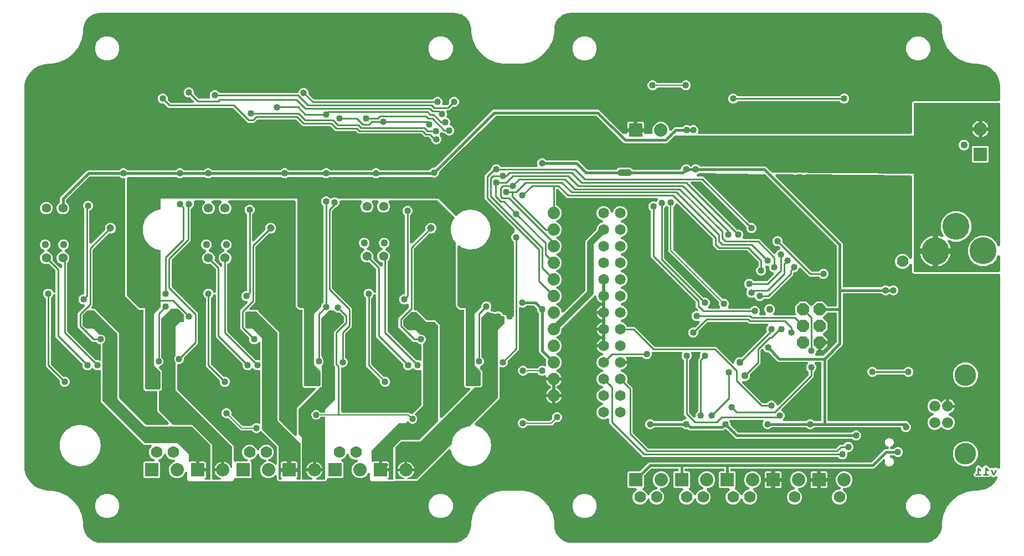
<source format=gbr>
G04 EAGLE Gerber RS-274X export*
G75*
%MOMM*%
%FSLAX34Y34*%
%LPD*%
%INBottom Copper*%
%IPPOS*%
%AMOC8*
5,1,8,0,0,1.08239X$1,22.5*%
G01*
%ADD10C,0.254000*%
%ADD11C,1.676400*%
%ADD12C,3.302000*%
%ADD13C,4.216000*%
%ADD14C,4.114800*%
%ADD15R,2.032000X2.032000*%
%ADD16C,2.032000*%
%ADD17C,1.117600*%
%ADD18C,1.409600*%
%ADD19P,2.034460X8X292.500000*%
%ADD20C,1.879600*%
%ADD21C,1.651000*%
%ADD22C,1.016000*%
%ADD23C,0.889000*%
%ADD24C,1.778000*%
%ADD25C,1.108000*%
%ADD26C,0.203200*%
%ADD27C,1.143000*%
%ADD28C,1.016000*%
%ADD29C,0.406400*%
%ADD30C,0.609600*%

G36*
X660066Y3563D02*
X660066Y3563D01*
X660159Y3563D01*
X663978Y3864D01*
X664051Y3877D01*
X664124Y3880D01*
X664289Y3919D01*
X664375Y3935D01*
X664405Y3947D01*
X664447Y3957D01*
X671711Y6317D01*
X671851Y6378D01*
X671993Y6433D01*
X672040Y6462D01*
X672079Y6479D01*
X672150Y6528D01*
X672277Y6605D01*
X678456Y11095D01*
X678570Y11196D01*
X678689Y11293D01*
X678725Y11334D01*
X678756Y11363D01*
X678808Y11431D01*
X678905Y11544D01*
X683395Y17723D01*
X683472Y17855D01*
X683555Y17983D01*
X683576Y18034D01*
X683598Y18071D01*
X683626Y18152D01*
X683683Y18289D01*
X686043Y25553D01*
X686059Y25625D01*
X686083Y25694D01*
X686111Y25862D01*
X686129Y25947D01*
X686130Y25980D01*
X686136Y26022D01*
X686437Y29841D01*
X686436Y29907D01*
X686443Y30000D01*
X686443Y36034D01*
X689129Y47801D01*
X694365Y58674D01*
X701890Y68110D01*
X711326Y75635D01*
X722199Y80871D01*
X733966Y83557D01*
X766034Y83557D01*
X777801Y80871D01*
X788674Y75635D01*
X798110Y68110D01*
X805635Y58674D01*
X810871Y47801D01*
X813557Y36034D01*
X813557Y30000D01*
X813562Y29949D01*
X813560Y29927D01*
X813563Y29900D01*
X813563Y29841D01*
X813864Y26022D01*
X813877Y25949D01*
X813880Y25876D01*
X813919Y25711D01*
X813935Y25625D01*
X813947Y25595D01*
X813957Y25553D01*
X816317Y18289D01*
X816378Y18149D01*
X816433Y18007D01*
X816462Y17960D01*
X816479Y17921D01*
X816528Y17850D01*
X816605Y17723D01*
X821095Y11544D01*
X821196Y11430D01*
X821293Y11311D01*
X821334Y11275D01*
X821363Y11244D01*
X821431Y11192D01*
X821544Y11095D01*
X827723Y6605D01*
X827855Y6528D01*
X827983Y6445D01*
X828034Y6424D01*
X828071Y6402D01*
X828152Y6374D01*
X828289Y6317D01*
X835553Y3957D01*
X835625Y3941D01*
X835694Y3917D01*
X835862Y3889D01*
X835947Y3871D01*
X835980Y3870D01*
X836022Y3864D01*
X839841Y3563D01*
X839907Y3564D01*
X840000Y3557D01*
X1380000Y3557D01*
X1380066Y3563D01*
X1380159Y3563D01*
X1383978Y3864D01*
X1384051Y3877D01*
X1384124Y3880D01*
X1384289Y3919D01*
X1384375Y3935D01*
X1384405Y3947D01*
X1384447Y3957D01*
X1391711Y6317D01*
X1391851Y6378D01*
X1391993Y6433D01*
X1392040Y6462D01*
X1392079Y6479D01*
X1392150Y6528D01*
X1392277Y6605D01*
X1398456Y11095D01*
X1398570Y11196D01*
X1398689Y11293D01*
X1398725Y11334D01*
X1398757Y11363D01*
X1398808Y11431D01*
X1398905Y11544D01*
X1403395Y17723D01*
X1403472Y17855D01*
X1403555Y17983D01*
X1403576Y18034D01*
X1403598Y18071D01*
X1403626Y18152D01*
X1403683Y18289D01*
X1406043Y25553D01*
X1406059Y25625D01*
X1406083Y25694D01*
X1406111Y25862D01*
X1406129Y25947D01*
X1406130Y25980D01*
X1406136Y26022D01*
X1406437Y29841D01*
X1406436Y29907D01*
X1406443Y30000D01*
X1406443Y36034D01*
X1409129Y47801D01*
X1414365Y58674D01*
X1421890Y68110D01*
X1431326Y75635D01*
X1442199Y80871D01*
X1453966Y83557D01*
X1457761Y83557D01*
X1457764Y83557D01*
X1457767Y83557D01*
X1457969Y83577D01*
X1458162Y83597D01*
X1458165Y83598D01*
X1458168Y83598D01*
X1458176Y83600D01*
X1460017Y83557D01*
X1460038Y83559D01*
X1460065Y83557D01*
X1460167Y83557D01*
X1460204Y83560D01*
X1460252Y83559D01*
X1464417Y83734D01*
X1464449Y83739D01*
X1464483Y83738D01*
X1464811Y83790D01*
X1464815Y83791D01*
X1472964Y85772D01*
X1473058Y85805D01*
X1473156Y85828D01*
X1473269Y85879D01*
X1473344Y85905D01*
X1473391Y85933D01*
X1473459Y85963D01*
X1480821Y89988D01*
X1480904Y90044D01*
X1480991Y90092D01*
X1481088Y90170D01*
X1481154Y90215D01*
X1481192Y90255D01*
X1481249Y90301D01*
X1487319Y96094D01*
X1487384Y96170D01*
X1487457Y96239D01*
X1487530Y96339D01*
X1487582Y96400D01*
X1487608Y96447D01*
X1487652Y96507D01*
X1490993Y101995D01*
X1491034Y102079D01*
X1491083Y102159D01*
X1491121Y102260D01*
X1491167Y102358D01*
X1491191Y102448D01*
X1491223Y102536D01*
X1491240Y102643D01*
X1491267Y102748D01*
X1491272Y102842D01*
X1491286Y102934D01*
X1491282Y103042D01*
X1491287Y103150D01*
X1491273Y103243D01*
X1491269Y103336D01*
X1491244Y103441D01*
X1491228Y103548D01*
X1491196Y103637D01*
X1491174Y103727D01*
X1491128Y103825D01*
X1491091Y103927D01*
X1491042Y104007D01*
X1491003Y104092D01*
X1490938Y104179D01*
X1490882Y104271D01*
X1490819Y104340D01*
X1490763Y104415D01*
X1490683Y104488D01*
X1490610Y104568D01*
X1490534Y104623D01*
X1490465Y104685D01*
X1490372Y104741D01*
X1490284Y104804D01*
X1490199Y104843D01*
X1490119Y104891D01*
X1490017Y104927D01*
X1489918Y104972D01*
X1489827Y104994D01*
X1489739Y105025D01*
X1489632Y105040D01*
X1489526Y105065D01*
X1489433Y105068D01*
X1489340Y105081D01*
X1489232Y105075D01*
X1489124Y105078D01*
X1489032Y105063D01*
X1488938Y105057D01*
X1488809Y105025D01*
X1488727Y105012D01*
X1488680Y104994D01*
X1488616Y104978D01*
X1486839Y104386D01*
X1486766Y104353D01*
X1486573Y104276D01*
X1485478Y103728D01*
X1485406Y103730D01*
X1485322Y103742D01*
X1485205Y103735D01*
X1485088Y103738D01*
X1485011Y103724D01*
X1483908Y104276D01*
X1483834Y104304D01*
X1483642Y104386D01*
X1482480Y104773D01*
X1482430Y104825D01*
X1482380Y104892D01*
X1482291Y104971D01*
X1482210Y105056D01*
X1482142Y105104D01*
X1482079Y105160D01*
X1481976Y105222D01*
X1481953Y105241D01*
X1481930Y105252D01*
X1481880Y105287D01*
X1481842Y105304D01*
X1481795Y105332D01*
X1481767Y105346D01*
X1481678Y105380D01*
X1481594Y105423D01*
X1481526Y105442D01*
X1481512Y105448D01*
X1481485Y105454D01*
X1481391Y105490D01*
X1481297Y105506D01*
X1481206Y105531D01*
X1481099Y105539D01*
X1480994Y105557D01*
X1480899Y105553D01*
X1480804Y105560D01*
X1480698Y105547D01*
X1480591Y105544D01*
X1480499Y105522D01*
X1480405Y105510D01*
X1480303Y105476D01*
X1480199Y105451D01*
X1480113Y105412D01*
X1480023Y105382D01*
X1479930Y105328D01*
X1479833Y105284D01*
X1479757Y105228D01*
X1479674Y105181D01*
X1479574Y105096D01*
X1479507Y105047D01*
X1479473Y105010D01*
X1479421Y104966D01*
X1478515Y104059D01*
X1468087Y104059D01*
X1468084Y104060D01*
X1468065Y104062D01*
X1468047Y104067D01*
X1467865Y104080D01*
X1467683Y104097D01*
X1467664Y104095D01*
X1467645Y104096D01*
X1467464Y104073D01*
X1467335Y104059D01*
X1456884Y104059D01*
X1454652Y106292D01*
X1454652Y109448D01*
X1457447Y112243D01*
X1457464Y112264D01*
X1457484Y112281D01*
X1457591Y112419D01*
X1457702Y112555D01*
X1457714Y112578D01*
X1457731Y112599D01*
X1457809Y112756D01*
X1457891Y112910D01*
X1457898Y112936D01*
X1457910Y112960D01*
X1457956Y113129D01*
X1458005Y113296D01*
X1458008Y113323D01*
X1458015Y113349D01*
X1458042Y113679D01*
X1458042Y119617D01*
X1460274Y121849D01*
X1463431Y121849D01*
X1466258Y119022D01*
X1466266Y119014D01*
X1466274Y119008D01*
X1466281Y119000D01*
X1466429Y118880D01*
X1466577Y118759D01*
X1466586Y118754D01*
X1466595Y118747D01*
X1466764Y118660D01*
X1466932Y118570D01*
X1466943Y118567D01*
X1466952Y118562D01*
X1467134Y118509D01*
X1467318Y118454D01*
X1467329Y118453D01*
X1467339Y118450D01*
X1467529Y118435D01*
X1467719Y118417D01*
X1467729Y118418D01*
X1467740Y118418D01*
X1467930Y118440D01*
X1468119Y118460D01*
X1468129Y118463D01*
X1468140Y118464D01*
X1468323Y118524D01*
X1468503Y118581D01*
X1468513Y118586D01*
X1468523Y118589D01*
X1468690Y118684D01*
X1468856Y118775D01*
X1468864Y118782D01*
X1468873Y118787D01*
X1469018Y118912D01*
X1469164Y119035D01*
X1469170Y119043D01*
X1469178Y119050D01*
X1469209Y119091D01*
X1471968Y121849D01*
X1475125Y121849D01*
X1477952Y119022D01*
X1478292Y118683D01*
X1478365Y118623D01*
X1478431Y118556D01*
X1478520Y118496D01*
X1478603Y118428D01*
X1478686Y118384D01*
X1478765Y118331D01*
X1478864Y118289D01*
X1478959Y118239D01*
X1479049Y118212D01*
X1479136Y118176D01*
X1479242Y118155D01*
X1479345Y118124D01*
X1479439Y118116D01*
X1479531Y118097D01*
X1479639Y118098D01*
X1479746Y118088D01*
X1479840Y118098D01*
X1479934Y118098D01*
X1480039Y118120D01*
X1480146Y118131D01*
X1480236Y118160D01*
X1480328Y118179D01*
X1480451Y118228D01*
X1480530Y118253D01*
X1480574Y118277D01*
X1480636Y118302D01*
X1481558Y118763D01*
X1484598Y117750D01*
X1484680Y117732D01*
X1484760Y117704D01*
X1484876Y117687D01*
X1484991Y117661D01*
X1485075Y117659D01*
X1485159Y117648D01*
X1485276Y117655D01*
X1485393Y117652D01*
X1485476Y117666D01*
X1485560Y117671D01*
X1485705Y117707D01*
X1485790Y117722D01*
X1485829Y117737D01*
X1485883Y117750D01*
X1488922Y118763D01*
X1492104Y117173D01*
X1492184Y117142D01*
X1492259Y117103D01*
X1492371Y117071D01*
X1492480Y117029D01*
X1492564Y117015D01*
X1492646Y116992D01*
X1492762Y116982D01*
X1492877Y116963D01*
X1492962Y116966D01*
X1493048Y116959D01*
X1493163Y116972D01*
X1493279Y116976D01*
X1493363Y116996D01*
X1493447Y117006D01*
X1493558Y117042D01*
X1493671Y117068D01*
X1493749Y117104D01*
X1493830Y117130D01*
X1493932Y117188D01*
X1494037Y117236D01*
X1494106Y117286D01*
X1494181Y117328D01*
X1494269Y117404D01*
X1494363Y117473D01*
X1494421Y117536D01*
X1494486Y117592D01*
X1494557Y117683D01*
X1494636Y117769D01*
X1494680Y117842D01*
X1494732Y117910D01*
X1494784Y118014D01*
X1494844Y118113D01*
X1494873Y118193D01*
X1494912Y118270D01*
X1494942Y118383D01*
X1494981Y118492D01*
X1494994Y118576D01*
X1495016Y118659D01*
X1495028Y118805D01*
X1495041Y118890D01*
X1495039Y118933D01*
X1495043Y118990D01*
X1495043Y413396D01*
X1495041Y413414D01*
X1495043Y413432D01*
X1495022Y413614D01*
X1495003Y413797D01*
X1494998Y413814D01*
X1494996Y413831D01*
X1494939Y414005D01*
X1494885Y414182D01*
X1494877Y414197D01*
X1494871Y414214D01*
X1494781Y414374D01*
X1494693Y414536D01*
X1494682Y414549D01*
X1494673Y414565D01*
X1494553Y414704D01*
X1494436Y414845D01*
X1494422Y414856D01*
X1494410Y414870D01*
X1494265Y414982D01*
X1494122Y415097D01*
X1494106Y415105D01*
X1494092Y415116D01*
X1493927Y415198D01*
X1493765Y415283D01*
X1493748Y415288D01*
X1493732Y415296D01*
X1493553Y415343D01*
X1493378Y415394D01*
X1493360Y415396D01*
X1493343Y415400D01*
X1493012Y415427D01*
X1364090Y415427D01*
X1362410Y416123D01*
X1361123Y417410D01*
X1360427Y419090D01*
X1360427Y428606D01*
X1360427Y428610D01*
X1360427Y428615D01*
X1360407Y428809D01*
X1360387Y429007D01*
X1360386Y429011D01*
X1360386Y429015D01*
X1360329Y429198D01*
X1360269Y429391D01*
X1360267Y429395D01*
X1360266Y429400D01*
X1360174Y429567D01*
X1360077Y429746D01*
X1360075Y429749D01*
X1360072Y429753D01*
X1359945Y429904D01*
X1359820Y430055D01*
X1359816Y430058D01*
X1359813Y430061D01*
X1359659Y430184D01*
X1359506Y430307D01*
X1359502Y430309D01*
X1359499Y430312D01*
X1359324Y430402D01*
X1359149Y430493D01*
X1359144Y430494D01*
X1359140Y430496D01*
X1358953Y430549D01*
X1358762Y430604D01*
X1358757Y430604D01*
X1358753Y430606D01*
X1358560Y430621D01*
X1358360Y430637D01*
X1358356Y430636D01*
X1358352Y430637D01*
X1358159Y430613D01*
X1357961Y430590D01*
X1357956Y430589D01*
X1357952Y430588D01*
X1357769Y430527D01*
X1357578Y430465D01*
X1357574Y430463D01*
X1357570Y430462D01*
X1357401Y430365D01*
X1357227Y430267D01*
X1357224Y430264D01*
X1357220Y430262D01*
X1357071Y430132D01*
X1356923Y430004D01*
X1356920Y430001D01*
X1356916Y429998D01*
X1356796Y429841D01*
X1356676Y429686D01*
X1356674Y429682D01*
X1356671Y429678D01*
X1356519Y429383D01*
X1355891Y427865D01*
X1352675Y424649D01*
X1348474Y422909D01*
X1343926Y422909D01*
X1339725Y424649D01*
X1336509Y427865D01*
X1334769Y432066D01*
X1334769Y436614D01*
X1336509Y440815D01*
X1339725Y444031D01*
X1343926Y445771D01*
X1348474Y445771D01*
X1352675Y444031D01*
X1355891Y440815D01*
X1356519Y439297D01*
X1356521Y439293D01*
X1356523Y439289D01*
X1356616Y439116D01*
X1356710Y438942D01*
X1356712Y438938D01*
X1356715Y438934D01*
X1356839Y438786D01*
X1356966Y438631D01*
X1356969Y438629D01*
X1356972Y438625D01*
X1357125Y438502D01*
X1357279Y438378D01*
X1357283Y438376D01*
X1357286Y438373D01*
X1357461Y438282D01*
X1357635Y438191D01*
X1357639Y438189D01*
X1357643Y438187D01*
X1357833Y438133D01*
X1358022Y438078D01*
X1358026Y438077D01*
X1358030Y438076D01*
X1358228Y438060D01*
X1358423Y438043D01*
X1358427Y438043D01*
X1358432Y438043D01*
X1358629Y438066D01*
X1358823Y438088D01*
X1358827Y438089D01*
X1358831Y438090D01*
X1359020Y438152D01*
X1359206Y438211D01*
X1359210Y438213D01*
X1359214Y438215D01*
X1359387Y438312D01*
X1359558Y438408D01*
X1359561Y438411D01*
X1359565Y438413D01*
X1359714Y438541D01*
X1359863Y438669D01*
X1359866Y438673D01*
X1359870Y438676D01*
X1359988Y438828D01*
X1360112Y438986D01*
X1360114Y438991D01*
X1360116Y438994D01*
X1360203Y439169D01*
X1360292Y439346D01*
X1360294Y439350D01*
X1360296Y439355D01*
X1360347Y439547D01*
X1360399Y439735D01*
X1360399Y439739D01*
X1360400Y439743D01*
X1360427Y440074D01*
X1360427Y563606D01*
X1360426Y563614D01*
X1360427Y563622D01*
X1360406Y563815D01*
X1360387Y564007D01*
X1360385Y564014D01*
X1360384Y564022D01*
X1360326Y564207D01*
X1360269Y564392D01*
X1360265Y564399D01*
X1360263Y564406D01*
X1360170Y564576D01*
X1360077Y564746D01*
X1360072Y564752D01*
X1360069Y564759D01*
X1359943Y564907D01*
X1359820Y565055D01*
X1359814Y565060D01*
X1359808Y565066D01*
X1359656Y565187D01*
X1359506Y565307D01*
X1359499Y565311D01*
X1359493Y565316D01*
X1359320Y565404D01*
X1359149Y565493D01*
X1359141Y565495D01*
X1359134Y565499D01*
X1358947Y565551D01*
X1358762Y565604D01*
X1358754Y565605D01*
X1358746Y565607D01*
X1358416Y565637D01*
X1198903Y567193D01*
X1198862Y567189D01*
X1198821Y567192D01*
X1198662Y567171D01*
X1198502Y567157D01*
X1198463Y567145D01*
X1198422Y567140D01*
X1198152Y567053D01*
X1198116Y567042D01*
X1198112Y567040D01*
X1198106Y567038D01*
X1196516Y566379D01*
X1193484Y566379D01*
X1191706Y567116D01*
X1191686Y567122D01*
X1191667Y567131D01*
X1191493Y567180D01*
X1191321Y567232D01*
X1191300Y567234D01*
X1191279Y567240D01*
X1190949Y567270D01*
X1186202Y567316D01*
X1186162Y567313D01*
X1186120Y567316D01*
X1185961Y567295D01*
X1185801Y567280D01*
X1185762Y567269D01*
X1185721Y567263D01*
X1185452Y567177D01*
X1185415Y567166D01*
X1185411Y567164D01*
X1185405Y567162D01*
X1183516Y566379D01*
X1180484Y566379D01*
X1178393Y567245D01*
X1178373Y567252D01*
X1178354Y567261D01*
X1178181Y567310D01*
X1178008Y567362D01*
X1177986Y567364D01*
X1177966Y567370D01*
X1177636Y567400D01*
X1153758Y567633D01*
X1153739Y567631D01*
X1153720Y567633D01*
X1153538Y567613D01*
X1153357Y567597D01*
X1153339Y567591D01*
X1153320Y567589D01*
X1153145Y567534D01*
X1152971Y567482D01*
X1152954Y567474D01*
X1152936Y567468D01*
X1152776Y567379D01*
X1152615Y567294D01*
X1152600Y567282D01*
X1152584Y567273D01*
X1152445Y567155D01*
X1152303Y567039D01*
X1152291Y567025D01*
X1152277Y567013D01*
X1152163Y566869D01*
X1152048Y566728D01*
X1152039Y566711D01*
X1152027Y566697D01*
X1151944Y566533D01*
X1151859Y566373D01*
X1151853Y566355D01*
X1151845Y566338D01*
X1151796Y566162D01*
X1151743Y565987D01*
X1151742Y565968D01*
X1151737Y565950D01*
X1151723Y565767D01*
X1151707Y565586D01*
X1151709Y565567D01*
X1151707Y565548D01*
X1151730Y565367D01*
X1151750Y565186D01*
X1151755Y565168D01*
X1151758Y565149D01*
X1151816Y564976D01*
X1151871Y564802D01*
X1151880Y564785D01*
X1151886Y564767D01*
X1151977Y564609D01*
X1152065Y564449D01*
X1152077Y564435D01*
X1152087Y564418D01*
X1152302Y564165D01*
X1253877Y462590D01*
X1254573Y460910D01*
X1254573Y396604D01*
X1254575Y396586D01*
X1254573Y396568D01*
X1254594Y396386D01*
X1254613Y396203D01*
X1254618Y396186D01*
X1254620Y396169D01*
X1254677Y395994D01*
X1254731Y395818D01*
X1254739Y395803D01*
X1254745Y395786D01*
X1254835Y395626D01*
X1254923Y395464D01*
X1254934Y395451D01*
X1254943Y395435D01*
X1255063Y395296D01*
X1255180Y395155D01*
X1255194Y395144D01*
X1255206Y395130D01*
X1255351Y395018D01*
X1255494Y394903D01*
X1255510Y394895D01*
X1255524Y394884D01*
X1255689Y394802D01*
X1255851Y394717D01*
X1255868Y394712D01*
X1255884Y394704D01*
X1256063Y394657D01*
X1256238Y394606D01*
X1256256Y394604D01*
X1256273Y394600D01*
X1256604Y394573D01*
X1312794Y394573D01*
X1312821Y394575D01*
X1312847Y394573D01*
X1313021Y394595D01*
X1313195Y394613D01*
X1313220Y394620D01*
X1313247Y394624D01*
X1313412Y394679D01*
X1313580Y394731D01*
X1313603Y394744D01*
X1313628Y394752D01*
X1313780Y394839D01*
X1313934Y394923D01*
X1313954Y394940D01*
X1313977Y394953D01*
X1314230Y395168D01*
X1315523Y396461D01*
X1318324Y397621D01*
X1321356Y397621D01*
X1324157Y396461D01*
X1324594Y396024D01*
X1324608Y396012D01*
X1324619Y395999D01*
X1324763Y395885D01*
X1324905Y395769D01*
X1324921Y395760D01*
X1324935Y395749D01*
X1325099Y395666D01*
X1325261Y395580D01*
X1325278Y395575D01*
X1325294Y395567D01*
X1325471Y395517D01*
X1325647Y395465D01*
X1325665Y395464D01*
X1325682Y395459D01*
X1325865Y395445D01*
X1326048Y395429D01*
X1326066Y395431D01*
X1326083Y395429D01*
X1326265Y395452D01*
X1326448Y395472D01*
X1326465Y395478D01*
X1326483Y395480D01*
X1326656Y395538D01*
X1326832Y395594D01*
X1326848Y395602D01*
X1326864Y395608D01*
X1327024Y395700D01*
X1327184Y395789D01*
X1327198Y395800D01*
X1327213Y395809D01*
X1327466Y396024D01*
X1327903Y396461D01*
X1330704Y397621D01*
X1333736Y397621D01*
X1336537Y396461D01*
X1338681Y394317D01*
X1339841Y391516D01*
X1339841Y388484D01*
X1338681Y385683D01*
X1336537Y383539D01*
X1333736Y382379D01*
X1330704Y382379D01*
X1327903Y383539D01*
X1327466Y383976D01*
X1327453Y383988D01*
X1327441Y384001D01*
X1327297Y384115D01*
X1327155Y384231D01*
X1327139Y384240D01*
X1327125Y384251D01*
X1326962Y384334D01*
X1326799Y384420D01*
X1326782Y384425D01*
X1326766Y384433D01*
X1326590Y384482D01*
X1326413Y384535D01*
X1326395Y384536D01*
X1326378Y384541D01*
X1326195Y384555D01*
X1326012Y384571D01*
X1325995Y384569D01*
X1325977Y384571D01*
X1325795Y384548D01*
X1325612Y384528D01*
X1325595Y384522D01*
X1325577Y384520D01*
X1325403Y384462D01*
X1325228Y384406D01*
X1325213Y384398D01*
X1325196Y384392D01*
X1325036Y384300D01*
X1324876Y384212D01*
X1324862Y384200D01*
X1324847Y384191D01*
X1324594Y383976D01*
X1324157Y383539D01*
X1321356Y382379D01*
X1318324Y382379D01*
X1315523Y383539D01*
X1314230Y384832D01*
X1314210Y384849D01*
X1314192Y384870D01*
X1314054Y384977D01*
X1313919Y385087D01*
X1313895Y385100D01*
X1313874Y385116D01*
X1313717Y385194D01*
X1313563Y385276D01*
X1313538Y385284D01*
X1313514Y385296D01*
X1313344Y385341D01*
X1313177Y385391D01*
X1313151Y385393D01*
X1313125Y385400D01*
X1312794Y385427D01*
X1256604Y385427D01*
X1256586Y385425D01*
X1256568Y385427D01*
X1256386Y385406D01*
X1256203Y385387D01*
X1256186Y385382D01*
X1256169Y385380D01*
X1255994Y385323D01*
X1255818Y385269D01*
X1255803Y385261D01*
X1255786Y385255D01*
X1255626Y385165D01*
X1255464Y385077D01*
X1255451Y385066D01*
X1255435Y385057D01*
X1255296Y384937D01*
X1255155Y384820D01*
X1255144Y384806D01*
X1255130Y384794D01*
X1255018Y384649D01*
X1254903Y384506D01*
X1254895Y384490D01*
X1254884Y384476D01*
X1254802Y384311D01*
X1254717Y384149D01*
X1254712Y384132D01*
X1254704Y384116D01*
X1254657Y383937D01*
X1254606Y383762D01*
X1254604Y383744D01*
X1254600Y383727D01*
X1254573Y383396D01*
X1254573Y307350D01*
X1253877Y305670D01*
X1252305Y304098D01*
X1231988Y283781D01*
X1231971Y283760D01*
X1231950Y283743D01*
X1231843Y283605D01*
X1231733Y283469D01*
X1231720Y283446D01*
X1231704Y283425D01*
X1231626Y283268D01*
X1231544Y283114D01*
X1231536Y283088D01*
X1231524Y283064D01*
X1231479Y282895D01*
X1231429Y282728D01*
X1231427Y282701D01*
X1231420Y282675D01*
X1231393Y282345D01*
X1231393Y191604D01*
X1231395Y191586D01*
X1231393Y191568D01*
X1231414Y191386D01*
X1231433Y191203D01*
X1231438Y191186D01*
X1231440Y191169D01*
X1231497Y190994D01*
X1231551Y190818D01*
X1231559Y190803D01*
X1231565Y190786D01*
X1231655Y190626D01*
X1231743Y190464D01*
X1231754Y190451D01*
X1231763Y190435D01*
X1231883Y190296D01*
X1232000Y190155D01*
X1232014Y190144D01*
X1232026Y190130D01*
X1232171Y190018D01*
X1232314Y189903D01*
X1232330Y189895D01*
X1232344Y189884D01*
X1232509Y189802D01*
X1232671Y189717D01*
X1232688Y189712D01*
X1232704Y189704D01*
X1232883Y189657D01*
X1233058Y189606D01*
X1233076Y189604D01*
X1233093Y189600D01*
X1233424Y189573D01*
X1352190Y189573D01*
X1353870Y188877D01*
X1355157Y187590D01*
X1355249Y187367D01*
X1355264Y187339D01*
X1355274Y187310D01*
X1355359Y187162D01*
X1355439Y187012D01*
X1355459Y186988D01*
X1355475Y186961D01*
X1355689Y186708D01*
X1357741Y184657D01*
X1358901Y181856D01*
X1358901Y178824D01*
X1357741Y176023D01*
X1355597Y173879D01*
X1352796Y172719D01*
X1349764Y172719D01*
X1346963Y173879D01*
X1344819Y176023D01*
X1343515Y179173D01*
X1343504Y179193D01*
X1343497Y179214D01*
X1343409Y179371D01*
X1343324Y179528D01*
X1343310Y179545D01*
X1343299Y179565D01*
X1343182Y179701D01*
X1343068Y179839D01*
X1343051Y179853D01*
X1343036Y179870D01*
X1342894Y179979D01*
X1342755Y180092D01*
X1342736Y180103D01*
X1342718Y180116D01*
X1342558Y180196D01*
X1342399Y180279D01*
X1342377Y180286D01*
X1342357Y180296D01*
X1342184Y180342D01*
X1342012Y180392D01*
X1341990Y180394D01*
X1341969Y180400D01*
X1341638Y180427D01*
X1212046Y180427D01*
X1212019Y180425D01*
X1211993Y180427D01*
X1211819Y180405D01*
X1211645Y180387D01*
X1211620Y180380D01*
X1211593Y180376D01*
X1211428Y180321D01*
X1211260Y180269D01*
X1211237Y180256D01*
X1211212Y180248D01*
X1211060Y180161D01*
X1210906Y180077D01*
X1210886Y180060D01*
X1210863Y180047D01*
X1210610Y179832D01*
X1209317Y178539D01*
X1206516Y177379D01*
X1203484Y177379D01*
X1200683Y178539D01*
X1199390Y179832D01*
X1199370Y179849D01*
X1199352Y179870D01*
X1199214Y179977D01*
X1199079Y180087D01*
X1199055Y180100D01*
X1199034Y180116D01*
X1198877Y180194D01*
X1198723Y180276D01*
X1198698Y180284D01*
X1198674Y180296D01*
X1198504Y180341D01*
X1198337Y180391D01*
X1198311Y180393D01*
X1198285Y180400D01*
X1197954Y180427D01*
X1147046Y180427D01*
X1147019Y180425D01*
X1146993Y180427D01*
X1146819Y180405D01*
X1146645Y180387D01*
X1146620Y180380D01*
X1146593Y180376D01*
X1146428Y180321D01*
X1146260Y180269D01*
X1146237Y180256D01*
X1146212Y180248D01*
X1146060Y180161D01*
X1145906Y180077D01*
X1145886Y180060D01*
X1145863Y180047D01*
X1145610Y179832D01*
X1144317Y178539D01*
X1141516Y177379D01*
X1138484Y177379D01*
X1135683Y178539D01*
X1133539Y180683D01*
X1132379Y183484D01*
X1132379Y186516D01*
X1133392Y188961D01*
X1133396Y188974D01*
X1133402Y188985D01*
X1133454Y189165D01*
X1133508Y189346D01*
X1133510Y189359D01*
X1133513Y189372D01*
X1133529Y189559D01*
X1133547Y189747D01*
X1133545Y189760D01*
X1133546Y189774D01*
X1133524Y189960D01*
X1133505Y190147D01*
X1133501Y190160D01*
X1133499Y190173D01*
X1133441Y190352D01*
X1133385Y190532D01*
X1133379Y190543D01*
X1133375Y190556D01*
X1133282Y190720D01*
X1133192Y190885D01*
X1133183Y190895D01*
X1133177Y190907D01*
X1133054Y191049D01*
X1132933Y191193D01*
X1132922Y191201D01*
X1132913Y191212D01*
X1132766Y191326D01*
X1132618Y191444D01*
X1132606Y191450D01*
X1132595Y191458D01*
X1132427Y191542D01*
X1132260Y191628D01*
X1132247Y191632D01*
X1132235Y191638D01*
X1132052Y191687D01*
X1131872Y191738D01*
X1131859Y191739D01*
X1131846Y191742D01*
X1131515Y191769D01*
X1083485Y191769D01*
X1083471Y191768D01*
X1083458Y191769D01*
X1083272Y191748D01*
X1083084Y191729D01*
X1083071Y191725D01*
X1083058Y191724D01*
X1082879Y191666D01*
X1082699Y191611D01*
X1082687Y191605D01*
X1082675Y191601D01*
X1082510Y191509D01*
X1082345Y191419D01*
X1082335Y191411D01*
X1082323Y191404D01*
X1082180Y191282D01*
X1082036Y191162D01*
X1082027Y191151D01*
X1082017Y191143D01*
X1081901Y190994D01*
X1081784Y190848D01*
X1081777Y190836D01*
X1081769Y190826D01*
X1081684Y190656D01*
X1081598Y190491D01*
X1081594Y190478D01*
X1081588Y190466D01*
X1081538Y190283D01*
X1081487Y190104D01*
X1081486Y190090D01*
X1081482Y190077D01*
X1081469Y189889D01*
X1081454Y189702D01*
X1081455Y189689D01*
X1081454Y189676D01*
X1081479Y189488D01*
X1081501Y189303D01*
X1081505Y189290D01*
X1081507Y189277D01*
X1081608Y188961D01*
X1082621Y186516D01*
X1082621Y184687D01*
X1082623Y184661D01*
X1082621Y184634D01*
X1082643Y184460D01*
X1082661Y184287D01*
X1082668Y184261D01*
X1082672Y184235D01*
X1082727Y184069D01*
X1082779Y183902D01*
X1082792Y183878D01*
X1082800Y183853D01*
X1082887Y183701D01*
X1082971Y183548D01*
X1082988Y183527D01*
X1083001Y183504D01*
X1083216Y183251D01*
X1093659Y172808D01*
X1093680Y172791D01*
X1093697Y172770D01*
X1093835Y172663D01*
X1093971Y172553D01*
X1093994Y172540D01*
X1094015Y172524D01*
X1094172Y172446D01*
X1094326Y172364D01*
X1094352Y172356D01*
X1094376Y172344D01*
X1094545Y172299D01*
X1094712Y172249D01*
X1094739Y172247D01*
X1094765Y172240D01*
X1095095Y172213D01*
X1268034Y172213D01*
X1268061Y172215D01*
X1268087Y172213D01*
X1268261Y172235D01*
X1268435Y172253D01*
X1268460Y172260D01*
X1268487Y172264D01*
X1268652Y172319D01*
X1268820Y172371D01*
X1268843Y172384D01*
X1268868Y172392D01*
X1269020Y172479D01*
X1269174Y172563D01*
X1269194Y172580D01*
X1269217Y172593D01*
X1269470Y172808D01*
X1270763Y174101D01*
X1273564Y175261D01*
X1276596Y175261D01*
X1279397Y174101D01*
X1281541Y171957D01*
X1282701Y169156D01*
X1282701Y166124D01*
X1281541Y163323D01*
X1279397Y161179D01*
X1276596Y160019D01*
X1273564Y160019D01*
X1270763Y161179D01*
X1269470Y162472D01*
X1269450Y162489D01*
X1269432Y162510D01*
X1269294Y162617D01*
X1269159Y162727D01*
X1269135Y162740D01*
X1269114Y162756D01*
X1268957Y162834D01*
X1268803Y162916D01*
X1268778Y162924D01*
X1268754Y162936D01*
X1268584Y162981D01*
X1268417Y163031D01*
X1268391Y163033D01*
X1268365Y163040D01*
X1268034Y163067D01*
X1091450Y163067D01*
X1089770Y163763D01*
X1076749Y176784D01*
X1076728Y176801D01*
X1076711Y176822D01*
X1076573Y176929D01*
X1076437Y177039D01*
X1076414Y177052D01*
X1076393Y177068D01*
X1076236Y177146D01*
X1076082Y177228D01*
X1076056Y177236D01*
X1076032Y177248D01*
X1075863Y177293D01*
X1075696Y177343D01*
X1075669Y177345D01*
X1075643Y177352D01*
X1075313Y177379D01*
X1074687Y177379D01*
X1074661Y177377D01*
X1074634Y177379D01*
X1074460Y177357D01*
X1074287Y177339D01*
X1074261Y177332D01*
X1074235Y177328D01*
X1074069Y177273D01*
X1073902Y177221D01*
X1073878Y177208D01*
X1073853Y177200D01*
X1073701Y177113D01*
X1073548Y177029D01*
X1073527Y177012D01*
X1073504Y176999D01*
X1073251Y176784D01*
X1072930Y176463D01*
X1071250Y175767D01*
X1020170Y175767D01*
X1018490Y176463D01*
X1018169Y176784D01*
X1018148Y176801D01*
X1018131Y176822D01*
X1017993Y176929D01*
X1017857Y177039D01*
X1017834Y177052D01*
X1017813Y177068D01*
X1017656Y177146D01*
X1017502Y177228D01*
X1017476Y177236D01*
X1017452Y177248D01*
X1017283Y177293D01*
X1017116Y177343D01*
X1017089Y177345D01*
X1017063Y177352D01*
X1016733Y177379D01*
X1013564Y177379D01*
X1010763Y178539D01*
X1009470Y179832D01*
X1009450Y179849D01*
X1009432Y179870D01*
X1009294Y179977D01*
X1009159Y180087D01*
X1009135Y180100D01*
X1009114Y180116D01*
X1008957Y180194D01*
X1008803Y180276D01*
X1008778Y180284D01*
X1008754Y180296D01*
X1008584Y180341D01*
X1008417Y180391D01*
X1008391Y180393D01*
X1008365Y180400D01*
X1008034Y180427D01*
X967286Y180427D01*
X967259Y180425D01*
X967233Y180427D01*
X967059Y180405D01*
X966885Y180387D01*
X966860Y180380D01*
X966833Y180376D01*
X966667Y180320D01*
X966500Y180269D01*
X966477Y180256D01*
X966452Y180248D01*
X966300Y180161D01*
X966146Y180077D01*
X966126Y180060D01*
X966103Y180047D01*
X965850Y179832D01*
X964557Y178539D01*
X961756Y177379D01*
X958724Y177379D01*
X955923Y178539D01*
X953779Y180683D01*
X952619Y183484D01*
X952619Y186516D01*
X953779Y189317D01*
X955923Y191461D01*
X958724Y192621D01*
X961756Y192621D01*
X964557Y191461D01*
X965850Y190168D01*
X965870Y190151D01*
X965888Y190130D01*
X966026Y190023D01*
X966161Y189913D01*
X966185Y189900D01*
X966206Y189884D01*
X966363Y189806D01*
X966517Y189724D01*
X966542Y189716D01*
X966566Y189704D01*
X966736Y189659D01*
X966903Y189609D01*
X966929Y189607D01*
X966955Y189600D01*
X967286Y189573D01*
X1008034Y189573D01*
X1008061Y189575D01*
X1008087Y189573D01*
X1008261Y189595D01*
X1008435Y189613D01*
X1008460Y189620D01*
X1008487Y189624D01*
X1008652Y189679D01*
X1008820Y189731D01*
X1008843Y189744D01*
X1008868Y189752D01*
X1009020Y189839D01*
X1009174Y189923D01*
X1009194Y189940D01*
X1009217Y189953D01*
X1009470Y190168D01*
X1010763Y191461D01*
X1013564Y192621D01*
X1013746Y192621D01*
X1013755Y192622D01*
X1013764Y192621D01*
X1013956Y192642D01*
X1014147Y192661D01*
X1014155Y192663D01*
X1014164Y192664D01*
X1014347Y192722D01*
X1014532Y192779D01*
X1014540Y192783D01*
X1014548Y192786D01*
X1014717Y192879D01*
X1014886Y192971D01*
X1014893Y192976D01*
X1014900Y192981D01*
X1015047Y193105D01*
X1015195Y193228D01*
X1015201Y193235D01*
X1015207Y193241D01*
X1015326Y193392D01*
X1015447Y193542D01*
X1015452Y193550D01*
X1015457Y193557D01*
X1015545Y193730D01*
X1015633Y193899D01*
X1015635Y193908D01*
X1015639Y193916D01*
X1015691Y194102D01*
X1015744Y194286D01*
X1015745Y194295D01*
X1015747Y194304D01*
X1015762Y194497D01*
X1015777Y194688D01*
X1015776Y194696D01*
X1015777Y194705D01*
X1015752Y194898D01*
X1015730Y195087D01*
X1015728Y195096D01*
X1015726Y195105D01*
X1015665Y195288D01*
X1015605Y195470D01*
X1015601Y195478D01*
X1015598Y195486D01*
X1015502Y195653D01*
X1015408Y195821D01*
X1015402Y195828D01*
X1015397Y195835D01*
X1015183Y196088D01*
X1012189Y199082D01*
X1012189Y281752D01*
X1012187Y281779D01*
X1012189Y281805D01*
X1012167Y281979D01*
X1012149Y282153D01*
X1012142Y282178D01*
X1012138Y282205D01*
X1012083Y282370D01*
X1012031Y282538D01*
X1012018Y282561D01*
X1012010Y282586D01*
X1011923Y282738D01*
X1011839Y282892D01*
X1011822Y282912D01*
X1011809Y282935D01*
X1011594Y283188D01*
X1009539Y285243D01*
X1008379Y288044D01*
X1008379Y291076D01*
X1009218Y293101D01*
X1009222Y293114D01*
X1009228Y293125D01*
X1009280Y293305D01*
X1009334Y293486D01*
X1009336Y293499D01*
X1009339Y293512D01*
X1009355Y293700D01*
X1009373Y293887D01*
X1009371Y293900D01*
X1009372Y293914D01*
X1009350Y294100D01*
X1009331Y294287D01*
X1009327Y294300D01*
X1009325Y294313D01*
X1009267Y294493D01*
X1009211Y294672D01*
X1009205Y294683D01*
X1009201Y294696D01*
X1009108Y294859D01*
X1009018Y295025D01*
X1009009Y295035D01*
X1009003Y295047D01*
X1008880Y295189D01*
X1008759Y295333D01*
X1008748Y295341D01*
X1008739Y295352D01*
X1008592Y295466D01*
X1008444Y295584D01*
X1008432Y295590D01*
X1008421Y295598D01*
X1008253Y295682D01*
X1008086Y295768D01*
X1008073Y295772D01*
X1008061Y295778D01*
X1007878Y295827D01*
X1007698Y295878D01*
X1007685Y295879D01*
X1007672Y295882D01*
X1007341Y295909D01*
X964692Y295909D01*
X964674Y295907D01*
X964656Y295909D01*
X964474Y295888D01*
X964291Y295869D01*
X964274Y295864D01*
X964257Y295862D01*
X964082Y295805D01*
X963906Y295751D01*
X963891Y295743D01*
X963874Y295737D01*
X963714Y295647D01*
X963552Y295559D01*
X963539Y295548D01*
X963523Y295539D01*
X963384Y295419D01*
X963243Y295302D01*
X963232Y295288D01*
X963218Y295276D01*
X963105Y295131D01*
X962991Y294988D01*
X962983Y294972D01*
X962972Y294958D01*
X962890Y294793D01*
X962805Y294631D01*
X962800Y294614D01*
X962792Y294598D01*
X962745Y294419D01*
X962694Y294244D01*
X962692Y294226D01*
X962688Y294209D01*
X962661Y293878D01*
X962661Y290584D01*
X961501Y287783D01*
X959357Y285639D01*
X956556Y284479D01*
X953524Y284479D01*
X950723Y285639D01*
X948668Y287694D01*
X948648Y287711D01*
X948630Y287732D01*
X948492Y287839D01*
X948357Y287949D01*
X948333Y287962D01*
X948312Y287978D01*
X948155Y288056D01*
X948001Y288138D01*
X947976Y288146D01*
X947952Y288158D01*
X947782Y288203D01*
X947615Y288253D01*
X947589Y288255D01*
X947563Y288262D01*
X947232Y288289D01*
X925272Y288289D01*
X925221Y288284D01*
X925170Y288287D01*
X925021Y288264D01*
X924872Y288249D01*
X924823Y288234D01*
X924772Y288227D01*
X924631Y288175D01*
X924487Y288131D01*
X924442Y288107D01*
X924394Y288089D01*
X924265Y288011D01*
X924133Y287939D01*
X924093Y287907D01*
X924050Y287880D01*
X923939Y287778D01*
X923824Y287682D01*
X923791Y287642D01*
X923754Y287607D01*
X923665Y287485D01*
X923571Y287368D01*
X923548Y287323D01*
X923517Y287281D01*
X923455Y287144D01*
X923386Y287011D01*
X923372Y286961D01*
X923350Y286915D01*
X923316Y286768D01*
X923274Y286624D01*
X923270Y286573D01*
X923258Y286523D01*
X923254Y286372D01*
X923241Y286222D01*
X923247Y286171D01*
X923246Y286120D01*
X923271Y285972D01*
X923288Y285823D01*
X923304Y285774D01*
X923313Y285723D01*
X923366Y285583D01*
X923413Y285440D01*
X923438Y285395D01*
X923457Y285347D01*
X923576Y285151D01*
X923611Y285089D01*
X923620Y285079D01*
X923629Y285064D01*
X923633Y285058D01*
X924405Y283544D01*
X924926Y281939D01*
X914908Y281939D01*
X914890Y281937D01*
X914873Y281939D01*
X914690Y281918D01*
X914508Y281899D01*
X914491Y281894D01*
X914473Y281892D01*
X914298Y281835D01*
X914123Y281781D01*
X914107Y281773D01*
X914090Y281767D01*
X913930Y281677D01*
X913769Y281589D01*
X913755Y281578D01*
X913739Y281569D01*
X913600Y281449D01*
X913459Y281332D01*
X913448Y281318D01*
X913435Y281306D01*
X913322Y281161D01*
X913207Y281018D01*
X913199Y281002D01*
X913188Y280988D01*
X913106Y280823D01*
X913022Y280661D01*
X913017Y280644D01*
X913009Y280628D01*
X912961Y280449D01*
X912910Y280274D01*
X912909Y280256D01*
X912904Y280239D01*
X912877Y279908D01*
X912877Y278892D01*
X912879Y278874D01*
X912877Y278856D01*
X912899Y278674D01*
X912917Y278491D01*
X912922Y278474D01*
X912924Y278457D01*
X912981Y278282D01*
X913035Y278106D01*
X913043Y278091D01*
X913049Y278074D01*
X913139Y277914D01*
X913227Y277752D01*
X913238Y277739D01*
X913247Y277723D01*
X913367Y277584D01*
X913485Y277443D01*
X913498Y277432D01*
X913510Y277418D01*
X913655Y277306D01*
X913798Y277191D01*
X913814Y277183D01*
X913828Y277172D01*
X913993Y277090D01*
X914156Y277005D01*
X914173Y277000D01*
X914189Y276992D01*
X914367Y276944D01*
X914542Y276894D01*
X914560Y276892D01*
X914577Y276888D01*
X914908Y276861D01*
X924926Y276861D01*
X924405Y275256D01*
X923633Y273742D01*
X922635Y272367D01*
X921433Y271165D01*
X920058Y270167D01*
X918544Y269395D01*
X916928Y268870D01*
X916651Y268826D01*
X916605Y268814D01*
X916559Y268809D01*
X916411Y268763D01*
X916261Y268724D01*
X916219Y268704D01*
X916175Y268690D01*
X916039Y268615D01*
X915900Y268547D01*
X915863Y268519D01*
X915821Y268496D01*
X915703Y268396D01*
X915580Y268302D01*
X915549Y268267D01*
X915513Y268237D01*
X915417Y268116D01*
X915315Y267999D01*
X915292Y267959D01*
X915262Y267922D01*
X915192Y267785D01*
X915115Y267650D01*
X915100Y267606D01*
X915078Y267564D01*
X915036Y267415D01*
X914987Y267268D01*
X914981Y267222D01*
X914969Y267177D01*
X914957Y267023D01*
X914938Y266869D01*
X914941Y266822D01*
X914938Y266775D01*
X914956Y266622D01*
X914968Y266467D01*
X914981Y266422D01*
X914986Y266376D01*
X915035Y266229D01*
X915077Y266079D01*
X915098Y266038D01*
X915113Y265994D01*
X915190Y265859D01*
X915260Y265721D01*
X915289Y265684D01*
X915312Y265644D01*
X915414Y265527D01*
X915510Y265406D01*
X915546Y265376D01*
X915577Y265340D01*
X915699Y265246D01*
X915818Y265146D01*
X915859Y265123D01*
X915896Y265095D01*
X916119Y264980D01*
X916171Y264952D01*
X916180Y264949D01*
X916191Y264943D01*
X920515Y263152D01*
X923552Y260115D01*
X925196Y256147D01*
X925196Y251853D01*
X924761Y250802D01*
X924754Y250781D01*
X924744Y250761D01*
X924696Y250588D01*
X924644Y250417D01*
X924642Y250394D01*
X924636Y250373D01*
X924623Y250194D01*
X924606Y250016D01*
X924608Y249994D01*
X924607Y249971D01*
X924629Y249792D01*
X924648Y249615D01*
X924654Y249594D01*
X924657Y249572D01*
X924714Y249401D01*
X924767Y249231D01*
X924778Y249211D01*
X924785Y249190D01*
X924875Y249034D01*
X924961Y248878D01*
X924975Y248861D01*
X924986Y248841D01*
X925201Y248588D01*
X930624Y243166D01*
X933451Y240338D01*
X933451Y172600D01*
X933453Y172573D01*
X933451Y172547D01*
X933473Y172373D01*
X933491Y172199D01*
X933498Y172174D01*
X933502Y172147D01*
X933558Y171981D01*
X933609Y171814D01*
X933622Y171791D01*
X933630Y171765D01*
X933717Y171614D01*
X933801Y171460D01*
X933818Y171440D01*
X933831Y171417D01*
X934046Y171164D01*
X956804Y148406D01*
X956824Y148389D01*
X956842Y148368D01*
X956980Y148261D01*
X957115Y148151D01*
X957139Y148138D01*
X957160Y148122D01*
X957317Y148044D01*
X957471Y147962D01*
X957496Y147954D01*
X957520Y147942D01*
X957690Y147897D01*
X957857Y147847D01*
X957883Y147845D01*
X957909Y147838D01*
X958240Y147811D01*
X1243580Y147811D01*
X1243607Y147813D01*
X1243633Y147811D01*
X1243807Y147833D01*
X1243981Y147851D01*
X1244006Y147858D01*
X1244033Y147862D01*
X1244199Y147917D01*
X1244366Y147969D01*
X1244389Y147982D01*
X1244415Y147990D01*
X1244566Y148077D01*
X1244720Y148161D01*
X1244740Y148178D01*
X1244763Y148191D01*
X1245016Y148406D01*
X1250422Y153811D01*
X1255192Y153811D01*
X1255219Y153813D01*
X1255245Y153811D01*
X1255419Y153833D01*
X1255593Y153851D01*
X1255618Y153858D01*
X1255645Y153862D01*
X1255810Y153917D01*
X1255978Y153969D01*
X1256001Y153982D01*
X1256026Y153990D01*
X1256178Y154077D01*
X1256332Y154161D01*
X1256352Y154178D01*
X1256375Y154191D01*
X1256628Y154406D01*
X1258683Y156461D01*
X1261484Y157621D01*
X1264516Y157621D01*
X1267317Y156461D01*
X1269461Y154317D01*
X1270621Y151516D01*
X1270621Y148484D01*
X1269461Y145683D01*
X1267317Y143539D01*
X1264516Y142379D01*
X1263652Y142379D01*
X1263634Y142377D01*
X1263616Y142379D01*
X1263434Y142358D01*
X1263251Y142339D01*
X1263234Y142334D01*
X1263217Y142332D01*
X1263042Y142275D01*
X1262866Y142221D01*
X1262851Y142213D01*
X1262834Y142207D01*
X1262674Y142117D01*
X1262512Y142029D01*
X1262499Y142018D01*
X1262483Y142009D01*
X1262344Y141889D01*
X1262203Y141772D01*
X1262192Y141758D01*
X1262178Y141746D01*
X1262066Y141601D01*
X1261951Y141458D01*
X1261943Y141442D01*
X1261932Y141428D01*
X1261850Y141263D01*
X1261765Y141101D01*
X1261760Y141084D01*
X1261752Y141068D01*
X1261705Y140889D01*
X1261654Y140714D01*
X1261652Y140696D01*
X1261648Y140679D01*
X1261621Y140348D01*
X1261621Y137484D01*
X1260461Y134683D01*
X1258317Y132539D01*
X1255516Y131379D01*
X1252484Y131379D01*
X1249683Y132539D01*
X1247628Y134594D01*
X1247608Y134611D01*
X1247590Y134632D01*
X1247452Y134739D01*
X1247317Y134849D01*
X1247293Y134862D01*
X1247272Y134878D01*
X1247115Y134956D01*
X1246961Y135038D01*
X1246936Y135046D01*
X1246912Y135058D01*
X1246742Y135103D01*
X1246575Y135153D01*
X1246549Y135155D01*
X1246523Y135162D01*
X1246192Y135189D01*
X949082Y135189D01*
X897889Y186382D01*
X897889Y192157D01*
X897888Y192170D01*
X897889Y192184D01*
X897868Y192370D01*
X897849Y192557D01*
X897845Y192570D01*
X897844Y192584D01*
X897786Y192763D01*
X897731Y192942D01*
X897725Y192954D01*
X897721Y192967D01*
X897629Y193132D01*
X897539Y193296D01*
X897531Y193307D01*
X897524Y193318D01*
X897402Y193461D01*
X897282Y193606D01*
X897271Y193614D01*
X897263Y193624D01*
X897114Y193740D01*
X896968Y193858D01*
X896956Y193864D01*
X896946Y193872D01*
X896777Y193957D01*
X896611Y194044D01*
X896598Y194047D01*
X896586Y194053D01*
X896404Y194103D01*
X896224Y194155D01*
X896210Y194156D01*
X896197Y194160D01*
X896009Y194172D01*
X895822Y194188D01*
X895809Y194186D01*
X895796Y194187D01*
X895608Y194163D01*
X895423Y194141D01*
X895410Y194137D01*
X895397Y194135D01*
X895081Y194033D01*
X891147Y192404D01*
X886853Y192404D01*
X882885Y194048D01*
X879848Y197085D01*
X878204Y201053D01*
X878204Y205347D01*
X879848Y209315D01*
X882885Y212352D01*
X884288Y212933D01*
X884288Y212934D01*
X886919Y214023D01*
X886927Y214028D01*
X886936Y214030D01*
X887104Y214123D01*
X887274Y214214D01*
X887281Y214219D01*
X887289Y214224D01*
X887436Y214347D01*
X887585Y214470D01*
X887590Y214477D01*
X887597Y214483D01*
X887717Y214633D01*
X887838Y214783D01*
X887842Y214791D01*
X887848Y214798D01*
X887936Y214968D01*
X888025Y215139D01*
X888028Y215148D01*
X888032Y215156D01*
X888084Y215339D01*
X888138Y215526D01*
X888139Y215535D01*
X888142Y215543D01*
X888156Y215731D01*
X888173Y215927D01*
X888172Y215936D01*
X888173Y215944D01*
X888149Y216136D01*
X888128Y216327D01*
X888125Y216335D01*
X888124Y216344D01*
X888064Y216526D01*
X888005Y216710D01*
X888000Y216718D01*
X887998Y216726D01*
X887902Y216894D01*
X887808Y217062D01*
X887803Y217068D01*
X887798Y217076D01*
X887671Y217222D01*
X887547Y217367D01*
X887540Y217373D01*
X887534Y217380D01*
X887382Y217497D01*
X887230Y217616D01*
X887221Y217620D01*
X887214Y217625D01*
X886919Y217777D01*
X882885Y219448D01*
X879848Y222485D01*
X878204Y226453D01*
X878204Y230747D01*
X879848Y234715D01*
X882885Y237752D01*
X886919Y239423D01*
X886927Y239428D01*
X886936Y239430D01*
X887104Y239523D01*
X887274Y239614D01*
X887281Y239619D01*
X887289Y239624D01*
X887436Y239747D01*
X887585Y239870D01*
X887590Y239877D01*
X887597Y239883D01*
X887717Y240033D01*
X887838Y240183D01*
X887842Y240191D01*
X887848Y240198D01*
X887936Y240368D01*
X888025Y240539D01*
X888028Y240548D01*
X888032Y240556D01*
X888084Y240739D01*
X888138Y240926D01*
X888139Y240935D01*
X888142Y240943D01*
X888156Y241131D01*
X888173Y241327D01*
X888172Y241336D01*
X888173Y241344D01*
X888149Y241536D01*
X888128Y241727D01*
X888125Y241735D01*
X888124Y241744D01*
X888064Y241927D01*
X888005Y242110D01*
X888000Y242118D01*
X887998Y242126D01*
X887902Y242294D01*
X887808Y242462D01*
X887803Y242468D01*
X887798Y242476D01*
X887671Y242622D01*
X887547Y242767D01*
X887540Y242773D01*
X887534Y242780D01*
X887382Y242897D01*
X887230Y243016D01*
X887221Y243020D01*
X887214Y243025D01*
X886919Y243177D01*
X882885Y244848D01*
X879848Y247885D01*
X878204Y251853D01*
X878204Y256147D01*
X879848Y260115D01*
X882885Y263152D01*
X886919Y264823D01*
X886927Y264828D01*
X886936Y264830D01*
X887104Y264923D01*
X887274Y265014D01*
X887281Y265019D01*
X887289Y265024D01*
X887436Y265147D01*
X887585Y265270D01*
X887590Y265277D01*
X887597Y265283D01*
X887717Y265433D01*
X887838Y265583D01*
X887842Y265591D01*
X887848Y265598D01*
X887936Y265768D01*
X888025Y265939D01*
X888028Y265948D01*
X888032Y265956D01*
X888084Y266140D01*
X888138Y266326D01*
X888139Y266335D01*
X888142Y266343D01*
X888156Y266531D01*
X888173Y266727D01*
X888172Y266736D01*
X888173Y266744D01*
X888149Y266936D01*
X888128Y267127D01*
X888125Y267135D01*
X888124Y267144D01*
X888064Y267325D01*
X888005Y267510D01*
X888000Y267518D01*
X887998Y267526D01*
X887902Y267694D01*
X887808Y267862D01*
X887803Y267868D01*
X887798Y267876D01*
X887671Y268022D01*
X887547Y268167D01*
X887540Y268173D01*
X887534Y268180D01*
X887382Y268297D01*
X887230Y268416D01*
X887221Y268420D01*
X887214Y268425D01*
X886919Y268577D01*
X882885Y270248D01*
X879848Y273285D01*
X878204Y277253D01*
X878204Y281547D01*
X879848Y285515D01*
X882885Y288552D01*
X887209Y290343D01*
X887250Y290365D01*
X887294Y290381D01*
X887427Y290460D01*
X887564Y290533D01*
X887600Y290563D01*
X887640Y290587D01*
X887755Y290691D01*
X887874Y290790D01*
X887904Y290826D01*
X887938Y290858D01*
X888030Y290982D01*
X888128Y291103D01*
X888150Y291144D01*
X888177Y291182D01*
X888243Y291322D01*
X888315Y291459D01*
X888328Y291504D01*
X888348Y291546D01*
X888384Y291697D01*
X888428Y291845D01*
X888432Y291892D01*
X888443Y291937D01*
X888449Y292092D01*
X888463Y292247D01*
X888457Y292293D01*
X888459Y292340D01*
X888435Y292493D01*
X888417Y292647D01*
X888403Y292691D01*
X888396Y292737D01*
X888342Y292882D01*
X888294Y293030D01*
X888271Y293071D01*
X888255Y293115D01*
X888174Y293246D01*
X888098Y293381D01*
X888068Y293417D01*
X888043Y293457D01*
X887937Y293570D01*
X887836Y293687D01*
X887799Y293716D01*
X887767Y293750D01*
X887641Y293840D01*
X887519Y293936D01*
X887477Y293957D01*
X887439Y293984D01*
X887298Y294047D01*
X887159Y294116D01*
X887114Y294129D01*
X887072Y294148D01*
X886829Y294207D01*
X886771Y294223D01*
X886761Y294223D01*
X886749Y294226D01*
X886472Y294270D01*
X884856Y294795D01*
X883342Y295567D01*
X881967Y296565D01*
X880765Y297767D01*
X879767Y299142D01*
X878995Y300656D01*
X878474Y302261D01*
X888492Y302261D01*
X888510Y302262D01*
X888527Y302261D01*
X888710Y302282D01*
X888892Y302301D01*
X888909Y302306D01*
X888927Y302308D01*
X889102Y302365D01*
X889277Y302419D01*
X889293Y302427D01*
X889310Y302433D01*
X889470Y302523D01*
X889631Y302610D01*
X889645Y302622D01*
X889661Y302631D01*
X889800Y302751D01*
X889941Y302868D01*
X889952Y302882D01*
X889965Y302894D01*
X890078Y303039D01*
X890193Y303182D01*
X890201Y303198D01*
X890212Y303212D01*
X890294Y303377D01*
X890334Y303453D01*
X890486Y303539D01*
X890648Y303627D01*
X890661Y303638D01*
X890677Y303647D01*
X890816Y303767D01*
X890957Y303885D01*
X890968Y303898D01*
X890982Y303910D01*
X891094Y304055D01*
X891209Y304198D01*
X891217Y304214D01*
X891228Y304228D01*
X891310Y304393D01*
X891395Y304556D01*
X891400Y304573D01*
X891408Y304589D01*
X891455Y304767D01*
X891506Y304942D01*
X891508Y304960D01*
X891512Y304977D01*
X891539Y305308D01*
X891539Y329692D01*
X891537Y329710D01*
X891539Y329727D01*
X891518Y329910D01*
X891499Y330092D01*
X891494Y330109D01*
X891492Y330127D01*
X891467Y330205D01*
X891506Y330342D01*
X891508Y330360D01*
X891512Y330377D01*
X891539Y330708D01*
X891539Y355092D01*
X891537Y355110D01*
X891539Y355127D01*
X891518Y355310D01*
X891499Y355492D01*
X891494Y355509D01*
X891492Y355527D01*
X891467Y355605D01*
X891506Y355742D01*
X891508Y355760D01*
X891512Y355777D01*
X891539Y356108D01*
X891539Y380492D01*
X891537Y380510D01*
X891539Y380527D01*
X891518Y380710D01*
X891499Y380892D01*
X891494Y380909D01*
X891492Y380927D01*
X891467Y381005D01*
X891506Y381142D01*
X891508Y381160D01*
X891512Y381177D01*
X891539Y381508D01*
X891539Y405892D01*
X891537Y405910D01*
X891539Y405927D01*
X891518Y406109D01*
X891499Y406292D01*
X891494Y406309D01*
X891492Y406327D01*
X891435Y406502D01*
X891381Y406677D01*
X891373Y406693D01*
X891367Y406710D01*
X891277Y406870D01*
X891189Y407031D01*
X891178Y407045D01*
X891169Y407061D01*
X891049Y407200D01*
X890932Y407341D01*
X890918Y407352D01*
X890906Y407365D01*
X890761Y407478D01*
X890618Y407593D01*
X890602Y407601D01*
X890588Y407612D01*
X890423Y407694D01*
X890261Y407778D01*
X890244Y407783D01*
X890228Y407791D01*
X890049Y407839D01*
X889874Y407890D01*
X889856Y407891D01*
X889839Y407896D01*
X889508Y407923D01*
X888492Y407923D01*
X888474Y407921D01*
X888456Y407923D01*
X888274Y407901D01*
X888091Y407883D01*
X888074Y407878D01*
X888057Y407876D01*
X887882Y407819D01*
X887706Y407765D01*
X887691Y407757D01*
X887674Y407751D01*
X887514Y407661D01*
X887352Y407573D01*
X887339Y407562D01*
X887323Y407553D01*
X887184Y407433D01*
X887043Y407315D01*
X887032Y407302D01*
X887018Y407290D01*
X886906Y407145D01*
X886791Y407002D01*
X886783Y406986D01*
X886772Y406972D01*
X886690Y406807D01*
X886605Y406644D01*
X886600Y406627D01*
X886592Y406611D01*
X886544Y406433D01*
X886494Y406258D01*
X886492Y406240D01*
X886488Y406223D01*
X886461Y405892D01*
X886461Y381508D01*
X886462Y381490D01*
X886461Y381473D01*
X886482Y381290D01*
X886501Y381108D01*
X886506Y381091D01*
X886508Y381073D01*
X886533Y380995D01*
X886494Y380858D01*
X886492Y380840D01*
X886488Y380823D01*
X886461Y380492D01*
X886461Y370474D01*
X884856Y370995D01*
X883342Y371767D01*
X881967Y372765D01*
X880765Y373967D01*
X879767Y375342D01*
X878995Y376856D01*
X878470Y378472D01*
X878188Y380250D01*
X878175Y380300D01*
X878170Y380350D01*
X878125Y380494D01*
X878086Y380640D01*
X878064Y380686D01*
X878048Y380734D01*
X877976Y380866D01*
X877910Y381001D01*
X877878Y381042D01*
X877854Y381087D01*
X877756Y381202D01*
X877665Y381321D01*
X877626Y381354D01*
X877593Y381394D01*
X877475Y381487D01*
X877362Y381586D01*
X877317Y381611D01*
X877277Y381643D01*
X877143Y381711D01*
X877012Y381786D01*
X876964Y381802D01*
X876918Y381825D01*
X876773Y381866D01*
X876630Y381913D01*
X876580Y381920D01*
X876530Y381933D01*
X876380Y381944D01*
X876231Y381963D01*
X876180Y381959D01*
X876129Y381963D01*
X875979Y381944D01*
X875829Y381933D01*
X875780Y381919D01*
X875729Y381912D01*
X875587Y381865D01*
X875442Y381824D01*
X875396Y381800D01*
X875348Y381784D01*
X875218Y381709D01*
X875083Y381641D01*
X875043Y381609D01*
X874999Y381583D01*
X874823Y381434D01*
X874768Y381390D01*
X874759Y381380D01*
X874746Y381369D01*
X872711Y379334D01*
X825334Y331956D01*
X825317Y331936D01*
X825296Y331918D01*
X825189Y331780D01*
X825079Y331645D01*
X825066Y331621D01*
X825050Y331600D01*
X824972Y331443D01*
X824890Y331289D01*
X824882Y331264D01*
X824870Y331240D01*
X824825Y331070D01*
X824775Y330903D01*
X824773Y330877D01*
X824766Y330851D01*
X824739Y330520D01*
X824739Y327825D01*
X822921Y323437D01*
X819563Y320079D01*
X817867Y319377D01*
X817860Y319372D01*
X817851Y319370D01*
X817681Y319277D01*
X817513Y319186D01*
X817506Y319181D01*
X817498Y319176D01*
X817349Y319051D01*
X817202Y318930D01*
X817197Y318923D01*
X817190Y318917D01*
X817069Y318766D01*
X816948Y318617D01*
X816944Y318610D01*
X816939Y318602D01*
X816850Y318430D01*
X816761Y318261D01*
X816759Y318252D01*
X816755Y318244D01*
X816703Y318060D01*
X816648Y317874D01*
X816648Y317865D01*
X816645Y317857D01*
X816630Y317666D01*
X816614Y317473D01*
X816615Y317464D01*
X816614Y317456D01*
X816637Y317264D01*
X816659Y317073D01*
X816662Y317065D01*
X816663Y317056D01*
X816723Y316873D01*
X816782Y316690D01*
X816786Y316682D01*
X816789Y316674D01*
X816884Y316508D01*
X816978Y316338D01*
X816984Y316332D01*
X816989Y316324D01*
X817114Y316180D01*
X817240Y316033D01*
X817247Y316027D01*
X817253Y316020D01*
X817405Y315903D01*
X817557Y315784D01*
X817565Y315780D01*
X817572Y315775D01*
X817867Y315623D01*
X819563Y314921D01*
X822921Y311563D01*
X824739Y307175D01*
X824739Y302425D01*
X822921Y298037D01*
X819563Y294679D01*
X817867Y293977D01*
X817860Y293972D01*
X817851Y293970D01*
X817681Y293877D01*
X817513Y293786D01*
X817506Y293781D01*
X817498Y293776D01*
X817349Y293651D01*
X817202Y293530D01*
X817197Y293523D01*
X817190Y293517D01*
X817069Y293365D01*
X816948Y293217D01*
X816944Y293210D01*
X816939Y293202D01*
X816850Y293030D01*
X816761Y292861D01*
X816759Y292852D01*
X816755Y292844D01*
X816703Y292660D01*
X816648Y292474D01*
X816648Y292465D01*
X816645Y292457D01*
X816630Y292265D01*
X816614Y292073D01*
X816615Y292064D01*
X816614Y292056D01*
X816637Y291864D01*
X816659Y291673D01*
X816662Y291665D01*
X816663Y291656D01*
X816723Y291474D01*
X816782Y291290D01*
X816786Y291282D01*
X816789Y291274D01*
X816884Y291108D01*
X816978Y290938D01*
X816984Y290932D01*
X816989Y290924D01*
X817114Y290780D01*
X817240Y290633D01*
X817247Y290627D01*
X817253Y290620D01*
X817405Y290503D01*
X817557Y290384D01*
X817565Y290380D01*
X817572Y290375D01*
X817867Y290223D01*
X819563Y289521D01*
X822921Y286163D01*
X824739Y281775D01*
X824739Y277025D01*
X822921Y272637D01*
X819563Y269279D01*
X817868Y268577D01*
X817753Y268515D01*
X817634Y268462D01*
X817576Y268420D01*
X817513Y268387D01*
X817413Y268303D01*
X817306Y268227D01*
X817258Y268176D01*
X817203Y268130D01*
X817121Y268029D01*
X817031Y267933D01*
X816994Y267873D01*
X816949Y267818D01*
X816889Y267702D01*
X816820Y267591D01*
X816795Y267524D01*
X816762Y267461D01*
X816726Y267336D01*
X816680Y267213D01*
X816669Y267143D01*
X816649Y267075D01*
X816638Y266945D01*
X816618Y266815D01*
X816621Y266744D01*
X816615Y266674D01*
X816629Y266544D01*
X816635Y266413D01*
X816652Y266344D01*
X816660Y266274D01*
X816700Y266149D01*
X816731Y266022D01*
X816761Y265958D01*
X816783Y265890D01*
X816847Y265776D01*
X816902Y265658D01*
X816945Y265601D01*
X816979Y265539D01*
X817064Y265440D01*
X817142Y265334D01*
X817195Y265287D01*
X817241Y265233D01*
X817344Y265152D01*
X817441Y265065D01*
X817511Y265022D01*
X817558Y264985D01*
X817626Y264951D01*
X817724Y264890D01*
X819057Y264211D01*
X820578Y263106D01*
X821906Y261778D01*
X823011Y260257D01*
X823864Y258583D01*
X824445Y256796D01*
X824485Y256539D01*
X813308Y256539D01*
X813290Y256537D01*
X813273Y256539D01*
X813090Y256518D01*
X812908Y256499D01*
X812891Y256494D01*
X812873Y256492D01*
X812795Y256467D01*
X812658Y256506D01*
X812640Y256508D01*
X812623Y256512D01*
X812292Y256539D01*
X801115Y256539D01*
X801155Y256796D01*
X801369Y257455D01*
X801397Y257583D01*
X801434Y257708D01*
X801440Y257779D01*
X801455Y257848D01*
X801457Y257979D01*
X801469Y258109D01*
X801461Y258180D01*
X801462Y258251D01*
X801438Y258380D01*
X801424Y258509D01*
X801402Y258577D01*
X801389Y258647D01*
X801340Y258768D01*
X801300Y258893D01*
X801266Y258955D01*
X801239Y259021D01*
X801168Y259130D01*
X801104Y259244D01*
X801058Y259298D01*
X801019Y259357D01*
X800927Y259451D01*
X800842Y259550D01*
X800786Y259594D01*
X800736Y259644D01*
X800628Y259718D01*
X800525Y259798D01*
X800462Y259830D01*
X800403Y259870D01*
X800282Y259920D01*
X800165Y259979D01*
X800097Y259998D01*
X800031Y260025D01*
X799903Y260051D01*
X799777Y260085D01*
X799706Y260090D01*
X799637Y260104D01*
X799506Y260104D01*
X799375Y260113D01*
X799305Y260104D01*
X799234Y260104D01*
X799106Y260078D01*
X798976Y260061D01*
X798898Y260036D01*
X798839Y260024D01*
X798769Y259994D01*
X798660Y259959D01*
X796536Y259079D01*
X793504Y259079D01*
X790703Y260239D01*
X788394Y262548D01*
X788374Y262565D01*
X788356Y262586D01*
X788218Y262693D01*
X788083Y262803D01*
X788059Y262816D01*
X788038Y262832D01*
X787881Y262910D01*
X787727Y262992D01*
X787702Y263000D01*
X787678Y263012D01*
X787508Y263057D01*
X787341Y263107D01*
X787315Y263109D01*
X787289Y263116D01*
X786958Y263143D01*
X773872Y263143D01*
X773845Y263141D01*
X773819Y263143D01*
X773645Y263121D01*
X773471Y263103D01*
X773446Y263096D01*
X773419Y263092D01*
X773254Y263037D01*
X773086Y262985D01*
X773063Y262972D01*
X773038Y262964D01*
X772886Y262877D01*
X772732Y262793D01*
X772712Y262776D01*
X772689Y262763D01*
X772436Y262548D01*
X770127Y260239D01*
X767326Y259079D01*
X764294Y259079D01*
X761493Y260239D01*
X759349Y262383D01*
X758189Y265184D01*
X758189Y268216D01*
X759349Y271017D01*
X761493Y273161D01*
X764294Y274321D01*
X767326Y274321D01*
X770127Y273161D01*
X772436Y270852D01*
X772456Y270835D01*
X772474Y270814D01*
X772612Y270707D01*
X772747Y270597D01*
X772771Y270584D01*
X772792Y270568D01*
X772949Y270490D01*
X773103Y270408D01*
X773128Y270400D01*
X773152Y270388D01*
X773322Y270343D01*
X773489Y270293D01*
X773515Y270291D01*
X773541Y270284D01*
X773872Y270257D01*
X786958Y270257D01*
X786985Y270259D01*
X787011Y270257D01*
X787185Y270279D01*
X787359Y270297D01*
X787384Y270304D01*
X787411Y270308D01*
X787576Y270363D01*
X787744Y270415D01*
X787767Y270428D01*
X787792Y270436D01*
X787944Y270523D01*
X788098Y270607D01*
X788118Y270624D01*
X788141Y270637D01*
X788394Y270852D01*
X790703Y273161D01*
X793504Y274321D01*
X796536Y274321D01*
X798579Y273475D01*
X798587Y273472D01*
X798595Y273468D01*
X798780Y273414D01*
X798964Y273358D01*
X798973Y273357D01*
X798982Y273355D01*
X799174Y273338D01*
X799365Y273320D01*
X799374Y273321D01*
X799383Y273320D01*
X799573Y273341D01*
X799765Y273362D01*
X799774Y273364D01*
X799783Y273365D01*
X799964Y273423D01*
X800150Y273481D01*
X800158Y273486D01*
X800166Y273488D01*
X800332Y273581D01*
X800503Y273675D01*
X800510Y273680D01*
X800518Y273685D01*
X800664Y273810D01*
X800811Y273934D01*
X800817Y273941D01*
X800823Y273947D01*
X800942Y274098D01*
X801062Y274249D01*
X801066Y274257D01*
X801072Y274264D01*
X801158Y274435D01*
X801246Y274607D01*
X801248Y274615D01*
X801252Y274623D01*
X801303Y274809D01*
X801356Y274994D01*
X801356Y275003D01*
X801359Y275012D01*
X801372Y275206D01*
X801387Y275396D01*
X801386Y275404D01*
X801386Y275413D01*
X801361Y275606D01*
X801338Y275795D01*
X801335Y275804D01*
X801334Y275813D01*
X801233Y276128D01*
X800861Y277025D01*
X800861Y281775D01*
X801249Y282711D01*
X801255Y282732D01*
X801266Y282752D01*
X801314Y282925D01*
X801365Y283096D01*
X801368Y283119D01*
X801374Y283140D01*
X801387Y283319D01*
X801404Y283497D01*
X801401Y283519D01*
X801403Y283542D01*
X801380Y283720D01*
X801362Y283898D01*
X801355Y283919D01*
X801353Y283941D01*
X801295Y284111D01*
X801242Y284282D01*
X801231Y284301D01*
X801224Y284323D01*
X801135Y284478D01*
X801049Y284635D01*
X801035Y284652D01*
X801023Y284672D01*
X800809Y284925D01*
X792715Y293018D01*
X791143Y294590D01*
X790447Y296270D01*
X790447Y353634D01*
X790445Y353661D01*
X790447Y353687D01*
X790425Y353861D01*
X790407Y354035D01*
X790400Y354060D01*
X790396Y354087D01*
X790341Y354252D01*
X790289Y354420D01*
X790276Y354443D01*
X790268Y354468D01*
X790181Y354620D01*
X790097Y354774D01*
X790080Y354794D01*
X790067Y354817D01*
X789852Y355070D01*
X788559Y356363D01*
X787399Y359164D01*
X787399Y360993D01*
X787397Y361019D01*
X787399Y361046D01*
X787377Y361220D01*
X787359Y361393D01*
X787352Y361419D01*
X787348Y361445D01*
X787292Y361611D01*
X787241Y361778D01*
X787228Y361802D01*
X787220Y361827D01*
X787133Y361979D01*
X787049Y362132D01*
X787032Y362153D01*
X787019Y362176D01*
X786804Y362429D01*
X783401Y365832D01*
X783380Y365849D01*
X783363Y365870D01*
X783225Y365976D01*
X783089Y366087D01*
X783066Y366100D01*
X783045Y366116D01*
X782889Y366194D01*
X782734Y366276D01*
X782708Y366284D01*
X782684Y366296D01*
X782515Y366341D01*
X782348Y366391D01*
X782321Y366393D01*
X782295Y366400D01*
X781965Y366427D01*
X772046Y366427D01*
X772019Y366425D01*
X771993Y366427D01*
X771819Y366405D01*
X771645Y366387D01*
X771620Y366380D01*
X771593Y366376D01*
X771428Y366321D01*
X771260Y366269D01*
X771237Y366256D01*
X771212Y366248D01*
X771060Y366161D01*
X770906Y366077D01*
X770886Y366060D01*
X770863Y366047D01*
X770610Y365832D01*
X769317Y364539D01*
X766516Y363379D01*
X763484Y363379D01*
X762269Y363882D01*
X762256Y363886D01*
X762245Y363893D01*
X762064Y363944D01*
X761884Y363999D01*
X761871Y364000D01*
X761858Y364004D01*
X761669Y364019D01*
X761483Y364037D01*
X761470Y364036D01*
X761456Y364037D01*
X761270Y364015D01*
X761083Y363995D01*
X761070Y363991D01*
X761057Y363990D01*
X760879Y363932D01*
X760698Y363876D01*
X760687Y363869D01*
X760674Y363865D01*
X760510Y363773D01*
X760345Y363682D01*
X760335Y363674D01*
X760323Y363667D01*
X760181Y363544D01*
X760037Y363423D01*
X760029Y363413D01*
X760018Y363404D01*
X759903Y363255D01*
X759786Y363108D01*
X759780Y363096D01*
X759772Y363086D01*
X759688Y362918D01*
X759602Y362750D01*
X759598Y362737D01*
X759592Y362725D01*
X759543Y362543D01*
X759492Y362363D01*
X759491Y362350D01*
X759488Y362337D01*
X759461Y362006D01*
X759461Y299072D01*
X756634Y296245D01*
X756633Y296244D01*
X743216Y282827D01*
X743199Y282806D01*
X743178Y282788D01*
X743071Y282650D01*
X742961Y282515D01*
X742948Y282491D01*
X742932Y282470D01*
X742854Y282313D01*
X742772Y282159D01*
X742764Y282134D01*
X742752Y282110D01*
X742707Y281940D01*
X742657Y281773D01*
X742655Y281747D01*
X742648Y281721D01*
X742621Y281390D01*
X742621Y278484D01*
X741461Y275683D01*
X739317Y273539D01*
X736516Y272379D01*
X733484Y272379D01*
X732805Y272660D01*
X732792Y272664D01*
X732781Y272670D01*
X732600Y272723D01*
X732420Y272777D01*
X732407Y272778D01*
X732394Y272782D01*
X732205Y272797D01*
X732019Y272815D01*
X732006Y272814D01*
X731992Y272815D01*
X731806Y272793D01*
X731619Y272773D01*
X731606Y272769D01*
X731593Y272768D01*
X731415Y272710D01*
X731234Y272654D01*
X731223Y272647D01*
X731210Y272643D01*
X731046Y272550D01*
X730881Y272460D01*
X730871Y272452D01*
X730859Y272445D01*
X730717Y272322D01*
X730573Y272201D01*
X730565Y272191D01*
X730554Y272182D01*
X730439Y272034D01*
X730322Y271886D01*
X730316Y271874D01*
X730308Y271864D01*
X730224Y271696D01*
X730138Y271528D01*
X730134Y271515D01*
X730128Y271503D01*
X730079Y271321D01*
X730028Y271141D01*
X730027Y271128D01*
X730024Y271115D01*
X729997Y270784D01*
X729997Y224587D01*
X692045Y186635D01*
X691965Y186537D01*
X691878Y186446D01*
X691838Y186382D01*
X691790Y186324D01*
X691731Y186212D01*
X691663Y186105D01*
X691637Y186034D01*
X691602Y185968D01*
X691565Y185847D01*
X691520Y185728D01*
X691508Y185654D01*
X691487Y185582D01*
X691475Y185456D01*
X691455Y185331D01*
X691457Y185256D01*
X691450Y185181D01*
X691464Y185055D01*
X691468Y184929D01*
X691486Y184856D01*
X691494Y184781D01*
X691532Y184660D01*
X691561Y184537D01*
X691593Y184469D01*
X691615Y184397D01*
X691676Y184286D01*
X691729Y184171D01*
X691774Y184110D01*
X691810Y184045D01*
X691892Y183948D01*
X691967Y183846D01*
X692022Y183795D01*
X692071Y183738D01*
X692170Y183659D01*
X692263Y183574D01*
X692327Y183535D01*
X692386Y183488D01*
X692499Y183431D01*
X692608Y183365D01*
X692678Y183340D01*
X692745Y183306D01*
X692867Y183272D01*
X692986Y183229D01*
X693073Y183215D01*
X693133Y183198D01*
X693207Y183192D01*
X693314Y183175D01*
X693587Y183152D01*
X703151Y178957D01*
X710834Y171884D01*
X715804Y162700D01*
X717523Y152400D01*
X715804Y142100D01*
X710834Y132915D01*
X703151Y125843D01*
X693587Y121648D01*
X683180Y120786D01*
X673057Y123349D01*
X664315Y129061D01*
X657901Y137302D01*
X655076Y145531D01*
X655044Y145601D01*
X655021Y145674D01*
X654960Y145783D01*
X654908Y145897D01*
X654863Y145959D01*
X654826Y146026D01*
X654745Y146121D01*
X654671Y146223D01*
X654615Y146275D01*
X654565Y146333D01*
X654467Y146411D01*
X654375Y146496D01*
X654309Y146535D01*
X654249Y146583D01*
X654138Y146639D01*
X654030Y146704D01*
X653959Y146730D01*
X653890Y146765D01*
X653770Y146799D01*
X653652Y146841D01*
X653576Y146852D01*
X653503Y146873D01*
X653377Y146882D01*
X653254Y146901D01*
X653177Y146897D01*
X653101Y146902D01*
X652976Y146887D01*
X652852Y146880D01*
X652778Y146862D01*
X652702Y146852D01*
X652583Y146812D01*
X652461Y146781D01*
X652392Y146748D01*
X652320Y146724D01*
X652211Y146661D01*
X652098Y146607D01*
X652037Y146561D01*
X651971Y146523D01*
X651846Y146417D01*
X651777Y146365D01*
X651753Y146338D01*
X651718Y146308D01*
X606132Y100722D01*
X603453Y98043D01*
X569554Y98043D01*
X569523Y98052D01*
X569505Y98054D01*
X569488Y98059D01*
X569305Y98072D01*
X569123Y98089D01*
X569104Y98087D01*
X569086Y98088D01*
X568904Y98065D01*
X568722Y98046D01*
X568705Y98040D01*
X568687Y98038D01*
X568513Y97980D01*
X568338Y97924D01*
X568322Y97916D01*
X568305Y97910D01*
X568146Y97818D01*
X568094Y97789D01*
X534362Y97789D01*
X532129Y100022D01*
X532129Y108661D01*
X532129Y108665D01*
X532129Y108670D01*
X532109Y108864D01*
X532089Y109061D01*
X532088Y109066D01*
X532088Y109070D01*
X532030Y109256D01*
X531971Y109446D01*
X531969Y109450D01*
X531968Y109455D01*
X531874Y109626D01*
X531779Y109800D01*
X531777Y109804D01*
X531774Y109808D01*
X531648Y109958D01*
X531522Y110110D01*
X531518Y110112D01*
X531515Y110116D01*
X531361Y110239D01*
X531208Y110362D01*
X531204Y110364D01*
X531201Y110367D01*
X531026Y110456D01*
X530851Y110548D01*
X530846Y110549D01*
X530842Y110551D01*
X530655Y110604D01*
X530464Y110659D01*
X530459Y110659D01*
X530455Y110660D01*
X530262Y110675D01*
X530062Y110692D01*
X530058Y110691D01*
X530054Y110692D01*
X529860Y110668D01*
X529663Y110645D01*
X529658Y110643D01*
X529654Y110643D01*
X529470Y110582D01*
X529280Y110520D01*
X529276Y110518D01*
X529272Y110516D01*
X529102Y110419D01*
X528929Y110322D01*
X528926Y110319D01*
X528922Y110317D01*
X528769Y110184D01*
X528625Y110059D01*
X528622Y110055D01*
X528618Y110053D01*
X528498Y109896D01*
X528378Y109741D01*
X528376Y109737D01*
X528373Y109733D01*
X528221Y109438D01*
X527545Y107806D01*
X523972Y104233D01*
X519304Y102299D01*
X514252Y102299D01*
X509584Y104233D01*
X506011Y107806D01*
X504077Y112474D01*
X504077Y117526D01*
X506011Y122194D01*
X509584Y125767D01*
X512322Y126901D01*
X512326Y126903D01*
X512330Y126905D01*
X512503Y126998D01*
X512677Y127092D01*
X512680Y127094D01*
X512684Y127097D01*
X512833Y127221D01*
X512987Y127348D01*
X512990Y127351D01*
X512993Y127354D01*
X513116Y127507D01*
X513241Y127661D01*
X513243Y127665D01*
X513246Y127668D01*
X513335Y127839D01*
X513428Y128017D01*
X513429Y128021D01*
X513431Y128025D01*
X513486Y128215D01*
X513541Y128404D01*
X513541Y128408D01*
X513543Y128412D01*
X513559Y128607D01*
X513576Y128805D01*
X513575Y128809D01*
X513576Y128814D01*
X513552Y129011D01*
X513530Y129205D01*
X513529Y129209D01*
X513529Y129213D01*
X513467Y129402D01*
X513407Y129588D01*
X513405Y129592D01*
X513404Y129596D01*
X513307Y129768D01*
X513211Y129940D01*
X513208Y129943D01*
X513206Y129947D01*
X513077Y130096D01*
X512949Y130245D01*
X512946Y130248D01*
X512943Y130252D01*
X512790Y130370D01*
X512632Y130494D01*
X512628Y130496D01*
X512625Y130498D01*
X512450Y130585D01*
X512272Y130674D01*
X512268Y130676D01*
X512264Y130678D01*
X512071Y130729D01*
X511884Y130781D01*
X511880Y130781D01*
X511875Y130782D01*
X511545Y130809D01*
X508266Y130809D01*
X504065Y132549D01*
X500849Y135765D01*
X499717Y138500D01*
X499712Y138508D01*
X499710Y138516D01*
X499617Y138685D01*
X499526Y138855D01*
X499521Y138862D01*
X499516Y138870D01*
X499392Y139017D01*
X499270Y139165D01*
X499263Y139171D01*
X499257Y139178D01*
X499106Y139298D01*
X498957Y139419D01*
X498950Y139423D01*
X498942Y139429D01*
X498772Y139516D01*
X498601Y139606D01*
X498592Y139609D01*
X498584Y139613D01*
X498402Y139664D01*
X498214Y139719D01*
X498205Y139720D01*
X498197Y139722D01*
X498006Y139737D01*
X497813Y139754D01*
X497804Y139753D01*
X497796Y139753D01*
X497605Y139730D01*
X497413Y139709D01*
X497405Y139706D01*
X497396Y139705D01*
X497215Y139645D01*
X497030Y139585D01*
X497022Y139581D01*
X497014Y139578D01*
X496847Y139483D01*
X496678Y139389D01*
X496672Y139383D01*
X496664Y139379D01*
X496517Y139251D01*
X496373Y139127D01*
X496367Y139120D01*
X496360Y139114D01*
X496243Y138961D01*
X496124Y138810D01*
X496120Y138802D01*
X496115Y138795D01*
X495963Y138500D01*
X494831Y135765D01*
X491615Y132549D01*
X489343Y131609D01*
X489340Y131607D01*
X489335Y131605D01*
X489163Y131512D01*
X488989Y131418D01*
X488985Y131416D01*
X488981Y131413D01*
X488831Y131288D01*
X488678Y131162D01*
X488675Y131159D01*
X488672Y131156D01*
X488549Y131003D01*
X488425Y130849D01*
X488422Y130845D01*
X488420Y130842D01*
X488328Y130666D01*
X488237Y130493D01*
X488236Y130489D01*
X488234Y130485D01*
X488180Y130295D01*
X488124Y130106D01*
X488124Y130102D01*
X488123Y130098D01*
X488106Y129900D01*
X488090Y129705D01*
X488090Y129701D01*
X488090Y129696D01*
X488113Y129499D01*
X488135Y129305D01*
X488136Y129301D01*
X488137Y129297D01*
X488199Y129107D01*
X488258Y128922D01*
X488260Y128918D01*
X488262Y128914D01*
X488359Y128741D01*
X488454Y128570D01*
X488457Y128567D01*
X488460Y128563D01*
X488588Y128414D01*
X488716Y128265D01*
X488720Y128262D01*
X488723Y128258D01*
X488875Y128140D01*
X489033Y128016D01*
X489037Y128014D01*
X489041Y128012D01*
X489205Y127930D01*
X490923Y126212D01*
X490923Y103788D01*
X489434Y102299D01*
X468122Y102299D01*
X468104Y102297D01*
X468086Y102299D01*
X467904Y102278D01*
X467721Y102259D01*
X467704Y102254D01*
X467687Y102252D01*
X467512Y102195D01*
X467336Y102141D01*
X467321Y102133D01*
X467304Y102127D01*
X467144Y102037D01*
X466982Y101949D01*
X466969Y101938D01*
X466953Y101929D01*
X466814Y101809D01*
X466673Y101692D01*
X466662Y101678D01*
X466648Y101666D01*
X466536Y101521D01*
X466421Y101378D01*
X466413Y101362D01*
X466402Y101348D01*
X466320Y101183D01*
X466235Y101021D01*
X466230Y101004D01*
X466222Y100988D01*
X466175Y100809D01*
X466124Y100634D01*
X466122Y100616D01*
X466118Y100599D01*
X466091Y100268D01*
X466091Y100022D01*
X463858Y97789D01*
X431086Y97789D01*
X431055Y97786D01*
X431024Y97788D01*
X430855Y97766D01*
X430685Y97749D01*
X430655Y97740D01*
X430624Y97736D01*
X430308Y97635D01*
X430069Y97535D01*
X392891Y97535D01*
X391398Y98154D01*
X390254Y99298D01*
X389635Y100791D01*
X389635Y104992D01*
X389634Y105001D01*
X389635Y105010D01*
X389615Y105200D01*
X389595Y105392D01*
X389593Y105401D01*
X389592Y105410D01*
X389534Y105592D01*
X389477Y105777D01*
X389473Y105785D01*
X389470Y105794D01*
X389377Y105962D01*
X389285Y106131D01*
X389280Y106138D01*
X389275Y106146D01*
X389151Y106293D01*
X389028Y106441D01*
X389021Y106446D01*
X389015Y106453D01*
X388864Y106572D01*
X388714Y106693D01*
X388706Y106697D01*
X388699Y106703D01*
X388526Y106790D01*
X388357Y106879D01*
X388348Y106881D01*
X388340Y106885D01*
X388154Y106937D01*
X387970Y106990D01*
X387961Y106991D01*
X387952Y106993D01*
X387759Y107007D01*
X387568Y107023D01*
X387560Y107022D01*
X387551Y107022D01*
X387358Y106998D01*
X387169Y106976D01*
X387160Y106973D01*
X387151Y106972D01*
X386968Y106911D01*
X386786Y106851D01*
X386778Y106847D01*
X386770Y106844D01*
X386604Y106748D01*
X386435Y106653D01*
X386428Y106647D01*
X386421Y106643D01*
X386168Y106428D01*
X383972Y104233D01*
X379304Y102299D01*
X374252Y102299D01*
X369584Y104233D01*
X366011Y107806D01*
X364077Y112474D01*
X364077Y117526D01*
X366011Y122194D01*
X369584Y125767D01*
X372322Y126901D01*
X372326Y126903D01*
X372330Y126905D01*
X372503Y126998D01*
X372677Y127092D01*
X372680Y127094D01*
X372684Y127097D01*
X372833Y127221D01*
X372987Y127348D01*
X372990Y127351D01*
X372993Y127354D01*
X373116Y127507D01*
X373241Y127661D01*
X373243Y127665D01*
X373246Y127668D01*
X373335Y127839D01*
X373428Y128017D01*
X373429Y128021D01*
X373431Y128025D01*
X373486Y128215D01*
X373541Y128404D01*
X373541Y128408D01*
X373543Y128412D01*
X373559Y128607D01*
X373576Y128805D01*
X373575Y128809D01*
X373576Y128814D01*
X373552Y129011D01*
X373530Y129205D01*
X373529Y129209D01*
X373529Y129213D01*
X373467Y129402D01*
X373407Y129588D01*
X373405Y129592D01*
X373404Y129596D01*
X373307Y129768D01*
X373211Y129940D01*
X373208Y129943D01*
X373206Y129947D01*
X373077Y130096D01*
X372949Y130245D01*
X372946Y130248D01*
X372943Y130252D01*
X372790Y130370D01*
X372632Y130494D01*
X372628Y130496D01*
X372625Y130498D01*
X372450Y130585D01*
X372272Y130674D01*
X372268Y130676D01*
X372264Y130678D01*
X372071Y130729D01*
X371884Y130781D01*
X371880Y130781D01*
X371875Y130782D01*
X371545Y130809D01*
X371106Y130809D01*
X366905Y132549D01*
X363689Y135765D01*
X362557Y138500D01*
X362552Y138508D01*
X362550Y138516D01*
X362457Y138685D01*
X362366Y138855D01*
X362361Y138862D01*
X362356Y138870D01*
X362232Y139017D01*
X362110Y139165D01*
X362103Y139171D01*
X362097Y139178D01*
X361946Y139298D01*
X361797Y139419D01*
X361790Y139423D01*
X361782Y139429D01*
X361612Y139516D01*
X361441Y139606D01*
X361432Y139609D01*
X361424Y139613D01*
X361242Y139664D01*
X361054Y139719D01*
X361045Y139720D01*
X361037Y139722D01*
X360846Y139737D01*
X360653Y139754D01*
X360644Y139753D01*
X360636Y139753D01*
X360445Y139730D01*
X360253Y139709D01*
X360245Y139706D01*
X360236Y139705D01*
X360055Y139645D01*
X359870Y139585D01*
X359862Y139581D01*
X359854Y139578D01*
X359687Y139483D01*
X359518Y139389D01*
X359512Y139383D01*
X359504Y139379D01*
X359357Y139251D01*
X359213Y139127D01*
X359207Y139120D01*
X359200Y139114D01*
X359083Y138961D01*
X358964Y138810D01*
X358960Y138802D01*
X358955Y138795D01*
X358803Y138500D01*
X357671Y135765D01*
X354455Y132549D01*
X351601Y131367D01*
X350285Y130822D01*
X350273Y130816D01*
X350260Y130812D01*
X350095Y130720D01*
X349930Y130632D01*
X349920Y130624D01*
X349908Y130617D01*
X349764Y130495D01*
X349620Y130376D01*
X349611Y130365D01*
X349601Y130356D01*
X349484Y130209D01*
X349366Y130063D01*
X349360Y130051D01*
X349351Y130041D01*
X349267Y129874D01*
X349179Y129706D01*
X349175Y129693D01*
X349169Y129682D01*
X349119Y129501D01*
X349066Y129320D01*
X349065Y129307D01*
X349061Y129294D01*
X349047Y129105D01*
X349031Y128919D01*
X349033Y128906D01*
X349032Y128892D01*
X349055Y128704D01*
X349076Y128519D01*
X349080Y128506D01*
X349082Y128493D01*
X349142Y128314D01*
X349199Y128136D01*
X349206Y128124D01*
X349210Y128111D01*
X349304Y127949D01*
X349396Y127784D01*
X349405Y127774D01*
X349411Y127762D01*
X349626Y127509D01*
X350923Y126212D01*
X350923Y103788D01*
X349434Y102299D01*
X326907Y102299D01*
X326822Y102344D01*
X326651Y102434D01*
X326643Y102437D01*
X326635Y102441D01*
X326450Y102494D01*
X326265Y102549D01*
X326256Y102550D01*
X326248Y102552D01*
X326056Y102568D01*
X325864Y102585D01*
X325855Y102584D01*
X325846Y102585D01*
X325656Y102563D01*
X325464Y102542D01*
X325456Y102539D01*
X325447Y102538D01*
X325263Y102478D01*
X325080Y102421D01*
X325072Y102416D01*
X325064Y102413D01*
X324895Y102318D01*
X324728Y102226D01*
X324721Y102220D01*
X324713Y102216D01*
X324567Y102089D01*
X324421Y101965D01*
X324415Y101958D01*
X324408Y101952D01*
X324291Y101801D01*
X324171Y101649D01*
X324167Y101641D01*
X324162Y101634D01*
X324076Y101462D01*
X323989Y101290D01*
X323986Y101282D01*
X323982Y101274D01*
X323932Y101086D01*
X323881Y100903D01*
X323880Y100894D01*
X323878Y100885D01*
X323851Y100554D01*
X323851Y100022D01*
X321618Y97789D01*
X290232Y97789D01*
X290119Y97821D01*
X289943Y97873D01*
X289926Y97875D01*
X289908Y97879D01*
X289725Y97893D01*
X289543Y97909D01*
X289525Y97907D01*
X289507Y97909D01*
X289324Y97886D01*
X289142Y97866D01*
X289125Y97861D01*
X289107Y97858D01*
X288933Y97800D01*
X288900Y97789D01*
X254962Y97789D01*
X252729Y100022D01*
X252729Y110109D01*
X252729Y110114D01*
X252729Y110118D01*
X252709Y110312D01*
X252689Y110510D01*
X252688Y110514D01*
X252688Y110519D01*
X252630Y110705D01*
X252571Y110895D01*
X252569Y110899D01*
X252568Y110903D01*
X252475Y111072D01*
X252379Y111249D01*
X252377Y111252D01*
X252374Y111256D01*
X252247Y111408D01*
X252122Y111558D01*
X252118Y111561D01*
X252115Y111564D01*
X251961Y111687D01*
X251808Y111811D01*
X251804Y111813D01*
X251801Y111815D01*
X251626Y111905D01*
X251451Y111996D01*
X251446Y111997D01*
X251442Y111999D01*
X251255Y112052D01*
X251064Y112107D01*
X251059Y112108D01*
X251055Y112109D01*
X250862Y112124D01*
X250662Y112140D01*
X250658Y112140D01*
X250654Y112140D01*
X250461Y112117D01*
X250263Y112093D01*
X250258Y112092D01*
X250254Y112091D01*
X250071Y112031D01*
X249880Y111969D01*
X249876Y111966D01*
X249872Y111965D01*
X249703Y111869D01*
X249529Y111771D01*
X249526Y111768D01*
X249522Y111766D01*
X249373Y111636D01*
X249225Y111508D01*
X249222Y111504D01*
X249218Y111501D01*
X249098Y111345D01*
X248978Y111189D01*
X248976Y111185D01*
X248973Y111182D01*
X248821Y110887D01*
X247545Y107806D01*
X243972Y104233D01*
X239304Y102299D01*
X234252Y102299D01*
X229584Y104233D01*
X226011Y107806D01*
X224077Y112474D01*
X224077Y117526D01*
X226011Y122194D01*
X229584Y125767D01*
X232322Y126901D01*
X232326Y126903D01*
X232330Y126905D01*
X232503Y126998D01*
X232677Y127092D01*
X232680Y127094D01*
X232684Y127097D01*
X232833Y127221D01*
X232987Y127348D01*
X232990Y127351D01*
X232993Y127354D01*
X233116Y127507D01*
X233241Y127661D01*
X233243Y127665D01*
X233246Y127668D01*
X233335Y127839D01*
X233428Y128017D01*
X233429Y128021D01*
X233431Y128025D01*
X233486Y128214D01*
X233541Y128404D01*
X233541Y128408D01*
X233543Y128412D01*
X233559Y128607D01*
X233576Y128805D01*
X233575Y128809D01*
X233576Y128814D01*
X233553Y129008D01*
X233531Y129205D01*
X233529Y129209D01*
X233529Y129213D01*
X233469Y129395D01*
X233407Y129588D01*
X233405Y129592D01*
X233404Y129596D01*
X233307Y129768D01*
X233211Y129940D01*
X233208Y129943D01*
X233206Y129947D01*
X233077Y130096D01*
X232949Y130245D01*
X232946Y130248D01*
X232943Y130252D01*
X232789Y130371D01*
X232632Y130494D01*
X232628Y130496D01*
X232625Y130498D01*
X232447Y130587D01*
X232272Y130674D01*
X232268Y130676D01*
X232264Y130678D01*
X232072Y130729D01*
X231884Y130781D01*
X231880Y130781D01*
X231875Y130782D01*
X231545Y130809D01*
X228866Y130809D01*
X224665Y132549D01*
X221449Y135765D01*
X220317Y138500D01*
X220312Y138508D01*
X220310Y138516D01*
X220216Y138687D01*
X220126Y138855D01*
X220121Y138862D01*
X220116Y138870D01*
X219992Y139018D01*
X219870Y139165D01*
X219863Y139171D01*
X219857Y139178D01*
X219707Y139298D01*
X219557Y139419D01*
X219549Y139423D01*
X219542Y139429D01*
X219370Y139517D01*
X219201Y139606D01*
X219192Y139609D01*
X219184Y139613D01*
X218998Y139665D01*
X218814Y139719D01*
X218805Y139720D01*
X218797Y139722D01*
X218606Y139737D01*
X218413Y139754D01*
X218404Y139753D01*
X218396Y139753D01*
X218204Y139730D01*
X218013Y139709D01*
X218005Y139706D01*
X217996Y139705D01*
X217813Y139644D01*
X217630Y139585D01*
X217622Y139581D01*
X217614Y139578D01*
X217447Y139483D01*
X217278Y139389D01*
X217272Y139383D01*
X217264Y139379D01*
X217119Y139252D01*
X216973Y139127D01*
X216967Y139120D01*
X216960Y139114D01*
X216843Y138961D01*
X216724Y138810D01*
X216720Y138802D01*
X216715Y138795D01*
X216563Y138500D01*
X215431Y135765D01*
X212215Y132549D01*
X209629Y131478D01*
X209617Y131472D01*
X209604Y131468D01*
X209440Y131377D01*
X209274Y131288D01*
X209264Y131280D01*
X209252Y131273D01*
X209109Y131152D01*
X208964Y131032D01*
X208955Y131021D01*
X208945Y131013D01*
X208828Y130865D01*
X208710Y130719D01*
X208704Y130707D01*
X208695Y130697D01*
X208610Y130528D01*
X208523Y130363D01*
X208519Y130350D01*
X208513Y130338D01*
X208462Y130156D01*
X208410Y129976D01*
X208409Y129963D01*
X208405Y129950D01*
X208391Y129761D01*
X208375Y129575D01*
X208377Y129562D01*
X208376Y129548D01*
X208399Y129360D01*
X208420Y129175D01*
X208424Y129162D01*
X208426Y129149D01*
X208486Y128969D01*
X208543Y128792D01*
X208550Y128780D01*
X208554Y128767D01*
X208648Y128605D01*
X208740Y128440D01*
X208748Y128430D01*
X208755Y128418D01*
X208970Y128165D01*
X210923Y126212D01*
X210923Y103788D01*
X209434Y102299D01*
X187010Y102299D01*
X185521Y103788D01*
X185521Y126212D01*
X187010Y127701D01*
X200759Y127701D01*
X200764Y127701D01*
X200768Y127701D01*
X200962Y127721D01*
X201160Y127741D01*
X201164Y127742D01*
X201169Y127742D01*
X201356Y127801D01*
X201545Y127859D01*
X201549Y127861D01*
X201553Y127862D01*
X201728Y127958D01*
X201899Y128051D01*
X201902Y128053D01*
X201906Y128056D01*
X202059Y128184D01*
X202208Y128308D01*
X202211Y128312D01*
X202214Y128315D01*
X202337Y128469D01*
X202460Y128622D01*
X202462Y128626D01*
X202465Y128629D01*
X202555Y128804D01*
X202646Y128979D01*
X202647Y128984D01*
X202649Y128988D01*
X202702Y129175D01*
X202757Y129366D01*
X202758Y129371D01*
X202759Y129375D01*
X202774Y129568D01*
X202790Y129768D01*
X202790Y129772D01*
X202790Y129776D01*
X202766Y129970D01*
X202743Y130167D01*
X202742Y130172D01*
X202741Y130176D01*
X202680Y130361D01*
X202618Y130550D01*
X202616Y130554D01*
X202615Y130558D01*
X202518Y130727D01*
X202421Y130901D01*
X202418Y130904D01*
X202415Y130908D01*
X202288Y131054D01*
X202157Y131205D01*
X202154Y131208D01*
X202151Y131212D01*
X201992Y131334D01*
X201839Y131452D01*
X201835Y131454D01*
X201832Y131457D01*
X201537Y131609D01*
X199265Y132549D01*
X196049Y135765D01*
X194309Y139966D01*
X194309Y144514D01*
X196049Y148715D01*
X197536Y150202D01*
X197542Y150209D01*
X197549Y150214D01*
X197669Y150364D01*
X197791Y150513D01*
X197795Y150521D01*
X197801Y150528D01*
X197890Y150698D01*
X197980Y150869D01*
X197982Y150878D01*
X197987Y150885D01*
X198040Y151070D01*
X198095Y151255D01*
X198096Y151264D01*
X198098Y151272D01*
X198114Y151463D01*
X198131Y151656D01*
X198130Y151665D01*
X198131Y151674D01*
X198109Y151862D01*
X198088Y152056D01*
X198085Y152065D01*
X198084Y152073D01*
X198025Y152255D01*
X197966Y152440D01*
X197962Y152448D01*
X197959Y152456D01*
X197865Y152623D01*
X197771Y152792D01*
X197766Y152799D01*
X197761Y152807D01*
X197636Y152952D01*
X197511Y153099D01*
X197504Y153105D01*
X197498Y153112D01*
X197348Y153228D01*
X197195Y153349D01*
X197187Y153353D01*
X197180Y153358D01*
X197009Y153444D01*
X196836Y153531D01*
X196827Y153534D01*
X196819Y153538D01*
X196634Y153587D01*
X196448Y153639D01*
X196439Y153640D01*
X196431Y153642D01*
X196100Y153669D01*
X186382Y153669D01*
X120649Y219402D01*
X120649Y266051D01*
X120648Y266065D01*
X120649Y266078D01*
X120628Y266265D01*
X120609Y266452D01*
X120605Y266465D01*
X120604Y266478D01*
X120547Y266657D01*
X120491Y266837D01*
X120485Y266849D01*
X120481Y266861D01*
X120389Y267026D01*
X120299Y267191D01*
X120291Y267201D01*
X120284Y267213D01*
X120161Y267357D01*
X120042Y267500D01*
X120031Y267509D01*
X120023Y267519D01*
X119874Y267635D01*
X119728Y267753D01*
X119716Y267759D01*
X119706Y267767D01*
X119537Y267852D01*
X119371Y267938D01*
X119358Y267942D01*
X119346Y267948D01*
X119164Y267998D01*
X118984Y268049D01*
X118970Y268051D01*
X118957Y268054D01*
X118771Y268067D01*
X118582Y268082D01*
X118569Y268081D01*
X118556Y268082D01*
X118370Y268057D01*
X118183Y268035D01*
X118170Y268031D01*
X118157Y268030D01*
X117841Y267928D01*
X116516Y267379D01*
X113484Y267379D01*
X110683Y268539D01*
X108936Y270286D01*
X108923Y270298D01*
X108911Y270311D01*
X108767Y270425D01*
X108625Y270541D01*
X108609Y270550D01*
X108595Y270561D01*
X108431Y270644D01*
X108269Y270730D01*
X108252Y270735D01*
X108236Y270743D01*
X108059Y270793D01*
X107883Y270845D01*
X107865Y270846D01*
X107848Y270851D01*
X107665Y270865D01*
X107482Y270881D01*
X107464Y270879D01*
X107447Y270881D01*
X107265Y270858D01*
X107082Y270838D01*
X107065Y270832D01*
X107047Y270830D01*
X106874Y270772D01*
X106698Y270716D01*
X106682Y270708D01*
X106666Y270702D01*
X106507Y270611D01*
X106346Y270522D01*
X106332Y270510D01*
X106317Y270501D01*
X106064Y270286D01*
X104317Y268539D01*
X101516Y267379D01*
X98484Y267379D01*
X95683Y268539D01*
X93539Y270683D01*
X92379Y273484D01*
X92379Y276390D01*
X92377Y276417D01*
X92379Y276443D01*
X92357Y276617D01*
X92339Y276791D01*
X92332Y276816D01*
X92328Y276843D01*
X92273Y277009D01*
X92221Y277176D01*
X92208Y277199D01*
X92200Y277225D01*
X92113Y277376D01*
X92029Y277530D01*
X92012Y277550D01*
X91999Y277573D01*
X91784Y277826D01*
X51189Y318422D01*
X51189Y381888D01*
X51189Y381892D01*
X51189Y381896D01*
X51169Y382089D01*
X51149Y382288D01*
X51148Y382293D01*
X51148Y382297D01*
X51090Y382482D01*
X51031Y382673D01*
X51029Y382677D01*
X51028Y382681D01*
X50934Y382853D01*
X50839Y383027D01*
X50837Y383031D01*
X50834Y383034D01*
X50707Y383186D01*
X50582Y383336D01*
X50578Y383339D01*
X50575Y383343D01*
X50421Y383465D01*
X50268Y383589D01*
X50264Y383591D01*
X50261Y383594D01*
X50085Y383684D01*
X49911Y383774D01*
X49906Y383775D01*
X49902Y383778D01*
X49714Y383831D01*
X49524Y383886D01*
X49519Y383886D01*
X49515Y383887D01*
X49322Y383902D01*
X49122Y383919D01*
X49118Y383918D01*
X49114Y383918D01*
X48921Y383895D01*
X48723Y383872D01*
X48718Y383870D01*
X48714Y383870D01*
X48527Y383808D01*
X48340Y383747D01*
X48336Y383745D01*
X48332Y383743D01*
X48160Y383645D01*
X47989Y383549D01*
X47986Y383546D01*
X47982Y383544D01*
X47833Y383414D01*
X47685Y383286D01*
X47682Y383282D01*
X47678Y383279D01*
X47558Y383123D01*
X47438Y382968D01*
X47436Y382964D01*
X47433Y382960D01*
X47281Y382665D01*
X46461Y380683D01*
X44406Y378628D01*
X44389Y378608D01*
X44368Y378590D01*
X44261Y378452D01*
X44151Y378317D01*
X44138Y378293D01*
X44122Y378272D01*
X44044Y378115D01*
X43962Y377961D01*
X43954Y377936D01*
X43942Y377912D01*
X43897Y377742D01*
X43847Y377575D01*
X43845Y377549D01*
X43838Y377523D01*
X43811Y377192D01*
X43811Y277420D01*
X43813Y277393D01*
X43811Y277367D01*
X43833Y277193D01*
X43851Y277019D01*
X43858Y276994D01*
X43862Y276967D01*
X43917Y276801D01*
X43969Y276634D01*
X43982Y276611D01*
X43990Y276585D01*
X44077Y276434D01*
X44161Y276280D01*
X44178Y276260D01*
X44191Y276237D01*
X44406Y275984D01*
X62174Y258216D01*
X62194Y258199D01*
X62212Y258178D01*
X62350Y258071D01*
X62485Y257961D01*
X62509Y257948D01*
X62530Y257932D01*
X62687Y257854D01*
X62841Y257772D01*
X62866Y257764D01*
X62890Y257752D01*
X63060Y257707D01*
X63227Y257657D01*
X63253Y257655D01*
X63279Y257648D01*
X63610Y257621D01*
X66516Y257621D01*
X69317Y256461D01*
X71461Y254317D01*
X72621Y251516D01*
X72621Y248484D01*
X71461Y245683D01*
X69317Y243539D01*
X66516Y242379D01*
X63484Y242379D01*
X60683Y243539D01*
X58539Y245683D01*
X57379Y248484D01*
X57379Y251390D01*
X57378Y251398D01*
X57379Y251405D01*
X57377Y251422D01*
X57379Y251443D01*
X57357Y251617D01*
X57339Y251791D01*
X57332Y251816D01*
X57328Y251843D01*
X57273Y252009D01*
X57221Y252176D01*
X57208Y252199D01*
X57200Y252225D01*
X57113Y252376D01*
X57029Y252530D01*
X57012Y252550D01*
X56999Y252573D01*
X56784Y252826D01*
X36189Y273422D01*
X36189Y377192D01*
X36187Y377219D01*
X36189Y377245D01*
X36167Y377419D01*
X36149Y377593D01*
X36142Y377618D01*
X36138Y377645D01*
X36083Y377810D01*
X36031Y377978D01*
X36018Y378001D01*
X36010Y378026D01*
X35923Y378178D01*
X35839Y378332D01*
X35822Y378352D01*
X35809Y378375D01*
X35594Y378628D01*
X33539Y380683D01*
X32379Y383484D01*
X32379Y386516D01*
X33539Y389317D01*
X35683Y391461D01*
X38484Y392621D01*
X41516Y392621D01*
X44317Y391461D01*
X46461Y389317D01*
X47281Y387335D01*
X47283Y387331D01*
X47285Y387327D01*
X47380Y387151D01*
X47472Y386980D01*
X47474Y386977D01*
X47477Y386973D01*
X47603Y386822D01*
X47728Y386670D01*
X47732Y386667D01*
X47734Y386664D01*
X47887Y386541D01*
X48041Y386416D01*
X48045Y386414D01*
X48048Y386411D01*
X48223Y386321D01*
X48397Y386229D01*
X48401Y386228D01*
X48405Y386226D01*
X48595Y386171D01*
X48784Y386116D01*
X48788Y386116D01*
X48792Y386114D01*
X48990Y386098D01*
X49185Y386081D01*
X49189Y386082D01*
X49194Y386081D01*
X49391Y386105D01*
X49585Y386127D01*
X49589Y386128D01*
X49593Y386128D01*
X49782Y386190D01*
X49968Y386250D01*
X49972Y386252D01*
X49976Y386253D01*
X50149Y386351D01*
X50320Y386446D01*
X50323Y386449D01*
X50327Y386451D01*
X50476Y386580D01*
X50625Y386708D01*
X50628Y386711D01*
X50632Y386714D01*
X50751Y386868D01*
X50874Y387025D01*
X50876Y387029D01*
X50878Y387032D01*
X50966Y387209D01*
X51054Y387385D01*
X51056Y387389D01*
X51058Y387393D01*
X51109Y387586D01*
X51161Y387773D01*
X51161Y387777D01*
X51162Y387782D01*
X51189Y388112D01*
X51189Y419320D01*
X51187Y419347D01*
X51189Y419373D01*
X51167Y419547D01*
X51149Y419721D01*
X51142Y419746D01*
X51138Y419773D01*
X51083Y419939D01*
X51031Y420106D01*
X51018Y420129D01*
X51010Y420155D01*
X50923Y420306D01*
X50839Y420460D01*
X50822Y420480D01*
X50809Y420503D01*
X50594Y420756D01*
X41708Y429643D01*
X41691Y429657D01*
X41676Y429674D01*
X41535Y429784D01*
X41396Y429898D01*
X41377Y429908D01*
X41359Y429922D01*
X41199Y430003D01*
X41041Y430087D01*
X41019Y430093D01*
X40999Y430103D01*
X40826Y430150D01*
X40655Y430201D01*
X40633Y430203D01*
X40611Y430209D01*
X40433Y430222D01*
X40254Y430238D01*
X40231Y430235D01*
X40209Y430237D01*
X40033Y430214D01*
X39854Y430194D01*
X39832Y430188D01*
X39810Y430185D01*
X39494Y430083D01*
X39127Y429931D01*
X35313Y429931D01*
X31788Y431391D01*
X29091Y434088D01*
X27631Y437613D01*
X27631Y441427D01*
X29091Y444952D01*
X31788Y447649D01*
X33181Y448226D01*
X33189Y448230D01*
X33197Y448233D01*
X33365Y448324D01*
X33536Y448416D01*
X33543Y448422D01*
X33550Y448426D01*
X33697Y448549D01*
X33846Y448672D01*
X33852Y448679D01*
X33859Y448685D01*
X33978Y448835D01*
X34100Y448985D01*
X34104Y448993D01*
X34110Y449000D01*
X34197Y449171D01*
X34287Y449341D01*
X34289Y449350D01*
X34293Y449358D01*
X34346Y449542D01*
X34400Y449728D01*
X34401Y449737D01*
X34403Y449745D01*
X34418Y449934D01*
X34435Y450129D01*
X34434Y450138D01*
X34434Y450147D01*
X34411Y450335D01*
X34389Y450529D01*
X34387Y450538D01*
X34386Y450546D01*
X34326Y450728D01*
X34266Y450912D01*
X34262Y450920D01*
X34259Y450929D01*
X34164Y451096D01*
X34070Y451264D01*
X34064Y451271D01*
X34060Y451278D01*
X33933Y451424D01*
X33808Y451570D01*
X33801Y451575D01*
X33795Y451582D01*
X33643Y451699D01*
X33491Y451818D01*
X33483Y451822D01*
X33476Y451827D01*
X33181Y451979D01*
X30983Y452889D01*
X28709Y455163D01*
X27479Y458133D01*
X27479Y461347D01*
X28709Y464317D01*
X30983Y466591D01*
X33953Y467821D01*
X37167Y467821D01*
X40137Y466591D01*
X42411Y464317D01*
X43641Y461347D01*
X43641Y458133D01*
X42411Y455163D01*
X40137Y452889D01*
X39599Y452667D01*
X39591Y452662D01*
X39583Y452660D01*
X39415Y452568D01*
X39244Y452476D01*
X39237Y452471D01*
X39230Y452466D01*
X39084Y452344D01*
X38934Y452220D01*
X38928Y452213D01*
X38921Y452207D01*
X38801Y452056D01*
X38680Y451907D01*
X38676Y451899D01*
X38670Y451892D01*
X38582Y451720D01*
X38493Y451551D01*
X38491Y451542D01*
X38487Y451534D01*
X38434Y451350D01*
X38380Y451164D01*
X38379Y451155D01*
X38377Y451147D01*
X38362Y450956D01*
X38345Y450763D01*
X38346Y450754D01*
X38346Y450745D01*
X38369Y450554D01*
X38391Y450363D01*
X38393Y450355D01*
X38394Y450346D01*
X38455Y450164D01*
X38514Y449980D01*
X38518Y449972D01*
X38521Y449964D01*
X38617Y449795D01*
X38710Y449628D01*
X38716Y449622D01*
X38720Y449614D01*
X38848Y449468D01*
X38972Y449323D01*
X38979Y449317D01*
X38985Y449310D01*
X39137Y449194D01*
X39289Y449074D01*
X39297Y449070D01*
X39304Y449065D01*
X39599Y448913D01*
X42652Y447649D01*
X45349Y444952D01*
X46809Y441427D01*
X46809Y437613D01*
X46657Y437246D01*
X46650Y437224D01*
X46640Y437205D01*
X46592Y437031D01*
X46540Y436860D01*
X46538Y436838D01*
X46532Y436817D01*
X46519Y436637D01*
X46502Y436460D01*
X46504Y436438D01*
X46503Y436415D01*
X46525Y436237D01*
X46544Y436059D01*
X46550Y436038D01*
X46553Y436016D01*
X46610Y435846D01*
X46664Y435675D01*
X46674Y435655D01*
X46681Y435634D01*
X46771Y435479D01*
X46857Y435322D01*
X46871Y435305D01*
X46882Y435285D01*
X47097Y435032D01*
X57722Y424407D01*
X57729Y424402D01*
X57734Y424395D01*
X57884Y424275D01*
X58033Y424152D01*
X58041Y424148D01*
X58048Y424143D01*
X58219Y424054D01*
X58389Y423964D01*
X58397Y423961D01*
X58405Y423957D01*
X58591Y423904D01*
X58775Y423849D01*
X58784Y423848D01*
X58792Y423846D01*
X58984Y423830D01*
X59176Y423813D01*
X59185Y423814D01*
X59194Y423813D01*
X59383Y423835D01*
X59576Y423856D01*
X59585Y423859D01*
X59593Y423860D01*
X59775Y423919D01*
X59960Y423977D01*
X59968Y423982D01*
X59976Y423985D01*
X60145Y424080D01*
X60312Y424172D01*
X60319Y424178D01*
X60327Y424182D01*
X60473Y424308D01*
X60619Y424433D01*
X60625Y424440D01*
X60632Y424446D01*
X60749Y424597D01*
X60869Y424749D01*
X60873Y424757D01*
X60878Y424764D01*
X60964Y424936D01*
X61051Y425108D01*
X61054Y425116D01*
X61058Y425124D01*
X61107Y425310D01*
X61159Y425496D01*
X61160Y425504D01*
X61162Y425513D01*
X61189Y425844D01*
X61189Y428377D01*
X61187Y428399D01*
X61189Y428421D01*
X61167Y428599D01*
X61149Y428777D01*
X61143Y428799D01*
X61140Y428821D01*
X61084Y428991D01*
X61031Y429162D01*
X61021Y429182D01*
X61014Y429203D01*
X60925Y429359D01*
X60839Y429516D01*
X60825Y429533D01*
X60814Y429553D01*
X60696Y429689D01*
X60582Y429825D01*
X60564Y429839D01*
X60550Y429856D01*
X60408Y429966D01*
X60268Y430078D01*
X60248Y430088D01*
X60230Y430102D01*
X59935Y430253D01*
X57188Y431391D01*
X54491Y434088D01*
X53031Y437613D01*
X53031Y441427D01*
X54491Y444952D01*
X57188Y447649D01*
X59384Y448558D01*
X59384Y448559D01*
X59851Y448752D01*
X59859Y448756D01*
X59867Y448759D01*
X60037Y448851D01*
X60206Y448942D01*
X60213Y448948D01*
X60220Y448952D01*
X60368Y449076D01*
X60516Y449198D01*
X60522Y449205D01*
X60529Y449211D01*
X60649Y449363D01*
X60770Y449511D01*
X60774Y449519D01*
X60780Y449526D01*
X60868Y449698D01*
X60957Y449868D01*
X60959Y449876D01*
X60964Y449884D01*
X61016Y450069D01*
X61070Y450254D01*
X61071Y450263D01*
X61073Y450271D01*
X61088Y450462D01*
X61105Y450655D01*
X61104Y450664D01*
X61104Y450673D01*
X61081Y450862D01*
X61059Y451055D01*
X61057Y451064D01*
X61056Y451073D01*
X60995Y451255D01*
X60936Y451438D01*
X60932Y451446D01*
X60929Y451455D01*
X60835Y451620D01*
X60740Y451790D01*
X60734Y451797D01*
X60730Y451804D01*
X60604Y451949D01*
X60478Y452096D01*
X60471Y452101D01*
X60465Y452108D01*
X60313Y452225D01*
X60161Y452344D01*
X60153Y452348D01*
X60146Y452353D01*
X59851Y452505D01*
X58923Y452889D01*
X56649Y455163D01*
X55419Y458133D01*
X55419Y461347D01*
X56649Y464317D01*
X58923Y466591D01*
X61893Y467821D01*
X65107Y467821D01*
X68077Y466591D01*
X70351Y464317D01*
X71581Y461347D01*
X71581Y458133D01*
X70351Y455163D01*
X68077Y452889D01*
X66269Y452140D01*
X66261Y452136D01*
X66253Y452134D01*
X66083Y452040D01*
X65914Y451950D01*
X65907Y451945D01*
X65900Y451940D01*
X65751Y451816D01*
X65604Y451694D01*
X65598Y451687D01*
X65591Y451681D01*
X65470Y451529D01*
X65350Y451381D01*
X65346Y451373D01*
X65340Y451366D01*
X65252Y451193D01*
X65163Y451025D01*
X65161Y451016D01*
X65156Y451008D01*
X65104Y450824D01*
X65050Y450638D01*
X65049Y450629D01*
X65047Y450621D01*
X65032Y450430D01*
X65015Y450237D01*
X65016Y450228D01*
X65016Y450219D01*
X65039Y450028D01*
X65061Y449837D01*
X65063Y449829D01*
X65064Y449820D01*
X65124Y449638D01*
X65184Y449454D01*
X65188Y449446D01*
X65191Y449438D01*
X65287Y449269D01*
X65380Y449102D01*
X65386Y449096D01*
X65390Y449088D01*
X65517Y448942D01*
X65642Y448796D01*
X65649Y448791D01*
X65655Y448784D01*
X65808Y448666D01*
X65959Y448548D01*
X65967Y448544D01*
X65974Y448539D01*
X66269Y448387D01*
X68052Y447649D01*
X70749Y444952D01*
X72209Y441427D01*
X72209Y437613D01*
X70749Y434088D01*
X69406Y432745D01*
X69389Y432725D01*
X69368Y432707D01*
X69261Y432569D01*
X69151Y432434D01*
X69138Y432410D01*
X69122Y432389D01*
X69044Y432232D01*
X68962Y432078D01*
X68954Y432052D01*
X68942Y432028D01*
X68897Y431859D01*
X68847Y431692D01*
X68845Y431665D01*
X68838Y431640D01*
X68811Y431309D01*
X68811Y327420D01*
X68813Y327393D01*
X68811Y327367D01*
X68833Y327192D01*
X68851Y327019D01*
X68858Y326994D01*
X68862Y326967D01*
X68917Y326801D01*
X68969Y326634D01*
X68982Y326611D01*
X68990Y326585D01*
X69077Y326434D01*
X69161Y326280D01*
X69178Y326260D01*
X69191Y326237D01*
X69406Y325984D01*
X112174Y283216D01*
X112194Y283199D01*
X112212Y283178D01*
X112350Y283071D01*
X112485Y282961D01*
X112509Y282948D01*
X112530Y282932D01*
X112687Y282854D01*
X112841Y282772D01*
X112866Y282764D01*
X112890Y282752D01*
X113060Y282707D01*
X113227Y282657D01*
X113253Y282655D01*
X113279Y282648D01*
X113610Y282621D01*
X116516Y282621D01*
X117841Y282072D01*
X117854Y282068D01*
X117865Y282062D01*
X118046Y282010D01*
X118226Y281956D01*
X118239Y281954D01*
X118252Y281951D01*
X118441Y281935D01*
X118627Y281917D01*
X118640Y281919D01*
X118654Y281918D01*
X118840Y281940D01*
X119027Y281959D01*
X119040Y281963D01*
X119053Y281965D01*
X119231Y282023D01*
X119412Y282079D01*
X119423Y282085D01*
X119436Y282089D01*
X119600Y282182D01*
X119765Y282272D01*
X119775Y282281D01*
X119787Y282287D01*
X119929Y282410D01*
X120073Y282531D01*
X120081Y282542D01*
X120092Y282550D01*
X120206Y282698D01*
X120324Y282846D01*
X120330Y282858D01*
X120338Y282869D01*
X120422Y283036D01*
X120508Y283204D01*
X120512Y283217D01*
X120518Y283229D01*
X120567Y283412D01*
X120618Y283592D01*
X120619Y283605D01*
X120622Y283618D01*
X120649Y283949D01*
X120649Y305348D01*
X120647Y305366D01*
X120649Y305384D01*
X120628Y305566D01*
X120609Y305749D01*
X120604Y305766D01*
X120602Y305783D01*
X120545Y305958D01*
X120491Y306134D01*
X120483Y306149D01*
X120477Y306166D01*
X120387Y306326D01*
X120299Y306488D01*
X120288Y306501D01*
X120279Y306517D01*
X120159Y306656D01*
X120042Y306797D01*
X120028Y306808D01*
X120016Y306822D01*
X119871Y306934D01*
X119728Y307049D01*
X119712Y307057D01*
X119698Y307068D01*
X119533Y307150D01*
X119371Y307235D01*
X119354Y307240D01*
X119338Y307248D01*
X119159Y307295D01*
X118984Y307346D01*
X118966Y307348D01*
X118949Y307352D01*
X118618Y307379D01*
X118484Y307379D01*
X115683Y308539D01*
X113628Y310594D01*
X113608Y310611D01*
X113590Y310632D01*
X113452Y310739D01*
X113317Y310849D01*
X113293Y310862D01*
X113272Y310878D01*
X113115Y310956D01*
X112961Y311038D01*
X112936Y311046D01*
X112912Y311058D01*
X112742Y311103D01*
X112575Y311153D01*
X112549Y311155D01*
X112523Y311162D01*
X112192Y311189D01*
X107602Y311189D01*
X85089Y333702D01*
X85089Y354638D01*
X95283Y364832D01*
X95288Y364839D01*
X95295Y364844D01*
X95415Y364994D01*
X95538Y365143D01*
X95542Y365151D01*
X95547Y365158D01*
X95636Y365328D01*
X95726Y365499D01*
X95729Y365507D01*
X95733Y365515D01*
X95786Y365700D01*
X95841Y365885D01*
X95842Y365894D01*
X95844Y365902D01*
X95860Y366094D01*
X95877Y366286D01*
X95876Y366295D01*
X95877Y366304D01*
X95855Y366493D01*
X95834Y366686D01*
X95831Y366695D01*
X95830Y366703D01*
X95771Y366885D01*
X95713Y367070D01*
X95708Y367078D01*
X95705Y367086D01*
X95610Y367255D01*
X95518Y367422D01*
X95512Y367429D01*
X95508Y367437D01*
X95382Y367583D01*
X95257Y367729D01*
X95250Y367735D01*
X95244Y367742D01*
X95093Y367859D01*
X94941Y367979D01*
X94933Y367983D01*
X94926Y367988D01*
X94754Y368074D01*
X94582Y368161D01*
X94574Y368164D01*
X94566Y368168D01*
X94379Y368218D01*
X94194Y368269D01*
X94186Y368270D01*
X94177Y368272D01*
X93846Y368299D01*
X92464Y368299D01*
X89663Y369459D01*
X87519Y371603D01*
X86359Y374404D01*
X86359Y377436D01*
X87519Y380237D01*
X89663Y382381D01*
X92464Y383541D01*
X93218Y383541D01*
X93236Y383543D01*
X93254Y383541D01*
X93436Y383562D01*
X93619Y383581D01*
X93636Y383586D01*
X93653Y383588D01*
X93828Y383645D01*
X94004Y383699D01*
X94019Y383707D01*
X94036Y383713D01*
X94196Y383803D01*
X94358Y383891D01*
X94371Y383902D01*
X94387Y383911D01*
X94526Y384031D01*
X94667Y384148D01*
X94678Y384162D01*
X94692Y384174D01*
X94804Y384319D01*
X94919Y384462D01*
X94927Y384478D01*
X94938Y384492D01*
X95020Y384657D01*
X95105Y384819D01*
X95110Y384836D01*
X95118Y384852D01*
X95165Y385030D01*
X95216Y385206D01*
X95218Y385224D01*
X95222Y385241D01*
X95249Y385572D01*
X95249Y513762D01*
X95247Y513789D01*
X95249Y513815D01*
X95227Y513989D01*
X95209Y514163D01*
X95202Y514188D01*
X95198Y514215D01*
X95143Y514380D01*
X95091Y514548D01*
X95078Y514571D01*
X95070Y514596D01*
X94983Y514748D01*
X94899Y514902D01*
X94882Y514922D01*
X94869Y514945D01*
X94654Y515198D01*
X94649Y515203D01*
X93489Y518004D01*
X93489Y521036D01*
X94649Y523837D01*
X96793Y525981D01*
X99594Y527141D01*
X102626Y527141D01*
X105427Y525981D01*
X107571Y523837D01*
X108731Y521036D01*
X108731Y518004D01*
X107571Y515203D01*
X105427Y513059D01*
X104125Y512520D01*
X104105Y512510D01*
X104084Y512503D01*
X103928Y512415D01*
X103770Y512330D01*
X103753Y512316D01*
X103733Y512305D01*
X103598Y512188D01*
X103459Y512073D01*
X103445Y512056D01*
X103428Y512042D01*
X103319Y511900D01*
X103206Y511761D01*
X103195Y511741D01*
X103182Y511723D01*
X103102Y511564D01*
X103019Y511404D01*
X103012Y511383D01*
X103002Y511363D01*
X102956Y511190D01*
X102906Y511018D01*
X102904Y510996D01*
X102898Y510974D01*
X102871Y510643D01*
X102871Y463164D01*
X102872Y463155D01*
X102871Y463146D01*
X102892Y462951D01*
X102911Y462763D01*
X102913Y462755D01*
X102914Y462746D01*
X102973Y462561D01*
X103029Y462378D01*
X103033Y462370D01*
X103036Y462362D01*
X103129Y462193D01*
X103221Y462024D01*
X103226Y462017D01*
X103231Y462010D01*
X103355Y461862D01*
X103478Y461715D01*
X103485Y461709D01*
X103491Y461703D01*
X103643Y461583D01*
X103792Y461463D01*
X103800Y461458D01*
X103807Y461453D01*
X103980Y461365D01*
X104149Y461277D01*
X104158Y461275D01*
X104166Y461271D01*
X104352Y461219D01*
X104536Y461166D01*
X104545Y461165D01*
X104554Y461163D01*
X104747Y461148D01*
X104938Y461133D01*
X104946Y461134D01*
X104955Y461133D01*
X105148Y461158D01*
X105337Y461180D01*
X105346Y461182D01*
X105355Y461184D01*
X105538Y461245D01*
X105720Y461305D01*
X105728Y461309D01*
X105736Y461312D01*
X105903Y461408D01*
X106071Y461502D01*
X106078Y461508D01*
X106085Y461513D01*
X106338Y461727D01*
X126149Y481539D01*
X126166Y481559D01*
X126187Y481577D01*
X126294Y481715D01*
X126404Y481850D01*
X126417Y481874D01*
X126433Y481895D01*
X126511Y482052D01*
X126593Y482206D01*
X126601Y482231D01*
X126613Y482255D01*
X126658Y482425D01*
X126708Y482592D01*
X126710Y482618D01*
X126717Y482644D01*
X126744Y482975D01*
X126744Y486642D01*
X128001Y489676D01*
X130324Y491999D01*
X133358Y493256D01*
X136642Y493256D01*
X139676Y491999D01*
X141999Y489676D01*
X143256Y486642D01*
X143256Y483358D01*
X141999Y480324D01*
X139676Y478001D01*
X136642Y476744D01*
X132975Y476744D01*
X132948Y476742D01*
X132922Y476744D01*
X132748Y476722D01*
X132574Y476704D01*
X132549Y476697D01*
X132522Y476693D01*
X132356Y476638D01*
X132189Y476586D01*
X132166Y476573D01*
X132140Y476565D01*
X131989Y476478D01*
X131835Y476394D01*
X131815Y476377D01*
X131792Y476364D01*
X131539Y476149D01*
X108546Y453156D01*
X108529Y453136D01*
X108508Y453118D01*
X108401Y452980D01*
X108291Y452845D01*
X108278Y452821D01*
X108262Y452800D01*
X108184Y452643D01*
X108102Y452489D01*
X108094Y452464D01*
X108082Y452440D01*
X108037Y452270D01*
X107987Y452103D01*
X107985Y452077D01*
X107978Y452051D01*
X107951Y451720D01*
X107951Y366722D01*
X106647Y365418D01*
X106642Y365411D01*
X106635Y365406D01*
X106515Y365256D01*
X106392Y365107D01*
X106388Y365099D01*
X106383Y365092D01*
X106294Y364922D01*
X106204Y364751D01*
X106201Y364742D01*
X106197Y364735D01*
X106144Y364549D01*
X106089Y364365D01*
X106088Y364356D01*
X106086Y364348D01*
X106070Y364157D01*
X106053Y363964D01*
X106054Y363955D01*
X106053Y363946D01*
X106075Y363757D01*
X106096Y363564D01*
X106099Y363555D01*
X106100Y363547D01*
X106159Y363365D01*
X106217Y363180D01*
X106222Y363172D01*
X106225Y363164D01*
X106319Y362997D01*
X106412Y362828D01*
X106418Y362821D01*
X106422Y362813D01*
X106548Y362668D01*
X106673Y362521D01*
X106680Y362515D01*
X106686Y362508D01*
X106836Y362392D01*
X106989Y362271D01*
X106997Y362267D01*
X107004Y362262D01*
X107176Y362176D01*
X107348Y362089D01*
X107356Y362086D01*
X107364Y362082D01*
X107550Y362032D01*
X107736Y361981D01*
X107744Y361980D01*
X107753Y361978D01*
X108084Y361951D01*
X110798Y361951D01*
X148591Y324158D01*
X148591Y225940D01*
X148593Y225913D01*
X148591Y225887D01*
X148613Y225713D01*
X148631Y225539D01*
X148638Y225514D01*
X148642Y225487D01*
X148697Y225321D01*
X148749Y225154D01*
X148762Y225131D01*
X148770Y225105D01*
X148857Y224954D01*
X148941Y224800D01*
X148958Y224780D01*
X148971Y224757D01*
X149186Y224504D01*
X188944Y184746D01*
X188964Y184729D01*
X188982Y184708D01*
X189120Y184601D01*
X189255Y184491D01*
X189279Y184478D01*
X189300Y184462D01*
X189457Y184384D01*
X189611Y184302D01*
X189636Y184294D01*
X189660Y184282D01*
X189830Y184237D01*
X189997Y184187D01*
X190023Y184185D01*
X190049Y184178D01*
X190380Y184151D01*
X222116Y184151D01*
X222125Y184152D01*
X222134Y184151D01*
X222327Y184172D01*
X222517Y184191D01*
X222525Y184193D01*
X222534Y184194D01*
X222718Y184252D01*
X222902Y184309D01*
X222910Y184313D01*
X222918Y184316D01*
X223086Y184408D01*
X223256Y184501D01*
X223263Y184506D01*
X223270Y184511D01*
X223418Y184635D01*
X223565Y184758D01*
X223571Y184765D01*
X223577Y184771D01*
X223697Y184923D01*
X223817Y185072D01*
X223822Y185080D01*
X223827Y185087D01*
X223915Y185260D01*
X224003Y185429D01*
X224005Y185438D01*
X224009Y185446D01*
X224061Y185631D01*
X224114Y185816D01*
X224115Y185825D01*
X224117Y185834D01*
X224132Y186027D01*
X224147Y186218D01*
X224146Y186226D01*
X224147Y186235D01*
X224122Y186428D01*
X224100Y186617D01*
X224098Y186626D01*
X224096Y186635D01*
X224035Y186818D01*
X223975Y187000D01*
X223971Y187008D01*
X223968Y187016D01*
X223872Y187183D01*
X223778Y187351D01*
X223772Y187358D01*
X223767Y187365D01*
X223553Y187618D01*
X209836Y201334D01*
X207009Y204162D01*
X207009Y233904D01*
X207007Y233922D01*
X207009Y233940D01*
X206988Y234122D01*
X206969Y234305D01*
X206964Y234322D01*
X206962Y234339D01*
X206905Y234514D01*
X206851Y234690D01*
X206843Y234705D01*
X206837Y234722D01*
X206747Y234882D01*
X206659Y235044D01*
X206648Y235057D01*
X206639Y235073D01*
X206519Y235212D01*
X206402Y235353D01*
X206388Y235364D01*
X206376Y235378D01*
X206231Y235490D01*
X206088Y235605D01*
X206072Y235613D01*
X206058Y235624D01*
X205894Y235706D01*
X205731Y235791D01*
X205714Y235796D01*
X205698Y235804D01*
X205519Y235851D01*
X205344Y235902D01*
X205326Y235904D01*
X205309Y235908D01*
X204978Y235935D01*
X189191Y235935D01*
X187698Y236554D01*
X186554Y237698D01*
X185935Y239191D01*
X185935Y358396D01*
X185933Y358414D01*
X185935Y358432D01*
X185914Y358613D01*
X185895Y358797D01*
X185890Y358814D01*
X185888Y358831D01*
X185831Y359006D01*
X185777Y359182D01*
X185769Y359197D01*
X185763Y359214D01*
X185673Y359374D01*
X185585Y359536D01*
X185574Y359549D01*
X185565Y359565D01*
X185445Y359704D01*
X185328Y359845D01*
X185314Y359856D01*
X185302Y359870D01*
X185157Y359982D01*
X185014Y360097D01*
X184998Y360105D01*
X184984Y360116D01*
X184819Y360198D01*
X184657Y360283D01*
X184640Y360288D01*
X184624Y360296D01*
X184445Y360343D01*
X184270Y360394D01*
X184252Y360396D01*
X184235Y360400D01*
X183904Y360427D01*
X179090Y360427D01*
X177410Y361123D01*
X174584Y363949D01*
X174530Y363994D01*
X174458Y364065D01*
X174365Y364143D01*
X174244Y364227D01*
X174127Y364317D01*
X174072Y364345D01*
X174033Y364371D01*
X173961Y364402D01*
X173494Y364869D01*
X173440Y364914D01*
X173368Y364985D01*
X172856Y365417D01*
X172786Y365539D01*
X172745Y365587D01*
X172720Y365626D01*
X172661Y365686D01*
X172571Y365792D01*
X158683Y379680D01*
X157987Y381360D01*
X157987Y559308D01*
X157985Y559326D01*
X157987Y559344D01*
X157966Y559526D01*
X157947Y559709D01*
X157942Y559726D01*
X157940Y559743D01*
X157883Y559918D01*
X157829Y560094D01*
X157821Y560109D01*
X157815Y560126D01*
X157725Y560286D01*
X157637Y560448D01*
X157626Y560461D01*
X157617Y560477D01*
X157497Y560616D01*
X157380Y560757D01*
X157366Y560768D01*
X157354Y560782D01*
X157209Y560894D01*
X157066Y561009D01*
X157050Y561017D01*
X157036Y561028D01*
X156871Y561110D01*
X156709Y561195D01*
X156692Y561200D01*
X156676Y561208D01*
X156497Y561255D01*
X156322Y561306D01*
X156304Y561308D01*
X156287Y561312D01*
X155956Y561339D01*
X153424Y561339D01*
X150623Y562499D01*
X149330Y563792D01*
X149310Y563809D01*
X149292Y563830D01*
X149154Y563937D01*
X149019Y564047D01*
X148995Y564060D01*
X148974Y564076D01*
X148817Y564154D01*
X148663Y564236D01*
X148638Y564244D01*
X148614Y564256D01*
X148444Y564301D01*
X148277Y564351D01*
X148251Y564353D01*
X148225Y564360D01*
X147894Y564387D01*
X104335Y564387D01*
X104309Y564385D01*
X104282Y564387D01*
X104108Y564365D01*
X103935Y564347D01*
X103909Y564340D01*
X103883Y564336D01*
X103717Y564281D01*
X103550Y564229D01*
X103526Y564216D01*
X103501Y564208D01*
X103349Y564121D01*
X103196Y564037D01*
X103175Y564020D01*
X103152Y564007D01*
X102899Y563792D01*
X67788Y528681D01*
X67771Y528660D01*
X67750Y528643D01*
X67643Y528504D01*
X67533Y528369D01*
X67520Y528346D01*
X67504Y528325D01*
X67426Y528168D01*
X67344Y528014D01*
X67336Y527988D01*
X67324Y527964D01*
X67279Y527795D01*
X67229Y527628D01*
X67227Y527601D01*
X67220Y527575D01*
X67193Y527245D01*
X67193Y525549D01*
X67195Y525523D01*
X67193Y525496D01*
X67215Y525322D01*
X67233Y525149D01*
X67240Y525123D01*
X67244Y525096D01*
X67300Y524930D01*
X67351Y524764D01*
X67364Y524740D01*
X67372Y524715D01*
X67459Y524563D01*
X67543Y524410D01*
X67560Y524389D01*
X67573Y524366D01*
X67788Y524113D01*
X70749Y521152D01*
X72209Y517627D01*
X72209Y513813D01*
X70749Y510288D01*
X68052Y507591D01*
X64527Y506131D01*
X60713Y506131D01*
X57188Y507591D01*
X54491Y510288D01*
X53031Y513813D01*
X53031Y517627D01*
X54491Y521152D01*
X57452Y524113D01*
X57469Y524134D01*
X57490Y524151D01*
X57597Y524289D01*
X57707Y524424D01*
X57720Y524448D01*
X57736Y524469D01*
X57814Y524626D01*
X57896Y524780D01*
X57904Y524806D01*
X57916Y524830D01*
X57961Y524999D01*
X58011Y525166D01*
X58013Y525193D01*
X58020Y525218D01*
X58047Y525549D01*
X58047Y530890D01*
X58743Y532570D01*
X99010Y572837D01*
X100690Y573533D01*
X147894Y573533D01*
X147921Y573535D01*
X147947Y573533D01*
X148121Y573555D01*
X148295Y573573D01*
X148320Y573580D01*
X148347Y573584D01*
X148512Y573639D01*
X148680Y573691D01*
X148703Y573704D01*
X148728Y573712D01*
X148880Y573799D01*
X149034Y573883D01*
X149054Y573900D01*
X149077Y573913D01*
X149330Y574128D01*
X150623Y575421D01*
X153424Y576581D01*
X156456Y576581D01*
X159257Y575421D01*
X160550Y574128D01*
X160570Y574111D01*
X160588Y574090D01*
X160726Y573983D01*
X160861Y573873D01*
X160885Y573860D01*
X160906Y573844D01*
X161063Y573766D01*
X161217Y573684D01*
X161242Y573676D01*
X161266Y573664D01*
X161436Y573619D01*
X161603Y573569D01*
X161629Y573567D01*
X161655Y573560D01*
X161986Y573533D01*
X234254Y573533D01*
X234281Y573535D01*
X234307Y573533D01*
X234481Y573555D01*
X234655Y573573D01*
X234680Y573580D01*
X234707Y573584D01*
X234872Y573639D01*
X235040Y573691D01*
X235063Y573704D01*
X235088Y573712D01*
X235240Y573799D01*
X235394Y573883D01*
X235414Y573900D01*
X235437Y573913D01*
X235690Y574128D01*
X236983Y575421D01*
X239784Y576581D01*
X242816Y576581D01*
X245617Y575421D01*
X246910Y574128D01*
X246930Y574111D01*
X246948Y574090D01*
X247086Y573983D01*
X247221Y573873D01*
X247245Y573860D01*
X247266Y573844D01*
X247423Y573766D01*
X247577Y573684D01*
X247602Y573676D01*
X247626Y573664D01*
X247796Y573619D01*
X247963Y573569D01*
X247989Y573567D01*
X248015Y573560D01*
X248346Y573533D01*
X277434Y573533D01*
X277461Y573535D01*
X277487Y573533D01*
X277661Y573555D01*
X277835Y573573D01*
X277860Y573580D01*
X277887Y573584D01*
X278052Y573639D01*
X278220Y573691D01*
X278243Y573704D01*
X278268Y573712D01*
X278420Y573799D01*
X278574Y573883D01*
X278594Y573900D01*
X278617Y573913D01*
X278870Y574128D01*
X280163Y575421D01*
X282964Y576581D01*
X285996Y576581D01*
X288797Y575421D01*
X290090Y574128D01*
X290110Y574111D01*
X290128Y574090D01*
X290266Y573983D01*
X290401Y573873D01*
X290425Y573860D01*
X290446Y573844D01*
X290603Y573766D01*
X290757Y573684D01*
X290782Y573676D01*
X290806Y573664D01*
X290976Y573619D01*
X291143Y573569D01*
X291169Y573567D01*
X291195Y573560D01*
X291526Y573533D01*
X394274Y573533D01*
X394301Y573535D01*
X394327Y573533D01*
X394501Y573555D01*
X394675Y573573D01*
X394700Y573580D01*
X394727Y573584D01*
X394892Y573639D01*
X395060Y573691D01*
X395083Y573704D01*
X395108Y573712D01*
X395260Y573799D01*
X395414Y573883D01*
X395434Y573900D01*
X395457Y573913D01*
X395710Y574128D01*
X397003Y575421D01*
X399804Y576581D01*
X402836Y576581D01*
X405637Y575421D01*
X406930Y574128D01*
X406950Y574111D01*
X406968Y574090D01*
X407106Y573983D01*
X407241Y573873D01*
X407265Y573860D01*
X407286Y573844D01*
X407443Y573766D01*
X407597Y573684D01*
X407622Y573676D01*
X407646Y573664D01*
X407816Y573619D01*
X407983Y573569D01*
X408009Y573567D01*
X408035Y573560D01*
X408366Y573533D01*
X457774Y573533D01*
X457801Y573535D01*
X457827Y573533D01*
X458001Y573555D01*
X458175Y573573D01*
X458200Y573580D01*
X458227Y573584D01*
X458392Y573639D01*
X458560Y573691D01*
X458583Y573704D01*
X458608Y573712D01*
X458760Y573799D01*
X458914Y573883D01*
X458934Y573900D01*
X458957Y573913D01*
X459210Y574128D01*
X460503Y575421D01*
X463304Y576581D01*
X466336Y576581D01*
X469137Y575421D01*
X470430Y574128D01*
X470450Y574111D01*
X470468Y574090D01*
X470606Y573983D01*
X470741Y573873D01*
X470765Y573860D01*
X470786Y573844D01*
X470943Y573766D01*
X471097Y573684D01*
X471122Y573676D01*
X471146Y573664D01*
X471316Y573619D01*
X471483Y573569D01*
X471509Y573567D01*
X471535Y573560D01*
X471866Y573533D01*
X533974Y573533D01*
X534001Y573535D01*
X534027Y573533D01*
X534201Y573555D01*
X534375Y573573D01*
X534400Y573580D01*
X534427Y573584D01*
X534592Y573639D01*
X534760Y573691D01*
X534783Y573704D01*
X534808Y573712D01*
X534960Y573799D01*
X535114Y573883D01*
X535134Y573900D01*
X535157Y573913D01*
X535410Y574128D01*
X536703Y575421D01*
X539504Y576581D01*
X542536Y576581D01*
X545337Y575421D01*
X546630Y574128D01*
X546650Y574111D01*
X546668Y574090D01*
X546806Y573983D01*
X546941Y573873D01*
X546965Y573860D01*
X546986Y573844D01*
X547143Y573766D01*
X547297Y573684D01*
X547322Y573676D01*
X547346Y573664D01*
X547516Y573619D01*
X547683Y573569D01*
X547709Y573567D01*
X547735Y573560D01*
X548066Y573533D01*
X621682Y573533D01*
X621704Y573535D01*
X621726Y573533D01*
X621905Y573555D01*
X622083Y573573D01*
X622104Y573579D01*
X622126Y573582D01*
X622296Y573638D01*
X622468Y573691D01*
X622487Y573701D01*
X622508Y573708D01*
X622664Y573797D01*
X622822Y573883D01*
X622839Y573897D01*
X622858Y573908D01*
X622994Y574026D01*
X623131Y574140D01*
X623145Y574158D01*
X623162Y574172D01*
X623271Y574315D01*
X623383Y574454D01*
X623394Y574474D01*
X623407Y574491D01*
X623410Y574498D01*
X625603Y576691D01*
X628404Y577851D01*
X630233Y577851D01*
X630259Y577853D01*
X630286Y577851D01*
X630460Y577873D01*
X630633Y577891D01*
X630659Y577898D01*
X630685Y577902D01*
X630851Y577957D01*
X631018Y578009D01*
X631042Y578022D01*
X631067Y578030D01*
X631219Y578117D01*
X631372Y578201D01*
X631393Y578218D01*
X631416Y578231D01*
X631669Y578446D01*
X717198Y663975D01*
X718770Y665547D01*
X720450Y666243D01*
X881020Y666243D01*
X882700Y665547D01*
X918158Y630089D01*
X918179Y630072D01*
X918196Y630051D01*
X918334Y629944D01*
X918469Y629834D01*
X918493Y629821D01*
X918515Y629805D01*
X918672Y629727D01*
X918825Y629645D01*
X918851Y629638D01*
X918875Y629625D01*
X919044Y629580D01*
X919211Y629530D01*
X919238Y629528D01*
X919264Y629521D01*
X919595Y629494D01*
X923290Y629495D01*
X923308Y629496D01*
X923326Y629495D01*
X923508Y629516D01*
X923691Y629535D01*
X923708Y629540D01*
X923725Y629542D01*
X923900Y629599D01*
X924076Y629653D01*
X924091Y629661D01*
X924108Y629667D01*
X924268Y629757D01*
X924430Y629845D01*
X924443Y629856D01*
X924459Y629865D01*
X924598Y629985D01*
X924739Y630102D01*
X924750Y630116D01*
X924764Y630128D01*
X924876Y630273D01*
X924991Y630416D01*
X925000Y630432D01*
X925010Y630446D01*
X925092Y630610D01*
X925177Y630774D01*
X925182Y630791D01*
X925190Y630806D01*
X925237Y630984D01*
X925288Y631160D01*
X925290Y631178D01*
X925294Y631195D01*
X925321Y631526D01*
X925321Y632001D01*
X937054Y632001D01*
X937072Y632002D01*
X937089Y632001D01*
X937272Y632022D01*
X937454Y632041D01*
X937471Y632046D01*
X937489Y632048D01*
X937664Y632105D01*
X937839Y632159D01*
X937855Y632167D01*
X937872Y632173D01*
X938021Y632257D01*
X938075Y632230D01*
X938238Y632145D01*
X938255Y632140D01*
X938271Y632132D01*
X938449Y632084D01*
X938624Y632034D01*
X938642Y632032D01*
X938659Y632028D01*
X938990Y632001D01*
X950723Y632001D01*
X950723Y631531D01*
X950724Y631513D01*
X950723Y631495D01*
X950744Y631312D01*
X950763Y631130D01*
X950768Y631113D01*
X950770Y631095D01*
X950827Y630921D01*
X950881Y630745D01*
X950889Y630729D01*
X950895Y630712D01*
X950985Y630553D01*
X951072Y630391D01*
X951084Y630378D01*
X951093Y630362D01*
X951213Y630222D01*
X951330Y630082D01*
X951344Y630071D01*
X951356Y630057D01*
X951501Y629945D01*
X951644Y629830D01*
X951660Y629821D01*
X951674Y629810D01*
X951839Y629729D01*
X952001Y629644D01*
X952018Y629639D01*
X952035Y629631D01*
X952213Y629583D01*
X952388Y629533D01*
X952406Y629531D01*
X952424Y629527D01*
X952754Y629500D01*
X962069Y629501D01*
X962082Y629503D01*
X962095Y629501D01*
X962281Y629522D01*
X962469Y629541D01*
X962482Y629545D01*
X962495Y629547D01*
X962675Y629604D01*
X962854Y629659D01*
X962866Y629666D01*
X962879Y629670D01*
X963043Y629762D01*
X963208Y629851D01*
X963218Y629860D01*
X963230Y629866D01*
X963373Y629989D01*
X963518Y630109D01*
X963526Y630119D01*
X963536Y630128D01*
X963653Y630277D01*
X963770Y630423D01*
X963776Y630435D01*
X963784Y630445D01*
X963869Y630613D01*
X963955Y630780D01*
X963959Y630793D01*
X963965Y630805D01*
X964014Y630985D01*
X964067Y631167D01*
X964068Y631180D01*
X964071Y631193D01*
X964084Y631381D01*
X964099Y631568D01*
X964098Y631581D01*
X964099Y631595D01*
X964074Y631782D01*
X964052Y631968D01*
X964048Y631981D01*
X964047Y631994D01*
X963945Y632310D01*
X963877Y632474D01*
X963877Y637526D01*
X965811Y642194D01*
X969384Y645767D01*
X974052Y647701D01*
X979104Y647701D01*
X983772Y645767D01*
X987345Y642194D01*
X989279Y637526D01*
X989279Y636159D01*
X989280Y636151D01*
X989279Y636142D01*
X989300Y635948D01*
X989319Y635759D01*
X989321Y635750D01*
X989322Y635741D01*
X989380Y635559D01*
X989437Y635374D01*
X989441Y635366D01*
X989444Y635357D01*
X989537Y635189D01*
X989629Y635020D01*
X989634Y635013D01*
X989639Y635005D01*
X989763Y634858D01*
X989886Y634711D01*
X989893Y634705D01*
X989899Y634698D01*
X990050Y634579D01*
X990200Y634458D01*
X990208Y634454D01*
X990215Y634449D01*
X990388Y634361D01*
X990557Y634273D01*
X990566Y634270D01*
X990574Y634266D01*
X990760Y634214D01*
X990944Y634161D01*
X990953Y634161D01*
X990962Y634158D01*
X991155Y634144D01*
X991346Y634128D01*
X991354Y634129D01*
X991363Y634129D01*
X991556Y634153D01*
X991745Y634175D01*
X991754Y634178D01*
X991763Y634179D01*
X991946Y634241D01*
X992128Y634300D01*
X992136Y634305D01*
X992144Y634307D01*
X992310Y634403D01*
X992479Y634498D01*
X992486Y634504D01*
X992493Y634508D01*
X992746Y634723D01*
X995328Y637305D01*
X996900Y638877D01*
X998580Y639573D01*
X1008954Y639573D01*
X1008981Y639575D01*
X1009007Y639573D01*
X1009181Y639595D01*
X1009355Y639613D01*
X1009380Y639620D01*
X1009407Y639624D01*
X1009572Y639679D01*
X1009740Y639731D01*
X1009763Y639744D01*
X1009788Y639752D01*
X1009940Y639839D01*
X1010094Y639923D01*
X1010114Y639940D01*
X1010137Y639953D01*
X1010390Y640168D01*
X1011683Y641461D01*
X1014484Y642621D01*
X1017516Y642621D01*
X1020303Y641466D01*
X1020328Y641459D01*
X1020352Y641447D01*
X1020521Y641400D01*
X1020688Y641350D01*
X1020715Y641347D01*
X1020741Y641340D01*
X1020915Y641328D01*
X1021089Y641312D01*
X1021115Y641315D01*
X1021142Y641313D01*
X1021316Y641335D01*
X1021489Y641353D01*
X1021515Y641361D01*
X1021541Y641365D01*
X1021857Y641466D01*
X1024644Y642621D01*
X1027676Y642621D01*
X1030477Y641461D01*
X1032621Y639317D01*
X1033781Y636516D01*
X1033781Y633484D01*
X1033300Y632323D01*
X1033296Y632310D01*
X1033289Y632297D01*
X1033237Y632116D01*
X1033183Y631937D01*
X1033182Y631924D01*
X1033178Y631911D01*
X1033163Y631722D01*
X1033145Y631536D01*
X1033146Y631523D01*
X1033145Y631509D01*
X1033167Y631322D01*
X1033187Y631136D01*
X1033191Y631123D01*
X1033192Y631109D01*
X1033250Y630932D01*
X1033306Y630751D01*
X1033313Y630739D01*
X1033317Y630727D01*
X1033409Y630563D01*
X1033500Y630398D01*
X1033508Y630388D01*
X1033515Y630376D01*
X1033638Y630234D01*
X1033759Y630090D01*
X1033769Y630082D01*
X1033778Y630071D01*
X1033927Y629956D01*
X1034074Y629839D01*
X1034086Y629833D01*
X1034096Y629825D01*
X1034265Y629741D01*
X1034432Y629655D01*
X1034445Y629652D01*
X1034457Y629645D01*
X1034639Y629597D01*
X1034819Y629546D01*
X1034833Y629545D01*
X1034846Y629541D01*
X1035177Y629514D01*
X1358396Y629570D01*
X1358414Y629572D01*
X1358432Y629570D01*
X1358614Y629592D01*
X1358797Y629610D01*
X1358814Y629615D01*
X1358831Y629617D01*
X1359007Y629674D01*
X1359182Y629728D01*
X1359197Y629736D01*
X1359214Y629742D01*
X1359375Y629833D01*
X1359536Y629920D01*
X1359549Y629931D01*
X1359565Y629940D01*
X1359704Y630060D01*
X1359845Y630178D01*
X1359856Y630191D01*
X1359870Y630203D01*
X1359982Y630348D01*
X1360097Y630491D01*
X1360105Y630507D01*
X1360116Y630521D01*
X1360198Y630686D01*
X1360283Y630849D01*
X1360288Y630866D01*
X1360296Y630882D01*
X1360343Y631059D01*
X1360394Y631236D01*
X1360396Y631253D01*
X1360400Y631270D01*
X1360427Y631601D01*
X1360427Y675910D01*
X1361123Y677590D01*
X1362410Y678877D01*
X1364090Y679573D01*
X1493012Y679573D01*
X1493030Y679575D01*
X1493048Y679573D01*
X1493230Y679594D01*
X1493413Y679613D01*
X1493430Y679618D01*
X1493447Y679620D01*
X1493622Y679677D01*
X1493798Y679731D01*
X1493813Y679739D01*
X1493830Y679745D01*
X1493990Y679835D01*
X1494152Y679923D01*
X1494165Y679934D01*
X1494181Y679943D01*
X1494320Y680063D01*
X1494461Y680180D01*
X1494472Y680194D01*
X1494486Y680206D01*
X1494598Y680351D01*
X1494713Y680494D01*
X1494721Y680510D01*
X1494732Y680524D01*
X1494814Y680689D01*
X1494899Y680851D01*
X1494904Y680868D01*
X1494912Y680884D01*
X1494959Y681063D01*
X1495010Y681238D01*
X1495012Y681256D01*
X1495016Y681273D01*
X1495043Y681604D01*
X1495043Y703442D01*
X1495036Y703519D01*
X1495034Y703634D01*
X1494642Y707768D01*
X1494636Y707801D01*
X1494635Y707835D01*
X1494566Y708159D01*
X1492175Y716146D01*
X1492137Y716239D01*
X1492109Y716335D01*
X1492052Y716445D01*
X1492022Y716519D01*
X1491992Y716564D01*
X1491958Y716630D01*
X1487581Y723727D01*
X1487552Y723765D01*
X1487539Y723788D01*
X1487514Y723817D01*
X1487468Y723891D01*
X1487386Y723983D01*
X1487337Y724047D01*
X1487296Y724083D01*
X1487247Y724138D01*
X1481182Y729859D01*
X1481103Y729920D01*
X1481031Y729989D01*
X1480927Y730057D01*
X1480864Y730105D01*
X1480814Y730130D01*
X1480752Y730170D01*
X1473414Y734127D01*
X1473322Y734166D01*
X1473234Y734213D01*
X1473116Y734251D01*
X1473042Y734282D01*
X1472989Y734293D01*
X1472918Y734316D01*
X1464806Y736239D01*
X1464773Y736243D01*
X1464741Y736253D01*
X1464411Y736292D01*
X1460300Y736442D01*
X1460268Y736440D01*
X1460227Y736443D01*
X1460082Y736443D01*
X1460056Y736441D01*
X1460023Y736442D01*
X1458209Y736390D01*
X1458111Y736416D01*
X1458108Y736416D01*
X1458105Y736417D01*
X1458083Y736418D01*
X1457780Y736443D01*
X1453966Y736443D01*
X1442199Y739129D01*
X1431326Y744365D01*
X1421890Y751890D01*
X1414365Y761326D01*
X1409129Y772200D01*
X1406443Y783966D01*
X1406443Y789966D01*
X1406436Y790036D01*
X1406436Y790138D01*
X1406137Y793650D01*
X1406123Y793722D01*
X1406119Y793795D01*
X1406079Y793960D01*
X1406063Y794046D01*
X1406051Y794077D01*
X1406041Y794118D01*
X1403825Y800791D01*
X1403763Y800930D01*
X1403707Y801073D01*
X1403678Y801120D01*
X1403661Y801158D01*
X1403611Y801228D01*
X1403533Y801355D01*
X1399364Y807017D01*
X1399261Y807130D01*
X1399165Y807248D01*
X1399123Y807284D01*
X1399094Y807316D01*
X1399025Y807367D01*
X1398912Y807463D01*
X1393197Y811559D01*
X1393065Y811635D01*
X1392936Y811718D01*
X1392885Y811739D01*
X1392848Y811760D01*
X1392767Y811788D01*
X1392629Y811844D01*
X1385928Y813974D01*
X1385857Y813989D01*
X1385787Y814013D01*
X1385620Y814039D01*
X1385534Y814057D01*
X1385501Y814058D01*
X1385459Y814064D01*
X1381944Y814318D01*
X1381882Y814316D01*
X1381798Y814323D01*
X1381776Y814323D01*
X1381770Y814323D01*
X1381763Y814323D01*
X1379633Y814310D01*
X1379466Y814323D01*
X840496Y814323D01*
X840474Y814321D01*
X840452Y814323D01*
X840354Y814311D01*
X838196Y814323D01*
X838191Y814323D01*
X838185Y814323D01*
X838167Y814323D01*
X838105Y814317D01*
X838019Y814318D01*
X834506Y814062D01*
X834434Y814049D01*
X834361Y814046D01*
X834196Y814008D01*
X834110Y813993D01*
X834079Y813981D01*
X834038Y813971D01*
X827344Y811839D01*
X827204Y811778D01*
X827061Y811724D01*
X827014Y811696D01*
X826975Y811679D01*
X826904Y811630D01*
X826777Y811553D01*
X821070Y807457D01*
X820955Y807356D01*
X820836Y807260D01*
X820800Y807219D01*
X820768Y807191D01*
X820716Y807122D01*
X820618Y807010D01*
X816457Y801350D01*
X816379Y801219D01*
X816295Y801091D01*
X816273Y801040D01*
X816252Y801004D01*
X816223Y800923D01*
X816165Y800786D01*
X813956Y794118D01*
X813940Y794046D01*
X813915Y793977D01*
X813887Y793810D01*
X813868Y793725D01*
X813867Y793691D01*
X813860Y793650D01*
X813564Y790140D01*
X813565Y790070D01*
X813557Y789969D01*
X813557Y783966D01*
X810871Y772199D01*
X805635Y761326D01*
X798110Y751890D01*
X788674Y744365D01*
X777801Y739129D01*
X766034Y736443D01*
X733966Y736443D01*
X722199Y739129D01*
X711326Y744365D01*
X701890Y751890D01*
X694365Y761326D01*
X689129Y772199D01*
X686443Y783966D01*
X686443Y789856D01*
X686435Y789939D01*
X686431Y790076D01*
X686040Y793666D01*
X686025Y793738D01*
X686019Y793811D01*
X685975Y793975D01*
X685957Y794060D01*
X685944Y794091D01*
X685933Y794132D01*
X683488Y800954D01*
X683423Y801093D01*
X683364Y801234D01*
X683334Y801280D01*
X683316Y801318D01*
X683264Y801387D01*
X683183Y801512D01*
X678750Y807245D01*
X678644Y807356D01*
X678545Y807472D01*
X678502Y807507D01*
X678473Y807538D01*
X678403Y807587D01*
X678287Y807681D01*
X672299Y811764D01*
X672165Y811837D01*
X672034Y811916D01*
X671982Y811936D01*
X671945Y811956D01*
X671863Y811982D01*
X671724Y812035D01*
X664767Y814068D01*
X664695Y814081D01*
X664626Y814104D01*
X664457Y814126D01*
X664372Y814142D01*
X664339Y814141D01*
X664297Y814147D01*
X660717Y814321D01*
X660674Y814319D01*
X660619Y814323D01*
X660483Y814323D01*
X660457Y814321D01*
X660423Y814322D01*
X658617Y814268D01*
X658513Y814296D01*
X658509Y814297D01*
X658506Y814297D01*
X658480Y814299D01*
X658183Y814323D01*
X121609Y814323D01*
X121410Y814303D01*
X121209Y814283D01*
X121181Y814275D01*
X119360Y814323D01*
X119336Y814321D01*
X119307Y814323D01*
X119197Y814323D01*
X119151Y814319D01*
X119091Y814320D01*
X115515Y814133D01*
X115443Y814122D01*
X115369Y814120D01*
X115204Y814086D01*
X115117Y814072D01*
X115086Y814061D01*
X115045Y814052D01*
X108129Y812004D01*
X107988Y811946D01*
X107844Y811895D01*
X107796Y811868D01*
X107756Y811852D01*
X107685Y811804D01*
X107556Y811730D01*
X101612Y807645D01*
X101495Y807547D01*
X101374Y807454D01*
X101337Y807413D01*
X101304Y807386D01*
X101251Y807318D01*
X101151Y807208D01*
X96760Y801486D01*
X96680Y801356D01*
X96593Y801230D01*
X96570Y801180D01*
X96548Y801144D01*
X96518Y801063D01*
X96457Y800928D01*
X94049Y794129D01*
X94032Y794058D01*
X94006Y793990D01*
X93974Y793823D01*
X93953Y793738D01*
X93952Y793705D01*
X93944Y793663D01*
X93568Y790084D01*
X93567Y790002D01*
X93557Y789872D01*
X93557Y783966D01*
X90871Y772199D01*
X85635Y761326D01*
X78110Y751890D01*
X68674Y744365D01*
X57801Y739129D01*
X46034Y736443D01*
X40000Y736443D01*
X39944Y736438D01*
X39867Y736439D01*
X35376Y736145D01*
X35342Y736139D01*
X35309Y736139D01*
X34983Y736080D01*
X26305Y733755D01*
X26212Y733719D01*
X26115Y733694D01*
X26003Y733641D01*
X25929Y733612D01*
X25882Y733583D01*
X25815Y733552D01*
X18036Y729060D01*
X17955Y729002D01*
X17868Y728952D01*
X17773Y728872D01*
X17709Y728825D01*
X17671Y728785D01*
X17615Y728737D01*
X11263Y722385D01*
X11199Y722308D01*
X11129Y722237D01*
X11058Y722135D01*
X11008Y722074D01*
X10982Y722025D01*
X10940Y721964D01*
X6448Y714185D01*
X6407Y714094D01*
X6357Y714007D01*
X6315Y713890D01*
X6283Y713818D01*
X6270Y713764D01*
X6245Y713695D01*
X3920Y705017D01*
X3915Y704984D01*
X3904Y704953D01*
X3855Y704624D01*
X3561Y700133D01*
X3563Y700076D01*
X3557Y700000D01*
X3557Y120000D01*
X3562Y119944D01*
X3561Y119867D01*
X3855Y115376D01*
X3861Y115342D01*
X3861Y115309D01*
X3920Y114983D01*
X6245Y106305D01*
X6281Y106212D01*
X6306Y106115D01*
X6359Y106003D01*
X6388Y105929D01*
X6417Y105882D01*
X6448Y105815D01*
X10940Y98036D01*
X10998Y97955D01*
X11048Y97868D01*
X11128Y97773D01*
X11175Y97709D01*
X11215Y97671D01*
X11263Y97615D01*
X17615Y91263D01*
X17692Y91199D01*
X17763Y91129D01*
X17865Y91058D01*
X17926Y91008D01*
X17975Y90982D01*
X18036Y90940D01*
X25815Y86448D01*
X25906Y86407D01*
X25993Y86357D01*
X26110Y86315D01*
X26182Y86283D01*
X26236Y86270D01*
X26305Y86245D01*
X34983Y83920D01*
X35016Y83915D01*
X35047Y83904D01*
X35376Y83855D01*
X39867Y83561D01*
X39924Y83563D01*
X40000Y83557D01*
X46034Y83557D01*
X57801Y80871D01*
X68674Y75635D01*
X78110Y68110D01*
X85635Y58674D01*
X90871Y47801D01*
X93557Y36034D01*
X93557Y30000D01*
X93562Y29949D01*
X93560Y29927D01*
X93563Y29900D01*
X93563Y29841D01*
X93864Y26022D01*
X93877Y25949D01*
X93880Y25876D01*
X93919Y25711D01*
X93935Y25625D01*
X93947Y25595D01*
X93957Y25553D01*
X96317Y18289D01*
X96378Y18149D01*
X96433Y18007D01*
X96462Y17960D01*
X96479Y17921D01*
X96528Y17850D01*
X96605Y17723D01*
X101095Y11544D01*
X101196Y11430D01*
X101293Y11311D01*
X101334Y11275D01*
X101363Y11244D01*
X101431Y11192D01*
X101544Y11095D01*
X107723Y6605D01*
X107855Y6528D01*
X107983Y6445D01*
X108034Y6424D01*
X108071Y6402D01*
X108152Y6374D01*
X108289Y6317D01*
X115553Y3957D01*
X115625Y3941D01*
X115694Y3917D01*
X115862Y3889D01*
X115947Y3871D01*
X115980Y3870D01*
X116022Y3864D01*
X119841Y3563D01*
X119907Y3564D01*
X120000Y3557D01*
X660000Y3557D01*
X660066Y3563D01*
G37*
G36*
X210026Y238480D02*
X210026Y238480D01*
X210052Y238478D01*
X210199Y238500D01*
X210346Y238517D01*
X210371Y238525D01*
X210397Y238529D01*
X210535Y238584D01*
X210674Y238634D01*
X210696Y238648D01*
X210721Y238658D01*
X210842Y238743D01*
X210967Y238823D01*
X210985Y238842D01*
X211007Y238857D01*
X211106Y238967D01*
X211209Y239074D01*
X211223Y239096D01*
X211240Y239116D01*
X211312Y239246D01*
X211388Y239373D01*
X211396Y239398D01*
X211409Y239421D01*
X211449Y239564D01*
X211494Y239705D01*
X211496Y239731D01*
X211504Y239756D01*
X211523Y240000D01*
X211523Y265000D01*
X211509Y265126D01*
X211502Y265252D01*
X211489Y265298D01*
X211483Y265346D01*
X211441Y265465D01*
X211406Y265587D01*
X211382Y265629D01*
X211366Y265674D01*
X211297Y265781D01*
X211236Y265891D01*
X211196Y265937D01*
X211177Y265967D01*
X211142Y266001D01*
X211077Y266077D01*
X201523Y275631D01*
X201523Y354369D01*
X210135Y362981D01*
X210218Y362990D01*
X210401Y363009D01*
X210418Y363014D01*
X210435Y363016D01*
X210610Y363073D01*
X210786Y363127D01*
X210801Y363135D01*
X210818Y363141D01*
X210978Y363231D01*
X211140Y363319D01*
X211153Y363330D01*
X211169Y363339D01*
X211308Y363459D01*
X211449Y363576D01*
X211460Y363590D01*
X211474Y363602D01*
X211586Y363747D01*
X211701Y363890D01*
X211709Y363906D01*
X211720Y363920D01*
X211802Y364085D01*
X211887Y364247D01*
X211892Y364264D01*
X211900Y364281D01*
X211947Y364459D01*
X211998Y364634D01*
X212000Y364652D01*
X212004Y364669D01*
X212031Y365000D01*
X212031Y449721D01*
X212015Y449889D01*
X212003Y450058D01*
X211995Y450089D01*
X211991Y450122D01*
X211942Y450283D01*
X211897Y450446D01*
X211883Y450475D01*
X211873Y450507D01*
X211793Y450655D01*
X211717Y450806D01*
X211697Y450832D01*
X211681Y450861D01*
X211573Y450990D01*
X211469Y451124D01*
X211445Y451145D01*
X211424Y451170D01*
X211292Y451276D01*
X211164Y451386D01*
X211135Y451402D01*
X211110Y451422D01*
X210960Y451500D01*
X210813Y451583D01*
X210778Y451594D01*
X210753Y451608D01*
X210670Y451632D01*
X210499Y451690D01*
X203157Y453549D01*
X194415Y459261D01*
X188001Y467502D01*
X184610Y477379D01*
X184610Y487821D01*
X188001Y497698D01*
X194415Y505939D01*
X203157Y511651D01*
X210499Y513510D01*
X210657Y513567D01*
X210818Y513620D01*
X210847Y513636D01*
X210877Y513647D01*
X211022Y513735D01*
X211169Y513818D01*
X211193Y513839D01*
X211221Y513856D01*
X211346Y513971D01*
X211474Y514081D01*
X211493Y514107D01*
X211517Y514129D01*
X211617Y514266D01*
X211720Y514399D01*
X211735Y514428D01*
X211754Y514454D01*
X211824Y514608D01*
X211900Y514759D01*
X211908Y514791D01*
X211922Y514821D01*
X211960Y514985D01*
X212004Y515148D01*
X212007Y515185D01*
X212014Y515213D01*
X212016Y515298D01*
X212031Y515479D01*
X212031Y529869D01*
X420589Y529869D01*
X420589Y367380D01*
X420591Y367353D01*
X420589Y367327D01*
X420611Y367153D01*
X420629Y366979D01*
X420637Y366954D01*
X420640Y366927D01*
X420696Y366762D01*
X420747Y366594D01*
X420760Y366571D01*
X420768Y366546D01*
X420855Y366394D01*
X420939Y366240D01*
X420956Y366220D01*
X420969Y366197D01*
X421184Y365944D01*
X423564Y363564D01*
X423584Y363547D01*
X423602Y363527D01*
X423740Y363419D01*
X423875Y363309D01*
X423899Y363296D01*
X423920Y363280D01*
X424077Y363202D01*
X424231Y363120D01*
X424256Y363112D01*
X424281Y363100D01*
X424450Y363055D01*
X424617Y363005D01*
X424643Y363003D01*
X424669Y362996D01*
X425000Y362969D01*
X430937Y362969D01*
X430937Y245000D01*
X430940Y244974D01*
X430938Y244948D01*
X430960Y244801D01*
X430977Y244654D01*
X430985Y244629D01*
X430989Y244603D01*
X431044Y244465D01*
X431094Y244326D01*
X431108Y244304D01*
X431118Y244279D01*
X431203Y244158D01*
X431283Y244033D01*
X431302Y244015D01*
X431317Y243993D01*
X431427Y243894D01*
X431534Y243791D01*
X431556Y243777D01*
X431576Y243760D01*
X431706Y243688D01*
X431833Y243612D01*
X431858Y243604D01*
X431881Y243591D01*
X432024Y243551D01*
X432165Y243506D01*
X432191Y243504D01*
X432216Y243496D01*
X432460Y243477D01*
X455000Y243477D01*
X455026Y243480D01*
X455052Y243478D01*
X455199Y243500D01*
X455346Y243517D01*
X455371Y243525D01*
X455397Y243529D01*
X455535Y243584D01*
X455674Y243634D01*
X455696Y243648D01*
X455721Y243658D01*
X455842Y243743D01*
X455967Y243823D01*
X455985Y243842D01*
X456007Y243857D01*
X456106Y243967D01*
X456209Y244074D01*
X456223Y244096D01*
X456240Y244116D01*
X456312Y244246D01*
X456388Y244373D01*
X456396Y244398D01*
X456409Y244421D01*
X456449Y244564D01*
X456494Y244705D01*
X456496Y244731D01*
X456504Y244756D01*
X456523Y245000D01*
X456523Y265000D01*
X456509Y265126D01*
X456502Y265252D01*
X456489Y265298D01*
X456483Y265346D01*
X456441Y265465D01*
X456406Y265587D01*
X456382Y265629D01*
X456366Y265674D01*
X456297Y265781D01*
X456236Y265891D01*
X456196Y265937D01*
X456177Y265967D01*
X456142Y266001D01*
X456077Y266077D01*
X446523Y275631D01*
X446523Y354369D01*
X455140Y362986D01*
X455181Y362990D01*
X455364Y363009D01*
X455381Y363014D01*
X455398Y363016D01*
X455573Y363073D01*
X455749Y363127D01*
X455764Y363135D01*
X455781Y363141D01*
X455941Y363231D01*
X456103Y363319D01*
X456116Y363330D01*
X456132Y363339D01*
X456271Y363459D01*
X456412Y363576D01*
X456423Y363590D01*
X456437Y363602D01*
X456549Y363747D01*
X456664Y363890D01*
X456672Y363906D01*
X456683Y363920D01*
X456765Y364085D01*
X456850Y364247D01*
X456855Y364264D01*
X456863Y364281D01*
X456910Y364459D01*
X456961Y364634D01*
X456963Y364652D01*
X456967Y364669D01*
X456994Y365000D01*
X456994Y366211D01*
X458154Y369012D01*
X460414Y371272D01*
X460431Y371292D01*
X460452Y371310D01*
X460559Y371448D01*
X460669Y371583D01*
X460682Y371607D01*
X460698Y371628D01*
X460776Y371785D01*
X460858Y371939D01*
X460866Y371964D01*
X460878Y371988D01*
X460923Y372158D01*
X460973Y372325D01*
X460975Y372351D01*
X460982Y372377D01*
X461009Y372708D01*
X461009Y517972D01*
X461007Y517999D01*
X461009Y518025D01*
X460987Y518199D01*
X460969Y518373D01*
X460962Y518398D01*
X460958Y518425D01*
X460903Y518590D01*
X460851Y518758D01*
X460838Y518781D01*
X460830Y518806D01*
X460743Y518958D01*
X460659Y519112D01*
X460642Y519132D01*
X460629Y519155D01*
X460414Y519408D01*
X458359Y521463D01*
X457199Y524264D01*
X457199Y527296D01*
X458359Y530097D01*
X460503Y532241D01*
X463304Y533401D01*
X466336Y533401D01*
X469137Y532241D01*
X470369Y531009D01*
X470382Y530997D01*
X470394Y530984D01*
X470539Y530869D01*
X470680Y530754D01*
X470696Y530745D01*
X470710Y530734D01*
X470874Y530651D01*
X471036Y530565D01*
X471053Y530560D01*
X471069Y530552D01*
X471246Y530502D01*
X471422Y530450D01*
X471440Y530449D01*
X471457Y530444D01*
X471640Y530430D01*
X471823Y530414D01*
X471841Y530416D01*
X471858Y530414D01*
X472040Y530437D01*
X472223Y530457D01*
X472240Y530463D01*
X472258Y530465D01*
X472431Y530523D01*
X472607Y530579D01*
X472623Y530587D01*
X472639Y530593D01*
X472798Y530684D01*
X472959Y530773D01*
X472973Y530785D01*
X472988Y530794D01*
X473190Y530965D01*
X476004Y532131D01*
X479036Y532131D01*
X481837Y530971D01*
X482344Y530464D01*
X482364Y530447D01*
X482382Y530427D01*
X482520Y530319D01*
X482655Y530209D01*
X482679Y530196D01*
X482700Y530180D01*
X482857Y530102D01*
X483011Y530020D01*
X483036Y530012D01*
X483060Y530000D01*
X483230Y529955D01*
X483397Y529905D01*
X483423Y529903D01*
X483449Y529896D01*
X483780Y529869D01*
X636394Y529869D01*
X636424Y529834D01*
X661832Y504426D01*
X661943Y504335D01*
X662049Y504237D01*
X662098Y504207D01*
X662143Y504170D01*
X662270Y504103D01*
X662393Y504029D01*
X662448Y504009D01*
X662499Y503982D01*
X662636Y503941D01*
X662772Y503892D01*
X662829Y503884D01*
X662885Y503867D01*
X663028Y503854D01*
X663170Y503833D01*
X663228Y503836D01*
X663286Y503831D01*
X663429Y503846D01*
X663572Y503854D01*
X663628Y503868D01*
X663686Y503874D01*
X663824Y503918D01*
X663962Y503953D01*
X664015Y503978D01*
X664070Y503996D01*
X664196Y504065D01*
X664325Y504127D01*
X664372Y504162D01*
X664422Y504190D01*
X664532Y504283D01*
X664647Y504370D01*
X664691Y504419D01*
X664729Y504451D01*
X664781Y504516D01*
X664871Y504614D01*
X665175Y505005D01*
X673567Y510488D01*
X683285Y512949D01*
X693276Y512121D01*
X702456Y508094D01*
X709831Y501304D01*
X714603Y492488D01*
X716253Y482600D01*
X714603Y472712D01*
X709831Y463896D01*
X702456Y457106D01*
X693276Y453079D01*
X683285Y452251D01*
X673567Y454712D01*
X668731Y457872D01*
X668730Y457872D01*
X668730Y457873D01*
X668581Y457950D01*
X668374Y458058D01*
X668373Y458058D01*
X668203Y458107D01*
X667987Y458169D01*
X667986Y458169D01*
X667986Y458170D01*
X667796Y458185D01*
X667586Y458202D01*
X667585Y458202D01*
X667584Y458202D01*
X667385Y458179D01*
X667186Y458156D01*
X667185Y458156D01*
X666991Y458093D01*
X666803Y458031D01*
X666802Y458031D01*
X666639Y457939D01*
X666452Y457834D01*
X666452Y457833D01*
X666451Y457833D01*
X666300Y457703D01*
X666147Y457571D01*
X666147Y457570D01*
X666015Y457400D01*
X665900Y457253D01*
X665900Y457252D01*
X665806Y457064D01*
X665721Y456892D01*
X665720Y456891D01*
X665660Y456666D01*
X665616Y456503D01*
X665616Y456502D01*
X665589Y456172D01*
X665589Y367380D01*
X665591Y367353D01*
X665589Y367327D01*
X665611Y367153D01*
X665629Y366979D01*
X665637Y366954D01*
X665640Y366927D01*
X665696Y366762D01*
X665747Y366594D01*
X665760Y366571D01*
X665768Y366546D01*
X665855Y366394D01*
X665939Y366240D01*
X665956Y366220D01*
X665969Y366197D01*
X666184Y365944D01*
X668564Y363564D01*
X668584Y363547D01*
X668602Y363527D01*
X668740Y363419D01*
X668875Y363309D01*
X668899Y363296D01*
X668920Y363280D01*
X669077Y363202D01*
X669231Y363120D01*
X669256Y363112D01*
X669281Y363100D01*
X669450Y363055D01*
X669617Y363005D01*
X669643Y363003D01*
X669669Y362996D01*
X670000Y362969D01*
X678477Y362969D01*
X678477Y245000D01*
X678480Y244974D01*
X678478Y244948D01*
X678500Y244801D01*
X678517Y244654D01*
X678525Y244629D01*
X678529Y244603D01*
X678584Y244465D01*
X678634Y244326D01*
X678648Y244304D01*
X678658Y244279D01*
X678743Y244158D01*
X678823Y244033D01*
X678842Y244015D01*
X678857Y243993D01*
X678967Y243894D01*
X679074Y243791D01*
X679096Y243777D01*
X679116Y243760D01*
X679246Y243688D01*
X679373Y243612D01*
X679398Y243604D01*
X679421Y243591D01*
X679564Y243551D01*
X679705Y243506D01*
X679731Y243504D01*
X679756Y243496D01*
X680000Y243477D01*
X700000Y243477D01*
X700026Y243480D01*
X700052Y243478D01*
X700199Y243500D01*
X700346Y243517D01*
X700371Y243525D01*
X700397Y243529D01*
X700535Y243584D01*
X700674Y243634D01*
X700696Y243648D01*
X700721Y243658D01*
X700842Y243743D01*
X700967Y243823D01*
X700985Y243842D01*
X701007Y243857D01*
X701106Y243967D01*
X701209Y244074D01*
X701223Y244096D01*
X701240Y244116D01*
X701312Y244246D01*
X701388Y244373D01*
X701396Y244398D01*
X701409Y244421D01*
X701449Y244564D01*
X701494Y244705D01*
X701496Y244731D01*
X701504Y244756D01*
X701523Y245000D01*
X701523Y265000D01*
X701509Y265126D01*
X701502Y265252D01*
X701489Y265298D01*
X701483Y265346D01*
X701441Y265465D01*
X701406Y265587D01*
X701382Y265629D01*
X701366Y265674D01*
X701297Y265781D01*
X701236Y265891D01*
X701196Y265937D01*
X701177Y265967D01*
X701142Y266001D01*
X701077Y266077D01*
X691523Y275631D01*
X691523Y354369D01*
X700050Y362896D01*
X700083Y362894D01*
X700182Y362875D01*
X700283Y362877D01*
X700384Y362869D01*
X700484Y362881D01*
X700585Y362882D01*
X700683Y362904D01*
X700783Y362916D01*
X700879Y362947D01*
X700978Y362969D01*
X701070Y363009D01*
X701166Y363041D01*
X701254Y363090D01*
X701346Y363131D01*
X701429Y363189D01*
X701517Y363239D01*
X701593Y363304D01*
X701676Y363363D01*
X701745Y363436D01*
X701822Y363502D01*
X701883Y363581D01*
X701953Y363655D01*
X702007Y363740D01*
X702068Y363820D01*
X702113Y363910D01*
X702167Y363996D01*
X702203Y364090D01*
X702248Y364180D01*
X702274Y364278D01*
X702310Y364372D01*
X702326Y364472D01*
X702352Y364569D01*
X702362Y364691D01*
X702375Y364769D01*
X702373Y364825D01*
X702379Y364900D01*
X702379Y366596D01*
X703539Y369397D01*
X705683Y371541D01*
X708484Y372701D01*
X711516Y372701D01*
X714317Y371541D01*
X716461Y369397D01*
X717621Y366596D01*
X717621Y363564D01*
X716363Y360528D01*
X716325Y360402D01*
X716278Y360278D01*
X716267Y360209D01*
X716247Y360143D01*
X716234Y360011D01*
X716213Y359881D01*
X716215Y359811D01*
X716209Y359742D01*
X716222Y359611D01*
X716227Y359479D01*
X716243Y359411D01*
X716250Y359341D01*
X716289Y359215D01*
X716320Y359087D01*
X716349Y359023D01*
X716370Y358957D01*
X716433Y358842D01*
X716489Y358721D01*
X716530Y358665D01*
X716563Y358604D01*
X716648Y358503D01*
X716726Y358396D01*
X716778Y358349D01*
X716822Y358296D01*
X716926Y358213D01*
X717023Y358124D01*
X717083Y358088D01*
X717137Y358045D01*
X717255Y357984D01*
X717368Y357916D01*
X717443Y357888D01*
X717495Y357861D01*
X717569Y357840D01*
X717678Y357799D01*
X722087Y356530D01*
X722199Y356509D01*
X722309Y356479D01*
X722397Y356473D01*
X722483Y356457D01*
X722597Y356459D01*
X722711Y356451D01*
X722798Y356463D01*
X722886Y356464D01*
X722997Y356489D01*
X723110Y356504D01*
X723209Y356535D01*
X723279Y356551D01*
X723339Y356577D01*
X723426Y356605D01*
X726264Y357781D01*
X729296Y357781D01*
X732097Y356621D01*
X734241Y354477D01*
X734545Y353741D01*
X734612Y353617D01*
X734671Y353489D01*
X734707Y353439D01*
X734736Y353386D01*
X734825Y353277D01*
X734908Y353163D01*
X734953Y353122D01*
X734992Y353075D01*
X735101Y352987D01*
X735205Y352891D01*
X735257Y352860D01*
X735305Y352822D01*
X735430Y352756D01*
X735550Y352683D01*
X735615Y352659D01*
X735661Y352635D01*
X735739Y352612D01*
X735860Y352566D01*
X749246Y348713D01*
X749345Y348695D01*
X749442Y348667D01*
X749543Y348659D01*
X749642Y348641D01*
X749743Y348643D01*
X749844Y348635D01*
X749944Y348646D01*
X750045Y348648D01*
X750143Y348670D01*
X750243Y348681D01*
X750339Y348713D01*
X750438Y348734D01*
X750530Y348775D01*
X750626Y348806D01*
X750714Y348856D01*
X750807Y348897D01*
X750889Y348955D01*
X750977Y349004D01*
X751053Y349070D01*
X751136Y349128D01*
X751205Y349201D01*
X751282Y349267D01*
X751343Y349347D01*
X751413Y349420D01*
X751467Y349506D01*
X751528Y349585D01*
X751573Y349676D01*
X751627Y349761D01*
X751663Y349856D01*
X751708Y349946D01*
X751734Y350044D01*
X751770Y350138D01*
X751786Y350237D01*
X751812Y350335D01*
X751822Y350457D01*
X751835Y350535D01*
X751833Y350591D01*
X751839Y350665D01*
X751839Y463362D01*
X751837Y463389D01*
X751839Y463415D01*
X751817Y463589D01*
X751799Y463763D01*
X751792Y463788D01*
X751788Y463815D01*
X751733Y463980D01*
X751681Y464148D01*
X751668Y464171D01*
X751660Y464196D01*
X751573Y464348D01*
X751489Y464502D01*
X751472Y464522D01*
X751459Y464545D01*
X751244Y464798D01*
X749189Y466853D01*
X748029Y469654D01*
X748029Y472686D01*
X749189Y475487D01*
X751333Y477631D01*
X751762Y477808D01*
X751780Y477818D01*
X751800Y477824D01*
X751958Y477913D01*
X752117Y477998D01*
X752133Y478012D01*
X752151Y478022D01*
X752288Y478140D01*
X752427Y478255D01*
X752440Y478271D01*
X752456Y478284D01*
X752567Y478427D01*
X752681Y478567D01*
X752690Y478586D01*
X752703Y478602D01*
X752784Y478763D01*
X752868Y478924D01*
X752874Y478944D01*
X752883Y478962D01*
X752930Y479137D01*
X752981Y479310D01*
X752983Y479331D01*
X752988Y479351D01*
X753016Y479682D01*
X753020Y482806D01*
X753017Y482834D01*
X753019Y482863D01*
X752998Y483035D01*
X752981Y483207D01*
X752973Y483234D01*
X752969Y483262D01*
X752914Y483427D01*
X752863Y483592D01*
X752850Y483617D01*
X752841Y483644D01*
X752754Y483794D01*
X752672Y483946D01*
X752654Y483968D01*
X752640Y483993D01*
X752425Y484246D01*
X710217Y526454D01*
X710216Y526454D01*
X707389Y529282D01*
X707389Y565458D01*
X716954Y575023D01*
X716971Y575044D01*
X716992Y575062D01*
X717099Y575200D01*
X717209Y575335D01*
X717222Y575359D01*
X717238Y575380D01*
X717316Y575536D01*
X717398Y575691D01*
X717406Y575716D01*
X717418Y575740D01*
X717463Y575910D01*
X717513Y576077D01*
X717515Y576103D01*
X717522Y576129D01*
X717549Y576460D01*
X717549Y576826D01*
X718709Y579627D01*
X720853Y581771D01*
X723654Y582931D01*
X726686Y582931D01*
X729487Y581771D01*
X731852Y579406D01*
X731872Y579389D01*
X731890Y579368D01*
X732028Y579261D01*
X732163Y579151D01*
X732187Y579138D01*
X732208Y579122D01*
X732365Y579044D01*
X732519Y578962D01*
X732544Y578954D01*
X732568Y578942D01*
X732738Y578897D01*
X732905Y578847D01*
X732931Y578845D01*
X732957Y578838D01*
X733288Y578811D01*
X785964Y578811D01*
X785977Y578812D01*
X785990Y578811D01*
X786177Y578832D01*
X786364Y578851D01*
X786377Y578855D01*
X786391Y578856D01*
X786569Y578914D01*
X786749Y578969D01*
X786761Y578975D01*
X786774Y578979D01*
X786938Y579071D01*
X787103Y579161D01*
X787114Y579169D01*
X787125Y579176D01*
X787268Y579298D01*
X787413Y579418D01*
X787421Y579429D01*
X787431Y579437D01*
X787547Y579586D01*
X787665Y579732D01*
X787671Y579744D01*
X787679Y579754D01*
X787764Y579924D01*
X787850Y580089D01*
X787854Y580102D01*
X787860Y580114D01*
X787910Y580296D01*
X787962Y580476D01*
X787963Y580490D01*
X787966Y580503D01*
X787979Y580689D01*
X787995Y580878D01*
X787993Y580891D01*
X787994Y580904D01*
X787970Y581090D01*
X787948Y581277D01*
X787944Y581290D01*
X787942Y581303D01*
X787840Y581619D01*
X787399Y582684D01*
X787399Y585716D01*
X788559Y588517D01*
X790703Y590661D01*
X793504Y591821D01*
X796536Y591821D01*
X799337Y590661D01*
X800630Y589368D01*
X800650Y589351D01*
X800668Y589330D01*
X800806Y589223D01*
X800941Y589113D01*
X800965Y589100D01*
X800986Y589084D01*
X801143Y589006D01*
X801297Y588924D01*
X801322Y588916D01*
X801346Y588904D01*
X801516Y588859D01*
X801683Y588809D01*
X801709Y588807D01*
X801735Y588800D01*
X802066Y588773D01*
X848930Y588773D01*
X850610Y588077D01*
X852182Y586505D01*
X862916Y575771D01*
X862954Y575740D01*
X862987Y575703D01*
X863110Y575612D01*
X863227Y575516D01*
X863271Y575493D01*
X863311Y575463D01*
X863449Y575398D01*
X863583Y575327D01*
X863630Y575313D01*
X863675Y575292D01*
X863823Y575256D01*
X863969Y575213D01*
X864018Y575208D01*
X864066Y575196D01*
X864071Y575196D01*
X864100Y575168D01*
X864120Y575151D01*
X864138Y575130D01*
X864276Y575023D01*
X864411Y574913D01*
X864435Y574900D01*
X864456Y574884D01*
X864613Y574806D01*
X864767Y574724D01*
X864793Y574716D01*
X864817Y574704D01*
X864985Y574659D01*
X865153Y574609D01*
X865179Y574607D01*
X865205Y574600D01*
X865536Y574573D01*
X907954Y574573D01*
X907981Y574575D01*
X908007Y574573D01*
X908181Y574595D01*
X908355Y574613D01*
X908380Y574620D01*
X908407Y574624D01*
X908572Y574679D01*
X908740Y574731D01*
X908763Y574744D01*
X908788Y574752D01*
X908940Y574839D01*
X909094Y574923D01*
X909114Y574940D01*
X909137Y574953D01*
X909390Y575168D01*
X910683Y576461D01*
X913484Y577621D01*
X928976Y577621D01*
X931777Y576461D01*
X933070Y575168D01*
X933090Y575151D01*
X933108Y575130D01*
X933246Y575023D01*
X933381Y574913D01*
X933405Y574900D01*
X933426Y574884D01*
X933583Y574806D01*
X933737Y574724D01*
X933762Y574716D01*
X933786Y574704D01*
X933956Y574659D01*
X934123Y574609D01*
X934149Y574607D01*
X934175Y574600D01*
X934506Y574573D01*
X1005348Y574573D01*
X1005366Y574575D01*
X1005384Y574573D01*
X1005566Y574594D01*
X1005749Y574613D01*
X1005766Y574618D01*
X1005783Y574620D01*
X1005958Y574677D01*
X1006134Y574731D01*
X1006149Y574739D01*
X1006166Y574745D01*
X1006326Y574835D01*
X1006488Y574923D01*
X1006501Y574934D01*
X1006517Y574943D01*
X1006656Y575063D01*
X1006797Y575180D01*
X1006808Y575194D01*
X1006822Y575206D01*
X1006934Y575351D01*
X1007049Y575494D01*
X1007057Y575510D01*
X1007068Y575524D01*
X1007150Y575689D01*
X1007235Y575851D01*
X1007240Y575868D01*
X1007248Y575884D01*
X1007295Y576063D01*
X1007346Y576238D01*
X1007348Y576256D01*
X1007352Y576273D01*
X1007370Y576494D01*
X1008539Y579317D01*
X1010683Y581461D01*
X1013484Y582621D01*
X1016516Y582621D01*
X1019317Y581461D01*
X1020610Y580168D01*
X1020630Y580151D01*
X1020648Y580130D01*
X1020786Y580023D01*
X1020921Y579913D01*
X1020945Y579900D01*
X1020966Y579884D01*
X1021123Y579806D01*
X1021277Y579724D01*
X1021302Y579716D01*
X1021326Y579704D01*
X1021496Y579659D01*
X1021663Y579609D01*
X1021689Y579607D01*
X1021715Y579600D01*
X1022046Y579573D01*
X1022954Y579573D01*
X1022981Y579575D01*
X1023007Y579573D01*
X1023181Y579595D01*
X1023355Y579613D01*
X1023380Y579620D01*
X1023407Y579624D01*
X1023572Y579679D01*
X1023740Y579731D01*
X1023763Y579744D01*
X1023788Y579752D01*
X1023940Y579839D01*
X1024094Y579923D01*
X1024114Y579940D01*
X1024137Y579953D01*
X1024390Y580168D01*
X1025683Y581461D01*
X1028484Y582621D01*
X1031516Y582621D01*
X1034317Y581461D01*
X1035610Y580168D01*
X1035630Y580151D01*
X1035648Y580130D01*
X1035786Y580023D01*
X1035921Y579913D01*
X1035945Y579900D01*
X1035966Y579884D01*
X1036123Y579806D01*
X1036277Y579724D01*
X1036302Y579716D01*
X1036326Y579704D01*
X1036496Y579659D01*
X1036663Y579609D01*
X1036689Y579607D01*
X1036715Y579600D01*
X1037046Y579573D01*
X1135910Y579573D01*
X1137590Y578877D01*
X1139162Y577305D01*
X1145632Y570835D01*
X1145645Y570824D01*
X1145656Y570811D01*
X1145801Y570697D01*
X1145944Y570580D01*
X1145958Y570572D01*
X1145972Y570561D01*
X1146137Y570477D01*
X1146299Y570391D01*
X1146316Y570386D01*
X1146331Y570378D01*
X1146509Y570329D01*
X1146685Y570276D01*
X1146702Y570275D01*
X1146718Y570270D01*
X1147049Y570240D01*
X1362969Y568135D01*
X1362969Y420000D01*
X1362971Y419982D01*
X1362969Y419964D01*
X1362990Y419782D01*
X1363009Y419599D01*
X1363014Y419582D01*
X1363016Y419565D01*
X1363073Y419390D01*
X1363127Y419214D01*
X1363135Y419199D01*
X1363141Y419182D01*
X1363231Y419022D01*
X1363319Y418860D01*
X1363330Y418847D01*
X1363339Y418831D01*
X1363459Y418692D01*
X1363576Y418551D01*
X1363590Y418540D01*
X1363602Y418527D01*
X1363747Y418414D01*
X1363890Y418299D01*
X1363906Y418291D01*
X1363920Y418280D01*
X1364085Y418198D01*
X1364247Y418113D01*
X1364264Y418108D01*
X1364281Y418100D01*
X1364459Y418053D01*
X1364634Y418002D01*
X1364652Y418000D01*
X1364669Y417996D01*
X1365000Y417969D01*
X1493012Y417969D01*
X1493030Y417971D01*
X1493048Y417969D01*
X1493230Y417990D01*
X1493413Y418009D01*
X1493430Y418014D01*
X1493447Y418016D01*
X1493622Y418073D01*
X1493798Y418127D01*
X1493813Y418135D01*
X1493830Y418141D01*
X1493990Y418231D01*
X1494152Y418319D01*
X1494165Y418330D01*
X1494181Y418339D01*
X1494320Y418459D01*
X1494461Y418576D01*
X1494472Y418590D01*
X1494486Y418602D01*
X1494598Y418747D01*
X1494713Y418890D01*
X1494721Y418906D01*
X1494732Y418920D01*
X1494814Y419085D01*
X1494899Y419247D01*
X1494904Y419264D01*
X1494912Y419281D01*
X1494959Y419459D01*
X1495010Y419634D01*
X1495012Y419652D01*
X1495016Y419669D01*
X1495043Y420000D01*
X1495043Y441476D01*
X1495043Y441481D01*
X1495043Y441485D01*
X1495023Y441679D01*
X1495003Y441877D01*
X1495002Y441881D01*
X1495002Y441886D01*
X1494945Y442067D01*
X1494885Y442262D01*
X1494883Y442266D01*
X1494882Y442270D01*
X1494788Y442442D01*
X1494693Y442616D01*
X1494691Y442619D01*
X1494688Y442623D01*
X1494561Y442775D01*
X1494436Y442925D01*
X1494432Y442928D01*
X1494429Y442931D01*
X1494275Y443054D01*
X1494122Y443178D01*
X1494118Y443180D01*
X1494115Y443182D01*
X1493940Y443272D01*
X1493765Y443363D01*
X1493760Y443364D01*
X1493756Y443366D01*
X1493569Y443419D01*
X1493378Y443475D01*
X1493373Y443475D01*
X1493369Y443476D01*
X1493176Y443491D01*
X1492976Y443507D01*
X1492972Y443507D01*
X1492968Y443507D01*
X1492775Y443484D01*
X1492577Y443460D01*
X1492572Y443459D01*
X1492568Y443459D01*
X1492385Y443398D01*
X1492194Y443336D01*
X1492190Y443333D01*
X1492186Y443332D01*
X1492017Y443236D01*
X1491843Y443138D01*
X1491840Y443135D01*
X1491836Y443133D01*
X1491687Y443003D01*
X1491539Y442875D01*
X1491536Y442871D01*
X1491532Y442868D01*
X1491410Y442709D01*
X1491292Y442556D01*
X1491290Y442552D01*
X1491287Y442549D01*
X1491135Y442254D01*
X1489026Y437161D01*
X1482523Y430658D01*
X1480930Y429998D01*
X1476026Y427967D01*
X1474028Y427139D01*
X1464832Y427139D01*
X1456337Y430658D01*
X1449834Y437161D01*
X1446315Y445656D01*
X1446315Y454852D01*
X1449834Y463347D01*
X1456337Y469850D01*
X1464832Y473369D01*
X1474028Y473369D01*
X1482523Y469850D01*
X1489026Y463347D01*
X1491135Y458254D01*
X1491137Y458250D01*
X1491139Y458246D01*
X1491232Y458073D01*
X1491326Y457899D01*
X1491328Y457896D01*
X1491331Y457892D01*
X1491455Y457743D01*
X1491582Y457589D01*
X1491585Y457586D01*
X1491588Y457583D01*
X1491741Y457460D01*
X1491895Y457335D01*
X1491899Y457333D01*
X1491902Y457330D01*
X1492077Y457240D01*
X1492251Y457148D01*
X1492255Y457147D01*
X1492259Y457145D01*
X1492449Y457090D01*
X1492638Y457035D01*
X1492642Y457035D01*
X1492646Y457033D01*
X1492844Y457017D01*
X1493039Y457000D01*
X1493043Y457001D01*
X1493048Y457001D01*
X1493245Y457024D01*
X1493439Y457046D01*
X1493443Y457047D01*
X1493447Y457048D01*
X1493636Y457109D01*
X1493822Y457169D01*
X1493826Y457171D01*
X1493830Y457172D01*
X1494003Y457270D01*
X1494174Y457365D01*
X1494177Y457368D01*
X1494181Y457370D01*
X1494330Y457499D01*
X1494479Y457627D01*
X1494482Y457631D01*
X1494486Y457633D01*
X1494605Y457788D01*
X1494728Y457944D01*
X1494730Y457948D01*
X1494732Y457952D01*
X1494820Y458128D01*
X1494908Y458304D01*
X1494910Y458308D01*
X1494912Y458312D01*
X1494963Y458505D01*
X1495015Y458692D01*
X1495015Y458696D01*
X1495016Y458701D01*
X1495043Y459032D01*
X1495043Y675000D01*
X1495041Y675018D01*
X1495043Y675036D01*
X1495022Y675218D01*
X1495003Y675401D01*
X1494998Y675418D01*
X1494996Y675435D01*
X1494939Y675610D01*
X1494885Y675786D01*
X1494877Y675801D01*
X1494871Y675818D01*
X1494781Y675978D01*
X1494693Y676140D01*
X1494682Y676153D01*
X1494673Y676169D01*
X1494553Y676308D01*
X1494436Y676449D01*
X1494422Y676460D01*
X1494410Y676474D01*
X1494265Y676586D01*
X1494122Y676701D01*
X1494106Y676709D01*
X1494092Y676720D01*
X1493927Y676802D01*
X1493765Y676887D01*
X1493748Y676892D01*
X1493732Y676900D01*
X1493553Y676947D01*
X1493378Y676998D01*
X1493360Y677000D01*
X1493343Y677004D01*
X1493012Y677031D01*
X1365000Y677031D01*
X1364982Y677029D01*
X1364964Y677031D01*
X1364782Y677010D01*
X1364599Y676991D01*
X1364582Y676986D01*
X1364565Y676984D01*
X1364390Y676927D01*
X1364214Y676873D01*
X1364199Y676865D01*
X1364182Y676859D01*
X1364022Y676769D01*
X1363860Y676681D01*
X1363847Y676670D01*
X1363831Y676661D01*
X1363692Y676541D01*
X1363551Y676424D01*
X1363540Y676410D01*
X1363527Y676398D01*
X1363414Y676253D01*
X1363299Y676110D01*
X1363291Y676094D01*
X1363280Y676080D01*
X1363198Y675915D01*
X1363113Y675753D01*
X1363108Y675736D01*
X1363100Y675720D01*
X1363053Y675541D01*
X1363002Y675366D01*
X1363000Y675348D01*
X1362996Y675331D01*
X1362969Y675000D01*
X1362969Y627029D01*
X998764Y626966D01*
X998738Y626964D01*
X998711Y626965D01*
X998537Y626943D01*
X998363Y626926D01*
X998338Y626918D01*
X998312Y626915D01*
X998145Y626859D01*
X997978Y626808D01*
X997955Y626795D01*
X997930Y626787D01*
X997778Y626699D01*
X997624Y626616D01*
X997604Y626599D01*
X997581Y626586D01*
X997328Y626371D01*
X986840Y615883D01*
X985160Y615187D01*
X921110Y615187D01*
X919430Y615883D01*
X917858Y617455D01*
X878877Y656436D01*
X878856Y656453D01*
X878839Y656474D01*
X878701Y656581D01*
X878565Y656691D01*
X878542Y656704D01*
X878521Y656720D01*
X878364Y656798D01*
X878210Y656880D01*
X878184Y656888D01*
X878160Y656900D01*
X877991Y656945D01*
X877824Y656995D01*
X877797Y656997D01*
X877771Y657004D01*
X877441Y657031D01*
X725960Y657031D01*
X725947Y657030D01*
X725934Y657031D01*
X725746Y657010D01*
X725559Y656991D01*
X725547Y656988D01*
X725534Y656986D01*
X725355Y656929D01*
X725174Y656873D01*
X725163Y656867D01*
X725150Y656863D01*
X724986Y656771D01*
X724820Y656681D01*
X724810Y656673D01*
X724799Y656667D01*
X724543Y656455D01*
X651546Y585389D01*
X651538Y585379D01*
X651526Y585369D01*
X638136Y571979D01*
X638119Y571958D01*
X638098Y571941D01*
X637991Y571803D01*
X637881Y571667D01*
X637868Y571644D01*
X637852Y571623D01*
X637774Y571466D01*
X637692Y571312D01*
X637684Y571286D01*
X637672Y571262D01*
X637627Y571093D01*
X637577Y570926D01*
X637575Y570899D01*
X637568Y570873D01*
X637541Y570543D01*
X637541Y568714D01*
X636381Y565913D01*
X634237Y563769D01*
X631436Y562609D01*
X628404Y562609D01*
X626552Y563377D01*
X626522Y563386D01*
X626494Y563400D01*
X626329Y563444D01*
X626166Y563493D01*
X626135Y563496D01*
X626105Y563504D01*
X625774Y563531D01*
X547210Y563531D01*
X547183Y563529D01*
X547157Y563531D01*
X546983Y563509D01*
X546809Y563491D01*
X546784Y563483D01*
X546757Y563480D01*
X546592Y563425D01*
X546424Y563373D01*
X546401Y563360D01*
X546375Y563352D01*
X546224Y563265D01*
X546070Y563181D01*
X546050Y563164D01*
X546027Y563151D01*
X545774Y562936D01*
X545337Y562499D01*
X542536Y561339D01*
X539504Y561339D01*
X536703Y562499D01*
X536266Y562936D01*
X536246Y562953D01*
X536228Y562974D01*
X536091Y563080D01*
X535955Y563191D01*
X535931Y563204D01*
X535910Y563220D01*
X535754Y563298D01*
X535599Y563380D01*
X535574Y563388D01*
X535550Y563400D01*
X535381Y563445D01*
X535213Y563495D01*
X535187Y563497D01*
X535161Y563504D01*
X534830Y563531D01*
X471010Y563531D01*
X470983Y563529D01*
X470957Y563531D01*
X470783Y563509D01*
X470609Y563491D01*
X470584Y563483D01*
X470557Y563480D01*
X470392Y563425D01*
X470224Y563373D01*
X470201Y563360D01*
X470175Y563352D01*
X470024Y563265D01*
X469870Y563181D01*
X469850Y563164D01*
X469827Y563151D01*
X469574Y562936D01*
X469137Y562499D01*
X466336Y561339D01*
X463304Y561339D01*
X460503Y562499D01*
X460066Y562936D01*
X460046Y562953D01*
X460028Y562974D01*
X459891Y563080D01*
X459755Y563191D01*
X459731Y563204D01*
X459710Y563220D01*
X459554Y563298D01*
X459399Y563380D01*
X459374Y563388D01*
X459350Y563400D01*
X459181Y563445D01*
X459013Y563495D01*
X458987Y563497D01*
X458961Y563504D01*
X458630Y563531D01*
X407510Y563531D01*
X407483Y563529D01*
X407457Y563531D01*
X407283Y563509D01*
X407109Y563491D01*
X407084Y563483D01*
X407057Y563480D01*
X406892Y563425D01*
X406724Y563373D01*
X406701Y563360D01*
X406675Y563352D01*
X406524Y563265D01*
X406370Y563181D01*
X406350Y563164D01*
X406327Y563151D01*
X406074Y562936D01*
X405637Y562499D01*
X402836Y561339D01*
X399804Y561339D01*
X397003Y562499D01*
X396566Y562936D01*
X396546Y562953D01*
X396528Y562974D01*
X396391Y563080D01*
X396255Y563191D01*
X396231Y563204D01*
X396210Y563220D01*
X396054Y563298D01*
X395899Y563380D01*
X395874Y563388D01*
X395850Y563400D01*
X395681Y563445D01*
X395513Y563495D01*
X395487Y563497D01*
X395461Y563504D01*
X395130Y563531D01*
X290670Y563531D01*
X290643Y563529D01*
X290617Y563531D01*
X290443Y563509D01*
X290269Y563491D01*
X290244Y563483D01*
X290217Y563480D01*
X290052Y563425D01*
X289884Y563373D01*
X289861Y563360D01*
X289835Y563352D01*
X289684Y563265D01*
X289530Y563181D01*
X289510Y563164D01*
X289487Y563151D01*
X289234Y562936D01*
X288797Y562499D01*
X285996Y561339D01*
X282964Y561339D01*
X280163Y562499D01*
X279726Y562936D01*
X279706Y562953D01*
X279688Y562974D01*
X279551Y563080D01*
X279415Y563191D01*
X279391Y563204D01*
X279370Y563220D01*
X279214Y563298D01*
X279059Y563380D01*
X279034Y563388D01*
X279010Y563400D01*
X278841Y563445D01*
X278673Y563495D01*
X278647Y563497D01*
X278621Y563504D01*
X278290Y563531D01*
X247490Y563531D01*
X247463Y563529D01*
X247437Y563531D01*
X247263Y563509D01*
X247089Y563491D01*
X247064Y563483D01*
X247037Y563480D01*
X246872Y563425D01*
X246704Y563373D01*
X246681Y563360D01*
X246655Y563352D01*
X246504Y563265D01*
X246350Y563181D01*
X246330Y563164D01*
X246307Y563151D01*
X246054Y562936D01*
X245617Y562499D01*
X242816Y561339D01*
X239784Y561339D01*
X236983Y562499D01*
X236546Y562936D01*
X236526Y562953D01*
X236508Y562974D01*
X236371Y563080D01*
X236235Y563191D01*
X236211Y563204D01*
X236190Y563220D01*
X236034Y563298D01*
X235879Y563380D01*
X235854Y563388D01*
X235830Y563400D01*
X235661Y563445D01*
X235493Y563495D01*
X235467Y563497D01*
X235441Y563504D01*
X235110Y563531D01*
X162560Y563531D01*
X162542Y563529D01*
X162524Y563531D01*
X162342Y563510D01*
X162159Y563491D01*
X162142Y563486D01*
X162125Y563484D01*
X161950Y563427D01*
X161774Y563373D01*
X161759Y563365D01*
X161742Y563359D01*
X161582Y563269D01*
X161420Y563181D01*
X161407Y563170D01*
X161391Y563161D01*
X161252Y563041D01*
X161111Y562924D01*
X161100Y562910D01*
X161087Y562898D01*
X160974Y562753D01*
X160859Y562610D01*
X160851Y562594D01*
X160840Y562580D01*
X160758Y562415D01*
X160673Y562253D01*
X160668Y562236D01*
X160660Y562220D01*
X160613Y562041D01*
X160562Y561866D01*
X160560Y561848D01*
X160556Y561831D01*
X160529Y561500D01*
X160529Y382270D01*
X160531Y382243D01*
X160529Y382217D01*
X160551Y382043D01*
X160569Y381869D01*
X160577Y381844D01*
X160580Y381817D01*
X160636Y381652D01*
X160687Y381484D01*
X160700Y381461D01*
X160708Y381436D01*
X160795Y381284D01*
X160879Y381130D01*
X160896Y381110D01*
X160909Y381087D01*
X161124Y380834D01*
X175094Y366864D01*
X175148Y366819D01*
X175220Y366748D01*
X176244Y365883D01*
X178564Y363564D01*
X178584Y363547D01*
X178602Y363527D01*
X178740Y363419D01*
X178875Y363309D01*
X178899Y363296D01*
X178920Y363280D01*
X179077Y363202D01*
X179231Y363120D01*
X179256Y363112D01*
X179281Y363100D01*
X179450Y363055D01*
X179617Y363005D01*
X179643Y363003D01*
X179669Y362996D01*
X180000Y362969D01*
X188477Y362969D01*
X188477Y240000D01*
X188480Y239974D01*
X188478Y239948D01*
X188500Y239801D01*
X188517Y239654D01*
X188525Y239629D01*
X188529Y239603D01*
X188584Y239465D01*
X188634Y239326D01*
X188648Y239304D01*
X188658Y239279D01*
X188743Y239158D01*
X188823Y239033D01*
X188842Y239015D01*
X188857Y238993D01*
X188967Y238894D01*
X189074Y238791D01*
X189096Y238777D01*
X189116Y238760D01*
X189246Y238688D01*
X189373Y238612D01*
X189398Y238604D01*
X189421Y238591D01*
X189564Y238551D01*
X189705Y238506D01*
X189731Y238504D01*
X189756Y238496D01*
X190000Y238477D01*
X210000Y238477D01*
X210026Y238480D01*
G37*
G36*
X387631Y122978D02*
X387631Y122978D01*
X387640Y122977D01*
X387829Y122999D01*
X388022Y123020D01*
X388031Y123023D01*
X388039Y123024D01*
X388221Y123083D01*
X388406Y123142D01*
X388414Y123146D01*
X388422Y123149D01*
X388591Y123244D01*
X388758Y123337D01*
X388765Y123342D01*
X388773Y123347D01*
X388918Y123472D01*
X389065Y123597D01*
X389071Y123604D01*
X389078Y123610D01*
X389195Y123761D01*
X389315Y123913D01*
X389319Y123921D01*
X389324Y123928D01*
X389410Y124100D01*
X389497Y124272D01*
X389500Y124281D01*
X389504Y124289D01*
X389554Y124475D01*
X389605Y124660D01*
X389606Y124669D01*
X389608Y124677D01*
X389635Y125008D01*
X389635Y149875D01*
X389633Y149902D01*
X389635Y149928D01*
X389613Y150102D01*
X389595Y150276D01*
X389588Y150301D01*
X389584Y150328D01*
X389529Y150493D01*
X389477Y150660D01*
X389464Y150684D01*
X389456Y150709D01*
X389369Y150861D01*
X389285Y151015D01*
X389268Y151035D01*
X389255Y151058D01*
X389040Y151311D01*
X366536Y173816D01*
X366522Y173827D01*
X366510Y173841D01*
X366366Y173955D01*
X366224Y174071D01*
X366209Y174079D01*
X366194Y174090D01*
X366030Y174174D01*
X365869Y174260D01*
X365851Y174265D01*
X365836Y174273D01*
X365658Y174322D01*
X365483Y174374D01*
X365465Y174376D01*
X365448Y174381D01*
X365265Y174394D01*
X365082Y174411D01*
X365064Y174409D01*
X365046Y174410D01*
X364864Y174387D01*
X364681Y174367D01*
X364664Y174362D01*
X364647Y174360D01*
X364473Y174301D01*
X364298Y174246D01*
X364282Y174237D01*
X364265Y174231D01*
X364106Y174140D01*
X363945Y174051D01*
X363932Y174039D01*
X363916Y174030D01*
X363663Y173816D01*
X362457Y172609D01*
X359656Y171449D01*
X356624Y171449D01*
X353823Y172609D01*
X351514Y174918D01*
X351494Y174935D01*
X351476Y174956D01*
X351338Y175063D01*
X351203Y175173D01*
X351179Y175186D01*
X351158Y175202D01*
X351001Y175280D01*
X350847Y175362D01*
X350822Y175370D01*
X350798Y175382D01*
X350628Y175427D01*
X350461Y175477D01*
X350435Y175479D01*
X350409Y175486D01*
X350078Y175513D01*
X333807Y175513D01*
X315606Y193714D01*
X315585Y193731D01*
X315567Y193752D01*
X315430Y193859D01*
X315294Y193969D01*
X315271Y193982D01*
X315249Y193998D01*
X315092Y194076D01*
X314938Y194158D01*
X314913Y194166D01*
X314889Y194178D01*
X314719Y194223D01*
X314553Y194273D01*
X314526Y194275D01*
X314500Y194282D01*
X314169Y194309D01*
X310904Y194309D01*
X308103Y195469D01*
X305959Y197613D01*
X304799Y200414D01*
X304799Y203446D01*
X305959Y206247D01*
X308103Y208391D01*
X310904Y209551D01*
X313936Y209551D01*
X316737Y208391D01*
X318881Y206247D01*
X320041Y203446D01*
X320041Y200181D01*
X320043Y200154D01*
X320041Y200127D01*
X320063Y199952D01*
X320081Y199780D01*
X320088Y199755D01*
X320092Y199728D01*
X320147Y199562D01*
X320199Y199395D01*
X320212Y199372D01*
X320220Y199346D01*
X320307Y199195D01*
X320391Y199041D01*
X320408Y199021D01*
X320421Y198997D01*
X320636Y198744D01*
X336158Y183222D01*
X336179Y183205D01*
X336197Y183184D01*
X336334Y183077D01*
X336470Y182967D01*
X336493Y182954D01*
X336515Y182938D01*
X336672Y182860D01*
X336826Y182778D01*
X336851Y182770D01*
X336875Y182758D01*
X337045Y182713D01*
X337211Y182663D01*
X337238Y182661D01*
X337264Y182654D01*
X337595Y182627D01*
X350078Y182627D01*
X350105Y182629D01*
X350131Y182627D01*
X350305Y182649D01*
X350479Y182667D01*
X350504Y182674D01*
X350531Y182678D01*
X350697Y182734D01*
X350864Y182785D01*
X350887Y182798D01*
X350912Y182806D01*
X351064Y182893D01*
X351218Y182977D01*
X351238Y182994D01*
X351261Y183007D01*
X351514Y183222D01*
X353823Y185531D01*
X356624Y186691D01*
X359656Y186691D01*
X361427Y185957D01*
X361440Y185953D01*
X361451Y185947D01*
X361632Y185895D01*
X361812Y185841D01*
X361825Y185840D01*
X361838Y185836D01*
X362027Y185820D01*
X362213Y185803D01*
X362226Y185804D01*
X362240Y185803D01*
X362426Y185825D01*
X362613Y185844D01*
X362626Y185848D01*
X362639Y185850D01*
X362817Y185908D01*
X362998Y185964D01*
X363009Y185970D01*
X363022Y185975D01*
X363186Y186067D01*
X363351Y186157D01*
X363361Y186166D01*
X363373Y186173D01*
X363515Y186295D01*
X363659Y186416D01*
X363667Y186427D01*
X363678Y186436D01*
X363792Y186584D01*
X363910Y186731D01*
X363916Y186743D01*
X363924Y186754D01*
X364008Y186922D01*
X364094Y187089D01*
X364098Y187102D01*
X364104Y187114D01*
X364153Y187297D01*
X364204Y187477D01*
X364205Y187490D01*
X364208Y187503D01*
X364235Y187834D01*
X364235Y265466D01*
X364234Y265479D01*
X364235Y265492D01*
X364214Y265677D01*
X364195Y265866D01*
X364191Y265879D01*
X364190Y265893D01*
X364132Y266072D01*
X364077Y266251D01*
X364071Y266263D01*
X364067Y266276D01*
X363975Y266441D01*
X363885Y266605D01*
X363877Y266616D01*
X363870Y266627D01*
X363747Y266771D01*
X363628Y266915D01*
X363617Y266923D01*
X363609Y266933D01*
X363460Y267049D01*
X363314Y267167D01*
X363302Y267173D01*
X363291Y267181D01*
X363123Y267266D01*
X362957Y267352D01*
X362944Y267356D01*
X362932Y267362D01*
X362751Y267412D01*
X362570Y267464D01*
X362556Y267465D01*
X362543Y267468D01*
X362357Y267481D01*
X362168Y267497D01*
X362155Y267495D01*
X362142Y267496D01*
X361956Y267472D01*
X361769Y267450D01*
X361756Y267446D01*
X361743Y267444D01*
X361542Y267379D01*
X358484Y267379D01*
X355683Y268539D01*
X353936Y270286D01*
X353923Y270298D01*
X353911Y270311D01*
X353767Y270425D01*
X353625Y270541D01*
X353609Y270550D01*
X353595Y270561D01*
X353431Y270644D01*
X353269Y270730D01*
X353252Y270735D01*
X353236Y270743D01*
X353059Y270793D01*
X352883Y270845D01*
X352865Y270846D01*
X352848Y270851D01*
X352665Y270865D01*
X352482Y270881D01*
X352464Y270879D01*
X352447Y270881D01*
X352265Y270858D01*
X352082Y270838D01*
X352065Y270832D01*
X352047Y270830D01*
X351874Y270772D01*
X351698Y270716D01*
X351682Y270708D01*
X351666Y270702D01*
X351507Y270611D01*
X351346Y270522D01*
X351332Y270510D01*
X351317Y270501D01*
X351064Y270286D01*
X349317Y268539D01*
X346516Y267379D01*
X343484Y267379D01*
X340683Y268539D01*
X338539Y270683D01*
X337379Y273484D01*
X337379Y276390D01*
X337377Y276417D01*
X337379Y276443D01*
X337357Y276617D01*
X337339Y276791D01*
X337332Y276816D01*
X337328Y276843D01*
X337273Y277009D01*
X337221Y277176D01*
X337208Y277199D01*
X337200Y277225D01*
X337113Y277376D01*
X337029Y277530D01*
X337012Y277550D01*
X336999Y277573D01*
X336784Y277826D01*
X296189Y318422D01*
X296189Y381888D01*
X296189Y381892D01*
X296189Y381897D01*
X296169Y382090D01*
X296149Y382288D01*
X296148Y382293D01*
X296148Y382297D01*
X296091Y382479D01*
X296031Y382673D01*
X296029Y382677D01*
X296028Y382681D01*
X295934Y382853D01*
X295839Y383027D01*
X295837Y383031D01*
X295834Y383035D01*
X295707Y383186D01*
X295582Y383336D01*
X295578Y383339D01*
X295575Y383343D01*
X295421Y383466D01*
X295268Y383589D01*
X295264Y383591D01*
X295261Y383594D01*
X295086Y383683D01*
X294911Y383774D01*
X294906Y383776D01*
X294902Y383778D01*
X294715Y383831D01*
X294524Y383886D01*
X294519Y383886D01*
X294515Y383887D01*
X294322Y383902D01*
X294122Y383919D01*
X294118Y383918D01*
X294114Y383918D01*
X293921Y383895D01*
X293723Y383872D01*
X293718Y383870D01*
X293714Y383870D01*
X293531Y383809D01*
X293340Y383747D01*
X293336Y383745D01*
X293332Y383743D01*
X293162Y383646D01*
X292989Y383549D01*
X292986Y383546D01*
X292982Y383544D01*
X292831Y383412D01*
X292685Y383286D01*
X292682Y383282D01*
X292678Y383279D01*
X292558Y383123D01*
X292438Y382968D01*
X292436Y382964D01*
X292433Y382960D01*
X292281Y382665D01*
X291461Y380683D01*
X289406Y378628D01*
X289389Y378608D01*
X289368Y378590D01*
X289261Y378452D01*
X289151Y378317D01*
X289138Y378293D01*
X289122Y378272D01*
X289044Y378115D01*
X288962Y377961D01*
X288954Y377936D01*
X288942Y377912D01*
X288897Y377742D01*
X288847Y377575D01*
X288845Y377549D01*
X288838Y377523D01*
X288811Y377192D01*
X288811Y277420D01*
X288813Y277393D01*
X288811Y277367D01*
X288833Y277193D01*
X288851Y277019D01*
X288858Y276994D01*
X288862Y276967D01*
X288917Y276801D01*
X288969Y276634D01*
X288982Y276611D01*
X288990Y276585D01*
X289077Y276434D01*
X289161Y276280D01*
X289178Y276260D01*
X289191Y276237D01*
X289406Y275984D01*
X307174Y258216D01*
X307194Y258199D01*
X307212Y258178D01*
X307350Y258071D01*
X307485Y257961D01*
X307509Y257948D01*
X307530Y257932D01*
X307687Y257854D01*
X307841Y257772D01*
X307866Y257764D01*
X307890Y257752D01*
X308060Y257707D01*
X308227Y257657D01*
X308253Y257655D01*
X308279Y257648D01*
X308610Y257621D01*
X311516Y257621D01*
X314317Y256461D01*
X316461Y254317D01*
X317621Y251516D01*
X317621Y248484D01*
X316461Y245683D01*
X314317Y243539D01*
X311516Y242379D01*
X308484Y242379D01*
X305683Y243539D01*
X303539Y245683D01*
X302379Y248484D01*
X302379Y251390D01*
X302378Y251398D01*
X302379Y251405D01*
X302377Y251422D01*
X302379Y251443D01*
X302357Y251617D01*
X302339Y251791D01*
X302332Y251816D01*
X302328Y251843D01*
X302273Y252009D01*
X302221Y252176D01*
X302208Y252199D01*
X302200Y252225D01*
X302113Y252376D01*
X302029Y252530D01*
X302012Y252550D01*
X301999Y252573D01*
X301784Y252826D01*
X281189Y273422D01*
X281189Y377192D01*
X281187Y377219D01*
X281189Y377245D01*
X281167Y377419D01*
X281149Y377593D01*
X281142Y377618D01*
X281138Y377645D01*
X281083Y377810D01*
X281031Y377978D01*
X281018Y378001D01*
X281010Y378026D01*
X280923Y378178D01*
X280839Y378332D01*
X280822Y378352D01*
X280809Y378375D01*
X280594Y378628D01*
X278539Y380683D01*
X277379Y383484D01*
X277379Y386516D01*
X278539Y389317D01*
X280683Y391461D01*
X283484Y392621D01*
X286516Y392621D01*
X289317Y391461D01*
X291461Y389317D01*
X292281Y387335D01*
X292283Y387331D01*
X292285Y387327D01*
X292378Y387154D01*
X292472Y386980D01*
X292474Y386977D01*
X292477Y386973D01*
X292601Y386824D01*
X292728Y386670D01*
X292731Y386667D01*
X292734Y386664D01*
X292887Y386541D01*
X293041Y386416D01*
X293045Y386414D01*
X293048Y386411D01*
X293223Y386321D01*
X293397Y386229D01*
X293401Y386228D01*
X293405Y386226D01*
X293595Y386171D01*
X293784Y386116D01*
X293788Y386116D01*
X293792Y386114D01*
X293990Y386098D01*
X294185Y386081D01*
X294189Y386082D01*
X294194Y386081D01*
X294391Y386105D01*
X294585Y386126D01*
X294589Y386128D01*
X294593Y386128D01*
X294782Y386190D01*
X294968Y386250D01*
X294972Y386252D01*
X294976Y386253D01*
X295149Y386351D01*
X295320Y386446D01*
X295323Y386449D01*
X295327Y386451D01*
X295476Y386580D01*
X295625Y386708D01*
X295628Y386711D01*
X295632Y386714D01*
X295750Y386867D01*
X295874Y387025D01*
X295876Y387029D01*
X295878Y387032D01*
X295965Y387206D01*
X296054Y387385D01*
X296056Y387389D01*
X296058Y387393D01*
X296109Y387586D01*
X296161Y387773D01*
X296161Y387777D01*
X296162Y387782D01*
X296189Y388112D01*
X296189Y421860D01*
X296187Y421887D01*
X296189Y421913D01*
X296167Y422087D01*
X296149Y422261D01*
X296142Y422286D01*
X296138Y422313D01*
X296083Y422478D01*
X296031Y422646D01*
X296018Y422669D01*
X296010Y422695D01*
X295923Y422846D01*
X295839Y423000D01*
X295822Y423020D01*
X295809Y423043D01*
X295594Y423296D01*
X289248Y429643D01*
X289231Y429657D01*
X289216Y429674D01*
X289075Y429784D01*
X288936Y429898D01*
X288917Y429908D01*
X288899Y429922D01*
X288739Y430003D01*
X288581Y430087D01*
X288559Y430093D01*
X288539Y430103D01*
X288366Y430150D01*
X288195Y430201D01*
X288173Y430203D01*
X288151Y430209D01*
X287973Y430222D01*
X287794Y430238D01*
X287771Y430235D01*
X287749Y430237D01*
X287573Y430214D01*
X287394Y430194D01*
X287372Y430188D01*
X287350Y430185D01*
X287034Y430083D01*
X286667Y429931D01*
X282853Y429931D01*
X279328Y431391D01*
X276631Y434088D01*
X275171Y437613D01*
X275171Y441427D01*
X276631Y444952D01*
X279328Y447649D01*
X280141Y447985D01*
X280149Y447990D01*
X280157Y447992D01*
X280325Y448084D01*
X280496Y448176D01*
X280503Y448181D01*
X280510Y448186D01*
X280657Y448309D01*
X280806Y448432D01*
X280812Y448439D01*
X280819Y448445D01*
X280938Y448595D01*
X281060Y448745D01*
X281064Y448753D01*
X281070Y448760D01*
X281157Y448930D01*
X281247Y449101D01*
X281249Y449110D01*
X281253Y449118D01*
X281306Y449302D01*
X281360Y449488D01*
X281361Y449497D01*
X281363Y449505D01*
X281378Y449696D01*
X281395Y449889D01*
X281394Y449898D01*
X281394Y449907D01*
X281371Y450097D01*
X281349Y450289D01*
X281347Y450297D01*
X281346Y450306D01*
X281285Y450488D01*
X281226Y450672D01*
X281222Y450680D01*
X281219Y450688D01*
X281124Y450856D01*
X281030Y451024D01*
X281024Y451030D01*
X281020Y451038D01*
X280894Y451183D01*
X280768Y451329D01*
X280761Y451335D01*
X280755Y451342D01*
X280602Y451460D01*
X280451Y451578D01*
X280443Y451582D01*
X280436Y451587D01*
X280141Y451739D01*
X277363Y452889D01*
X275089Y455163D01*
X273859Y458133D01*
X273859Y461347D01*
X275089Y464317D01*
X277363Y466591D01*
X280333Y467821D01*
X283547Y467821D01*
X286517Y466591D01*
X288791Y464317D01*
X290021Y461347D01*
X290021Y458133D01*
X288791Y455163D01*
X286510Y452882D01*
X286376Y452809D01*
X286204Y452717D01*
X286197Y452711D01*
X286190Y452707D01*
X286043Y452584D01*
X285894Y452460D01*
X285888Y452453D01*
X285881Y452448D01*
X285761Y452297D01*
X285640Y452148D01*
X285636Y452140D01*
X285630Y452133D01*
X285543Y451962D01*
X285453Y451791D01*
X285451Y451782D01*
X285447Y451775D01*
X285395Y451592D01*
X285340Y451405D01*
X285339Y451396D01*
X285337Y451387D01*
X285322Y451197D01*
X285305Y451004D01*
X285306Y450995D01*
X285306Y450986D01*
X285329Y450796D01*
X285351Y450603D01*
X285353Y450595D01*
X285354Y450586D01*
X285414Y450407D01*
X285474Y450220D01*
X285478Y450212D01*
X285481Y450204D01*
X285576Y450038D01*
X285670Y449869D01*
X285676Y449862D01*
X285680Y449854D01*
X285807Y449708D01*
X285932Y449563D01*
X285939Y449557D01*
X285945Y449551D01*
X286097Y449434D01*
X286249Y449315D01*
X286257Y449311D01*
X286264Y449305D01*
X286559Y449154D01*
X290192Y447649D01*
X292889Y444952D01*
X294349Y441427D01*
X294349Y437613D01*
X294197Y437246D01*
X294190Y437224D01*
X294180Y437205D01*
X294132Y437031D01*
X294080Y436860D01*
X294078Y436838D01*
X294072Y436817D01*
X294059Y436637D01*
X294042Y436460D01*
X294044Y436438D01*
X294043Y436415D01*
X294065Y436237D01*
X294084Y436059D01*
X294090Y436038D01*
X294093Y436016D01*
X294150Y435846D01*
X294204Y435675D01*
X294214Y435655D01*
X294221Y435634D01*
X294311Y435479D01*
X294397Y435322D01*
X294411Y435305D01*
X294422Y435285D01*
X294637Y435032D01*
X302722Y426947D01*
X302729Y426942D01*
X302734Y426935D01*
X302884Y426815D01*
X303033Y426692D01*
X303041Y426688D01*
X303048Y426683D01*
X303219Y426594D01*
X303389Y426504D01*
X303397Y426501D01*
X303405Y426497D01*
X303591Y426444D01*
X303775Y426389D01*
X303784Y426388D01*
X303792Y426386D01*
X303984Y426370D01*
X304176Y426353D01*
X304185Y426354D01*
X304194Y426353D01*
X304383Y426375D01*
X304576Y426396D01*
X304585Y426399D01*
X304593Y426400D01*
X304775Y426459D01*
X304960Y426517D01*
X304968Y426522D01*
X304976Y426525D01*
X305145Y426620D01*
X305312Y426712D01*
X305319Y426718D01*
X305327Y426722D01*
X305473Y426848D01*
X305619Y426973D01*
X305625Y426980D01*
X305632Y426986D01*
X305749Y427137D01*
X305869Y427289D01*
X305873Y427297D01*
X305878Y427304D01*
X305964Y427476D01*
X306051Y427648D01*
X306054Y427656D01*
X306058Y427664D01*
X306108Y427850D01*
X306159Y428036D01*
X306160Y428044D01*
X306162Y428053D01*
X306189Y428384D01*
X306189Y429429D01*
X306187Y429451D01*
X306189Y429473D01*
X306167Y429651D01*
X306149Y429829D01*
X306143Y429851D01*
X306140Y429873D01*
X306084Y430043D01*
X306031Y430214D01*
X306021Y430234D01*
X306014Y430255D01*
X305925Y430411D01*
X305839Y430568D01*
X305825Y430585D01*
X305814Y430605D01*
X305696Y430740D01*
X305582Y430878D01*
X305564Y430892D01*
X305550Y430908D01*
X305408Y431017D01*
X305268Y431130D01*
X305248Y431140D01*
X305230Y431154D01*
X304935Y431305D01*
X304728Y431391D01*
X302031Y434088D01*
X300571Y437613D01*
X300571Y441427D01*
X302031Y444952D01*
X304728Y447649D01*
X308081Y449038D01*
X308089Y449042D01*
X308097Y449044D01*
X308266Y449137D01*
X308436Y449228D01*
X308443Y449233D01*
X308451Y449238D01*
X308599Y449362D01*
X308746Y449484D01*
X308752Y449491D01*
X308759Y449497D01*
X308879Y449648D01*
X309000Y449797D01*
X309004Y449805D01*
X309010Y449812D01*
X309098Y449984D01*
X309187Y450153D01*
X309189Y450162D01*
X309194Y450170D01*
X309246Y450356D01*
X309300Y450540D01*
X309301Y450549D01*
X309303Y450557D01*
X309318Y450748D01*
X309335Y450941D01*
X309334Y450950D01*
X309334Y450959D01*
X309311Y451149D01*
X309289Y451341D01*
X309287Y451349D01*
X309286Y451358D01*
X309225Y451542D01*
X309166Y451724D01*
X309162Y451732D01*
X309159Y451741D01*
X309064Y451907D01*
X308970Y452076D01*
X308964Y452082D01*
X308960Y452090D01*
X308833Y452235D01*
X308708Y452382D01*
X308701Y452387D01*
X308695Y452394D01*
X308543Y452510D01*
X308391Y452630D01*
X308383Y452634D01*
X308376Y452639D01*
X308081Y452791D01*
X307843Y452890D01*
X305569Y455163D01*
X304339Y458133D01*
X304339Y461347D01*
X305569Y464317D01*
X307843Y466591D01*
X310813Y467821D01*
X314027Y467821D01*
X316997Y466591D01*
X319271Y464317D01*
X320501Y461347D01*
X320501Y458133D01*
X319271Y455163D01*
X316997Y452889D01*
X315586Y452305D01*
X314499Y451855D01*
X314491Y451850D01*
X314483Y451848D01*
X314315Y451756D01*
X314144Y451665D01*
X314137Y451659D01*
X314130Y451655D01*
X313983Y451531D01*
X313834Y451408D01*
X313828Y451401D01*
X313821Y451395D01*
X313701Y451245D01*
X313580Y451095D01*
X313576Y451088D01*
X313570Y451081D01*
X313483Y450910D01*
X313393Y450739D01*
X313391Y450730D01*
X313387Y450722D01*
X313334Y450538D01*
X313280Y450353D01*
X313279Y450344D01*
X313277Y450335D01*
X313262Y450144D01*
X313245Y449951D01*
X313246Y449943D01*
X313246Y449934D01*
X313269Y449740D01*
X313291Y449551D01*
X313293Y449543D01*
X313294Y449534D01*
X313354Y449352D01*
X313414Y449168D01*
X313418Y449160D01*
X313421Y449152D01*
X313516Y448985D01*
X313610Y448817D01*
X313616Y448810D01*
X313620Y448802D01*
X313747Y448657D01*
X313872Y448511D01*
X313879Y448505D01*
X313885Y448498D01*
X314036Y448382D01*
X314189Y448262D01*
X314197Y448258D01*
X314204Y448253D01*
X314499Y448101D01*
X315592Y447649D01*
X318289Y444952D01*
X319749Y441427D01*
X319749Y437613D01*
X318289Y434088D01*
X315592Y431391D01*
X315065Y431173D01*
X315045Y431162D01*
X315024Y431155D01*
X314868Y431067D01*
X314710Y430983D01*
X314693Y430968D01*
X314673Y430957D01*
X314538Y430841D01*
X314399Y430726D01*
X314385Y430709D01*
X314368Y430694D01*
X314259Y430553D01*
X314146Y430414D01*
X314135Y430394D01*
X314122Y430376D01*
X314042Y430215D01*
X313959Y430057D01*
X313952Y430036D01*
X313942Y430016D01*
X313896Y429842D01*
X313846Y429671D01*
X313844Y429648D01*
X313838Y429627D01*
X313811Y429296D01*
X313811Y327420D01*
X313813Y327393D01*
X313811Y327367D01*
X313833Y327192D01*
X313851Y327019D01*
X313858Y326994D01*
X313862Y326967D01*
X313917Y326801D01*
X313969Y326634D01*
X313982Y326611D01*
X313990Y326585D01*
X314077Y326434D01*
X314161Y326280D01*
X314178Y326260D01*
X314191Y326237D01*
X314406Y325984D01*
X357174Y283216D01*
X357194Y283199D01*
X357212Y283178D01*
X357350Y283071D01*
X357485Y282961D01*
X357509Y282948D01*
X357530Y282932D01*
X357687Y282854D01*
X357841Y282772D01*
X357866Y282764D01*
X357890Y282752D01*
X358060Y282707D01*
X358227Y282657D01*
X358253Y282655D01*
X358279Y282648D01*
X358610Y282621D01*
X361545Y282621D01*
X361632Y282596D01*
X361812Y282541D01*
X361825Y282540D01*
X361838Y282536D01*
X362027Y282521D01*
X362213Y282503D01*
X362226Y282504D01*
X362240Y282503D01*
X362426Y282525D01*
X362613Y282545D01*
X362626Y282549D01*
X362639Y282550D01*
X362818Y282609D01*
X362998Y282665D01*
X363009Y282671D01*
X363022Y282675D01*
X363186Y282768D01*
X363351Y282858D01*
X363361Y282866D01*
X363373Y282873D01*
X363515Y282996D01*
X363659Y283117D01*
X363667Y283127D01*
X363678Y283136D01*
X363792Y283284D01*
X363910Y283432D01*
X363916Y283444D01*
X363924Y283454D01*
X364008Y283623D01*
X364094Y283790D01*
X364098Y283803D01*
X364104Y283815D01*
X364153Y283997D01*
X364204Y284177D01*
X364205Y284191D01*
X364208Y284204D01*
X364235Y284534D01*
X364235Y308714D01*
X364234Y308723D01*
X364235Y308732D01*
X364214Y308924D01*
X364195Y309115D01*
X364193Y309123D01*
X364192Y309132D01*
X364134Y309314D01*
X364077Y309500D01*
X364073Y309508D01*
X364070Y309516D01*
X363977Y309684D01*
X363885Y309854D01*
X363880Y309860D01*
X363875Y309868D01*
X363750Y310016D01*
X363628Y310163D01*
X363621Y310168D01*
X363615Y310175D01*
X363463Y310295D01*
X363314Y310415D01*
X363306Y310419D01*
X363299Y310425D01*
X363127Y310512D01*
X362957Y310601D01*
X362948Y310603D01*
X362940Y310607D01*
X362754Y310659D01*
X362570Y310712D01*
X362561Y310713D01*
X362552Y310715D01*
X362360Y310729D01*
X362168Y310745D01*
X362160Y310744D01*
X362151Y310745D01*
X361958Y310720D01*
X361769Y310698D01*
X361760Y310695D01*
X361751Y310694D01*
X361568Y310633D01*
X361386Y310573D01*
X361378Y310569D01*
X361370Y310566D01*
X361204Y310471D01*
X361035Y310375D01*
X361028Y310369D01*
X361021Y310365D01*
X360768Y310150D01*
X359157Y308539D01*
X356356Y307379D01*
X353324Y307379D01*
X350523Y308539D01*
X348379Y310683D01*
X347219Y313484D01*
X347219Y316390D01*
X347218Y316398D01*
X347219Y316405D01*
X347217Y316422D01*
X347219Y316443D01*
X347197Y316617D01*
X347179Y316791D01*
X347172Y316816D01*
X347168Y316843D01*
X347113Y317009D01*
X347061Y317176D01*
X347048Y317199D01*
X347040Y317225D01*
X346953Y317376D01*
X346869Y317530D01*
X346852Y317550D01*
X346839Y317573D01*
X346624Y317826D01*
X333489Y330962D01*
X333489Y359198D01*
X344203Y369912D01*
X344208Y369919D01*
X344215Y369924D01*
X344335Y370074D01*
X344458Y370223D01*
X344462Y370231D01*
X344467Y370238D01*
X344555Y370407D01*
X344646Y370579D01*
X344649Y370588D01*
X344653Y370595D01*
X344706Y370780D01*
X344761Y370965D01*
X344762Y370974D01*
X344764Y370982D01*
X344780Y371173D01*
X344797Y371366D01*
X344796Y371375D01*
X344797Y371384D01*
X344775Y371573D01*
X344754Y371766D01*
X344751Y371775D01*
X344750Y371783D01*
X344691Y371965D01*
X344633Y372150D01*
X344628Y372158D01*
X344625Y372166D01*
X344530Y372335D01*
X344438Y372502D01*
X344432Y372509D01*
X344428Y372517D01*
X344302Y372662D01*
X344177Y372809D01*
X344170Y372815D01*
X344164Y372822D01*
X344013Y372939D01*
X343861Y373059D01*
X343853Y373063D01*
X343846Y373068D01*
X343674Y373154D01*
X343502Y373241D01*
X343494Y373244D01*
X343486Y373248D01*
X343299Y373298D01*
X343114Y373349D01*
X343106Y373350D01*
X343097Y373352D01*
X342766Y373379D01*
X341384Y373379D01*
X338583Y374539D01*
X336439Y376683D01*
X335279Y379484D01*
X335279Y382516D01*
X336439Y385317D01*
X338583Y387461D01*
X341384Y388621D01*
X342138Y388621D01*
X342156Y388623D01*
X342174Y388621D01*
X342356Y388642D01*
X342539Y388661D01*
X342556Y388666D01*
X342573Y388668D01*
X342748Y388725D01*
X342924Y388779D01*
X342939Y388787D01*
X342956Y388793D01*
X343116Y388883D01*
X343278Y388971D01*
X343291Y388982D01*
X343307Y388991D01*
X343446Y389111D01*
X343587Y389228D01*
X343598Y389242D01*
X343612Y389254D01*
X343724Y389399D01*
X343839Y389542D01*
X343847Y389558D01*
X343858Y389572D01*
X343940Y389737D01*
X344025Y389899D01*
X344030Y389916D01*
X344038Y389932D01*
X344085Y390111D01*
X344136Y390286D01*
X344138Y390304D01*
X344142Y390321D01*
X344169Y390652D01*
X344169Y505272D01*
X344167Y505299D01*
X344169Y505325D01*
X344147Y505499D01*
X344129Y505673D01*
X344122Y505698D01*
X344118Y505725D01*
X344063Y505890D01*
X344011Y506058D01*
X343998Y506081D01*
X343990Y506106D01*
X343903Y506258D01*
X343819Y506412D01*
X343803Y506431D01*
X343796Y506444D01*
X343794Y506446D01*
X343789Y506455D01*
X343574Y506708D01*
X341519Y508763D01*
X340359Y511564D01*
X340359Y514596D01*
X341519Y517397D01*
X343663Y519541D01*
X346464Y520701D01*
X349496Y520701D01*
X352297Y519541D01*
X354441Y517397D01*
X355601Y514596D01*
X355601Y511564D01*
X354441Y508763D01*
X352386Y506708D01*
X352381Y506703D01*
X352377Y506699D01*
X352364Y506684D01*
X352348Y506670D01*
X352241Y506532D01*
X352131Y506397D01*
X352125Y506386D01*
X352124Y506385D01*
X352118Y506373D01*
X352102Y506352D01*
X352024Y506195D01*
X351942Y506041D01*
X351934Y506016D01*
X351922Y505992D01*
X351877Y505822D01*
X351827Y505655D01*
X351825Y505629D01*
X351818Y505603D01*
X351791Y505272D01*
X351791Y467084D01*
X351792Y467075D01*
X351791Y467066D01*
X351812Y466873D01*
X351831Y466683D01*
X351833Y466675D01*
X351834Y466666D01*
X351892Y466482D01*
X351949Y466298D01*
X351953Y466290D01*
X351956Y466282D01*
X352048Y466114D01*
X352141Y465944D01*
X352146Y465937D01*
X352151Y465930D01*
X352275Y465782D01*
X352398Y465635D01*
X352405Y465629D01*
X352411Y465623D01*
X352563Y465502D01*
X352712Y465383D01*
X352720Y465378D01*
X352727Y465373D01*
X352900Y465285D01*
X353069Y465197D01*
X353078Y465195D01*
X353086Y465191D01*
X353272Y465139D01*
X353456Y465086D01*
X353465Y465085D01*
X353474Y465083D01*
X353667Y465068D01*
X353858Y465053D01*
X353866Y465054D01*
X353875Y465053D01*
X354068Y465078D01*
X354257Y465100D01*
X354266Y465102D01*
X354275Y465104D01*
X354458Y465165D01*
X354640Y465225D01*
X354648Y465229D01*
X354656Y465232D01*
X354823Y465328D01*
X354991Y465422D01*
X354998Y465428D01*
X355005Y465433D01*
X355258Y465647D01*
X371149Y481539D01*
X371166Y481559D01*
X371187Y481577D01*
X371294Y481715D01*
X371404Y481850D01*
X371417Y481874D01*
X371433Y481895D01*
X371511Y482052D01*
X371593Y482206D01*
X371601Y482231D01*
X371613Y482255D01*
X371658Y482425D01*
X371708Y482592D01*
X371710Y482618D01*
X371717Y482644D01*
X371744Y482975D01*
X371744Y486642D01*
X373001Y489676D01*
X375324Y491999D01*
X378358Y493256D01*
X381642Y493256D01*
X384676Y491999D01*
X386999Y489676D01*
X388256Y486642D01*
X388256Y483358D01*
X386999Y480324D01*
X384676Y478001D01*
X381642Y476744D01*
X377975Y476744D01*
X377948Y476742D01*
X377922Y476744D01*
X377748Y476722D01*
X377574Y476704D01*
X377549Y476697D01*
X377522Y476693D01*
X377356Y476638D01*
X377189Y476586D01*
X377166Y476573D01*
X377140Y476565D01*
X376989Y476478D01*
X376835Y476394D01*
X376815Y476377D01*
X376792Y476364D01*
X376539Y476149D01*
X357466Y457076D01*
X357449Y457056D01*
X357428Y457038D01*
X357321Y456900D01*
X357211Y456765D01*
X357198Y456741D01*
X357182Y456720D01*
X357104Y456563D01*
X357022Y456409D01*
X357014Y456384D01*
X357002Y456360D01*
X356957Y456190D01*
X356907Y456023D01*
X356905Y455997D01*
X356898Y455971D01*
X356871Y455640D01*
X356871Y371802D01*
X354044Y368974D01*
X348201Y363132D01*
X348196Y363125D01*
X348189Y363120D01*
X348069Y362970D01*
X347946Y362821D01*
X347942Y362813D01*
X347937Y362806D01*
X347847Y362634D01*
X347758Y362465D01*
X347755Y362456D01*
X347751Y362449D01*
X347698Y362264D01*
X347643Y362079D01*
X347642Y362070D01*
X347640Y362062D01*
X347624Y361870D01*
X347607Y361678D01*
X347608Y361669D01*
X347607Y361660D01*
X347629Y361471D01*
X347650Y361278D01*
X347653Y361269D01*
X347654Y361261D01*
X347714Y361077D01*
X347771Y360894D01*
X347776Y360886D01*
X347779Y360878D01*
X347874Y360709D01*
X347966Y360542D01*
X347972Y360535D01*
X347976Y360527D01*
X348104Y360380D01*
X348227Y360235D01*
X348234Y360229D01*
X348240Y360222D01*
X348391Y360105D01*
X348543Y359985D01*
X348551Y359981D01*
X348558Y359976D01*
X348730Y359890D01*
X348902Y359803D01*
X348910Y359800D01*
X348918Y359796D01*
X349105Y359746D01*
X349290Y359695D01*
X349298Y359694D01*
X349307Y359692D01*
X349638Y359665D01*
X358949Y359665D01*
X360442Y359046D01*
X361871Y357617D01*
X361872Y357617D01*
X390637Y328852D01*
X390637Y328851D01*
X392066Y327422D01*
X392685Y325929D01*
X392685Y193025D01*
X392687Y192998D01*
X392685Y192972D01*
X392707Y192798D01*
X392725Y192624D01*
X392732Y192599D01*
X392736Y192572D01*
X392791Y192407D01*
X392843Y192240D01*
X392856Y192216D01*
X392864Y192191D01*
X392951Y192039D01*
X393035Y191885D01*
X393052Y191865D01*
X393065Y191842D01*
X393280Y191589D01*
X416902Y167967D01*
X416909Y167961D01*
X416914Y167954D01*
X417064Y167834D01*
X417213Y167712D01*
X417221Y167707D01*
X417228Y167702D01*
X417399Y167613D01*
X417569Y167523D01*
X417577Y167520D01*
X417585Y167516D01*
X417771Y167463D01*
X417955Y167408D01*
X417964Y167407D01*
X417972Y167405D01*
X418164Y167389D01*
X418356Y167372D01*
X418365Y167373D01*
X418374Y167372D01*
X418563Y167394D01*
X418756Y167415D01*
X418765Y167418D01*
X418773Y167419D01*
X418955Y167478D01*
X419140Y167537D01*
X419148Y167541D01*
X419156Y167544D01*
X419325Y167639D01*
X419492Y167732D01*
X419499Y167737D01*
X419507Y167742D01*
X419653Y167868D01*
X419799Y167992D01*
X419805Y167999D01*
X419812Y168005D01*
X419929Y168156D01*
X420049Y168308D01*
X420053Y168316D01*
X420058Y168323D01*
X420144Y168495D01*
X420231Y168667D01*
X420234Y168675D01*
X420238Y168683D01*
X420288Y168870D01*
X420339Y169055D01*
X420340Y169064D01*
X420342Y169072D01*
X420369Y169403D01*
X420369Y209858D01*
X447979Y237468D01*
X447984Y237475D01*
X447991Y237480D01*
X448111Y237630D01*
X448234Y237779D01*
X448238Y237787D01*
X448243Y237794D01*
X448332Y237965D01*
X448422Y238135D01*
X448425Y238143D01*
X448429Y238151D01*
X448482Y238337D01*
X448537Y238521D01*
X448538Y238530D01*
X448540Y238538D01*
X448556Y238730D01*
X448573Y238922D01*
X448572Y238931D01*
X448573Y238940D01*
X448551Y239129D01*
X448530Y239322D01*
X448527Y239331D01*
X448526Y239339D01*
X448467Y239521D01*
X448409Y239706D01*
X448404Y239714D01*
X448401Y239722D01*
X448306Y239891D01*
X448214Y240058D01*
X448208Y240065D01*
X448204Y240073D01*
X448078Y240219D01*
X447953Y240365D01*
X447946Y240371D01*
X447940Y240378D01*
X447789Y240495D01*
X447637Y240615D01*
X447629Y240619D01*
X447622Y240624D01*
X447450Y240710D01*
X447278Y240797D01*
X447270Y240800D01*
X447262Y240804D01*
X447075Y240854D01*
X446890Y240905D01*
X446882Y240906D01*
X446873Y240908D01*
X446542Y240935D01*
X431651Y240935D01*
X430158Y241554D01*
X429014Y242698D01*
X428395Y244191D01*
X428395Y358396D01*
X428393Y358414D01*
X428395Y358432D01*
X428374Y358613D01*
X428355Y358797D01*
X428350Y358814D01*
X428348Y358831D01*
X428291Y359006D01*
X428237Y359182D01*
X428229Y359197D01*
X428223Y359214D01*
X428133Y359374D01*
X428045Y359536D01*
X428034Y359549D01*
X428025Y359565D01*
X427905Y359704D01*
X427788Y359845D01*
X427774Y359856D01*
X427762Y359870D01*
X427617Y359982D01*
X427474Y360097D01*
X427458Y360105D01*
X427444Y360116D01*
X427279Y360198D01*
X427117Y360283D01*
X427100Y360288D01*
X427084Y360296D01*
X426905Y360343D01*
X426730Y360394D01*
X426712Y360396D01*
X426695Y360400D01*
X426364Y360427D01*
X424090Y360427D01*
X422410Y361123D01*
X418743Y364790D01*
X418047Y366470D01*
X418047Y525296D01*
X418045Y525314D01*
X418047Y525332D01*
X418026Y525514D01*
X418007Y525697D01*
X418002Y525714D01*
X418000Y525731D01*
X417943Y525906D01*
X417889Y526082D01*
X417881Y526097D01*
X417875Y526114D01*
X417785Y526274D01*
X417697Y526436D01*
X417686Y526449D01*
X417677Y526465D01*
X417557Y526604D01*
X417440Y526745D01*
X417426Y526756D01*
X417414Y526770D01*
X417269Y526882D01*
X417126Y526997D01*
X417110Y527005D01*
X417096Y527016D01*
X416931Y527098D01*
X416769Y527183D01*
X416752Y527188D01*
X416736Y527196D01*
X416557Y527243D01*
X416382Y527294D01*
X416364Y527296D01*
X416347Y527300D01*
X416016Y527327D01*
X317017Y527327D01*
X317008Y527326D01*
X316999Y527327D01*
X316808Y527306D01*
X316616Y527287D01*
X316608Y527285D01*
X316599Y527284D01*
X316417Y527226D01*
X316232Y527169D01*
X316224Y527165D01*
X316215Y527162D01*
X316047Y527069D01*
X315878Y526977D01*
X315871Y526972D01*
X315863Y526967D01*
X315716Y526843D01*
X315568Y526720D01*
X315563Y526713D01*
X315556Y526707D01*
X315437Y526556D01*
X315316Y526406D01*
X315312Y526398D01*
X315306Y526391D01*
X315219Y526218D01*
X315130Y526049D01*
X315128Y526040D01*
X315124Y526032D01*
X315072Y525846D01*
X315019Y525662D01*
X315018Y525653D01*
X315016Y525644D01*
X315002Y525451D01*
X314986Y525260D01*
X314987Y525252D01*
X314987Y525243D01*
X315011Y525050D01*
X315033Y524861D01*
X315036Y524852D01*
X315037Y524843D01*
X315098Y524660D01*
X315158Y524478D01*
X315162Y524470D01*
X315165Y524462D01*
X315261Y524296D01*
X315356Y524127D01*
X315362Y524120D01*
X315366Y524113D01*
X315581Y523860D01*
X318289Y521152D01*
X319749Y517627D01*
X319749Y513813D01*
X318289Y510288D01*
X315592Y507591D01*
X312067Y506131D01*
X308253Y506131D01*
X304728Y507591D01*
X302031Y510288D01*
X300571Y513813D01*
X300571Y517627D01*
X302031Y521152D01*
X304739Y523860D01*
X304745Y523867D01*
X304752Y523872D01*
X304872Y524022D01*
X304994Y524171D01*
X304998Y524179D01*
X305004Y524186D01*
X305093Y524356D01*
X305183Y524527D01*
X305185Y524536D01*
X305190Y524543D01*
X305242Y524726D01*
X305298Y524913D01*
X305298Y524922D01*
X305301Y524930D01*
X305317Y525121D01*
X305334Y525314D01*
X305333Y525323D01*
X305334Y525332D01*
X305312Y525518D01*
X305291Y525714D01*
X305288Y525723D01*
X305287Y525731D01*
X305228Y525912D01*
X305169Y526098D01*
X305165Y526106D01*
X305162Y526114D01*
X305067Y526283D01*
X304974Y526450D01*
X304969Y526457D01*
X304964Y526465D01*
X304838Y526611D01*
X304714Y526757D01*
X304707Y526763D01*
X304701Y526770D01*
X304550Y526887D01*
X304398Y527007D01*
X304390Y527011D01*
X304383Y527016D01*
X304211Y527102D01*
X304039Y527189D01*
X304030Y527192D01*
X304022Y527196D01*
X303836Y527246D01*
X303651Y527297D01*
X303642Y527298D01*
X303634Y527300D01*
X303303Y527327D01*
X291617Y527327D01*
X291608Y527326D01*
X291599Y527327D01*
X291408Y527306D01*
X291216Y527287D01*
X291208Y527285D01*
X291199Y527284D01*
X291017Y527226D01*
X290832Y527169D01*
X290824Y527165D01*
X290815Y527162D01*
X290647Y527069D01*
X290478Y526977D01*
X290471Y526972D01*
X290463Y526967D01*
X290316Y526843D01*
X290168Y526720D01*
X290163Y526713D01*
X290156Y526707D01*
X290037Y526556D01*
X289916Y526406D01*
X289912Y526398D01*
X289906Y526391D01*
X289819Y526218D01*
X289730Y526049D01*
X289728Y526040D01*
X289724Y526032D01*
X289672Y525846D01*
X289619Y525662D01*
X289618Y525653D01*
X289616Y525644D01*
X289602Y525451D01*
X289586Y525260D01*
X289587Y525252D01*
X289587Y525243D01*
X289611Y525050D01*
X289633Y524861D01*
X289636Y524852D01*
X289637Y524843D01*
X289698Y524660D01*
X289758Y524478D01*
X289762Y524470D01*
X289765Y524462D01*
X289861Y524296D01*
X289956Y524127D01*
X289962Y524120D01*
X289966Y524113D01*
X290181Y523860D01*
X292889Y521152D01*
X294349Y517627D01*
X294349Y513813D01*
X292889Y510288D01*
X290192Y507591D01*
X286667Y506131D01*
X282853Y506131D01*
X279328Y507591D01*
X276631Y510288D01*
X275171Y513813D01*
X275171Y517627D01*
X276631Y521152D01*
X279339Y523860D01*
X279345Y523867D01*
X279352Y523872D01*
X279472Y524022D01*
X279594Y524171D01*
X279598Y524179D01*
X279604Y524186D01*
X279693Y524356D01*
X279783Y524527D01*
X279785Y524536D01*
X279790Y524543D01*
X279842Y524726D01*
X279898Y524913D01*
X279898Y524922D01*
X279901Y524930D01*
X279917Y525121D01*
X279934Y525314D01*
X279933Y525323D01*
X279934Y525332D01*
X279912Y525518D01*
X279891Y525714D01*
X279888Y525723D01*
X279887Y525731D01*
X279828Y525912D01*
X279769Y526098D01*
X279765Y526106D01*
X279762Y526114D01*
X279667Y526283D01*
X279574Y526450D01*
X279569Y526457D01*
X279564Y526465D01*
X279438Y526611D01*
X279314Y526757D01*
X279307Y526763D01*
X279301Y526770D01*
X279150Y526887D01*
X278998Y527007D01*
X278990Y527011D01*
X278983Y527016D01*
X278811Y527102D01*
X278639Y527189D01*
X278630Y527192D01*
X278622Y527196D01*
X278436Y527246D01*
X278251Y527297D01*
X278242Y527298D01*
X278234Y527300D01*
X277903Y527327D01*
X264340Y527327D01*
X264326Y527326D01*
X264313Y527327D01*
X264127Y527306D01*
X263939Y527287D01*
X263926Y527283D01*
X263913Y527282D01*
X263735Y527225D01*
X263554Y527169D01*
X263542Y527163D01*
X263529Y527159D01*
X263365Y527067D01*
X263200Y526977D01*
X263190Y526969D01*
X263178Y526962D01*
X263034Y526839D01*
X262891Y526720D01*
X262882Y526709D01*
X262872Y526701D01*
X262756Y526552D01*
X262638Y526406D01*
X262632Y526394D01*
X262624Y526384D01*
X262539Y526214D01*
X262453Y526049D01*
X262449Y526036D01*
X262443Y526024D01*
X262393Y525842D01*
X262341Y525662D01*
X262340Y525648D01*
X262337Y525635D01*
X262324Y525448D01*
X262309Y525260D01*
X262310Y525247D01*
X262309Y525234D01*
X262334Y525046D01*
X262356Y524861D01*
X262360Y524848D01*
X262361Y524835D01*
X262463Y524519D01*
X262891Y523486D01*
X262891Y520454D01*
X261731Y517653D01*
X259587Y515509D01*
X259065Y515293D01*
X259045Y515283D01*
X259024Y515276D01*
X258867Y515187D01*
X258710Y515103D01*
X258693Y515089D01*
X258673Y515078D01*
X258537Y514961D01*
X258399Y514847D01*
X258385Y514829D01*
X258368Y514815D01*
X258259Y514673D01*
X258146Y514534D01*
X258135Y514514D01*
X258122Y514497D01*
X258042Y514336D01*
X257959Y514177D01*
X257952Y514156D01*
X257942Y514136D01*
X257896Y513963D01*
X257846Y513791D01*
X257844Y513769D01*
X257838Y513747D01*
X257811Y513417D01*
X257811Y465782D01*
X229196Y437166D01*
X229179Y437146D01*
X229158Y437128D01*
X229051Y436990D01*
X228941Y436855D01*
X228928Y436831D01*
X228912Y436810D01*
X228834Y436653D01*
X228752Y436499D01*
X228744Y436474D01*
X228732Y436450D01*
X228687Y436280D01*
X228637Y436113D01*
X228635Y436087D01*
X228628Y436061D01*
X228601Y435730D01*
X228601Y396120D01*
X228603Y396093D01*
X228601Y396067D01*
X228623Y395893D01*
X228641Y395719D01*
X228648Y395694D01*
X228652Y395667D01*
X228707Y395501D01*
X228759Y395334D01*
X228772Y395311D01*
X228780Y395285D01*
X228867Y395134D01*
X228951Y394980D01*
X228968Y394960D01*
X228981Y394937D01*
X229196Y394684D01*
X268811Y355068D01*
X268811Y308422D01*
X265984Y305595D01*
X265983Y305594D01*
X248216Y287826D01*
X248199Y287806D01*
X248178Y287788D01*
X248071Y287650D01*
X247961Y287515D01*
X247948Y287491D01*
X247932Y287470D01*
X247854Y287313D01*
X247772Y287159D01*
X247764Y287134D01*
X247752Y287110D01*
X247707Y286940D01*
X247657Y286773D01*
X247655Y286747D01*
X247648Y286721D01*
X247621Y286390D01*
X247621Y283484D01*
X246461Y280683D01*
X244317Y278539D01*
X241516Y277379D01*
X239522Y277379D01*
X239504Y277377D01*
X239486Y277379D01*
X239304Y277358D01*
X239121Y277339D01*
X239104Y277334D01*
X239087Y277332D01*
X238912Y277275D01*
X238736Y277221D01*
X238721Y277213D01*
X238704Y277207D01*
X238544Y277117D01*
X238382Y277029D01*
X238369Y277018D01*
X238353Y277009D01*
X238214Y276889D01*
X238073Y276772D01*
X238062Y276758D01*
X238048Y276746D01*
X237936Y276601D01*
X237821Y276458D01*
X237813Y276442D01*
X237802Y276428D01*
X237720Y276263D01*
X237635Y276101D01*
X237630Y276084D01*
X237622Y276068D01*
X237575Y275889D01*
X237524Y275714D01*
X237522Y275696D01*
X237518Y275679D01*
X237491Y275348D01*
X237491Y238640D01*
X237493Y238613D01*
X237491Y238587D01*
X237513Y238413D01*
X237531Y238239D01*
X237538Y238214D01*
X237542Y238187D01*
X237597Y238021D01*
X237649Y237854D01*
X237662Y237831D01*
X237670Y237805D01*
X237757Y237654D01*
X237841Y237500D01*
X237858Y237480D01*
X237871Y237457D01*
X238086Y237204D01*
X323851Y151438D01*
X323851Y129446D01*
X323852Y129437D01*
X323851Y129428D01*
X323872Y129237D01*
X323891Y129045D01*
X323893Y129037D01*
X323894Y129028D01*
X323952Y128844D01*
X324009Y128660D01*
X324013Y128652D01*
X324016Y128644D01*
X324109Y128476D01*
X324201Y128306D01*
X324206Y128299D01*
X324211Y128291D01*
X324335Y128144D01*
X324458Y127997D01*
X324465Y127991D01*
X324471Y127984D01*
X324623Y127864D01*
X324772Y127745D01*
X324780Y127740D01*
X324787Y127735D01*
X324960Y127647D01*
X325129Y127559D01*
X325138Y127557D01*
X325146Y127553D01*
X325331Y127501D01*
X325516Y127448D01*
X325525Y127447D01*
X325534Y127445D01*
X325726Y127431D01*
X325918Y127415D01*
X325926Y127416D01*
X325935Y127415D01*
X326128Y127439D01*
X326317Y127462D01*
X326326Y127464D01*
X326335Y127466D01*
X326518Y127527D01*
X326700Y127587D01*
X326708Y127591D01*
X326717Y127594D01*
X326884Y127690D01*
X326902Y127701D01*
X342999Y127701D01*
X343004Y127701D01*
X343008Y127701D01*
X343202Y127721D01*
X343400Y127741D01*
X343404Y127742D01*
X343409Y127742D01*
X343594Y127800D01*
X343785Y127859D01*
X343789Y127861D01*
X343793Y127862D01*
X343964Y127956D01*
X344139Y128051D01*
X344142Y128053D01*
X344146Y128056D01*
X344296Y128181D01*
X344448Y128308D01*
X344451Y128312D01*
X344454Y128315D01*
X344576Y128467D01*
X344700Y128622D01*
X344702Y128626D01*
X344705Y128629D01*
X344795Y128804D01*
X344886Y128979D01*
X344887Y128984D01*
X344889Y128988D01*
X344942Y129175D01*
X344997Y129366D01*
X344998Y129371D01*
X344999Y129375D01*
X345014Y129568D01*
X345030Y129768D01*
X345030Y129772D01*
X345030Y129776D01*
X345006Y129969D01*
X344983Y130167D01*
X344982Y130172D01*
X344981Y130176D01*
X344921Y130359D01*
X344858Y130550D01*
X344856Y130554D01*
X344855Y130558D01*
X344758Y130728D01*
X344660Y130901D01*
X344658Y130904D01*
X344655Y130908D01*
X344524Y131059D01*
X344397Y131205D01*
X344394Y131208D01*
X344391Y131212D01*
X344234Y131332D01*
X344079Y131452D01*
X344075Y131454D01*
X344072Y131457D01*
X343777Y131609D01*
X341505Y132549D01*
X338289Y135765D01*
X336549Y139966D01*
X336549Y144514D01*
X338289Y148715D01*
X341505Y151931D01*
X345706Y153671D01*
X350254Y153671D01*
X354455Y151931D01*
X357671Y148715D01*
X358803Y145980D01*
X358808Y145972D01*
X358810Y145964D01*
X358902Y145796D01*
X358994Y145625D01*
X358999Y145618D01*
X359004Y145610D01*
X359127Y145464D01*
X359250Y145315D01*
X359257Y145309D01*
X359263Y145302D01*
X359413Y145183D01*
X359563Y145061D01*
X359571Y145057D01*
X359577Y145051D01*
X359749Y144963D01*
X359919Y144874D01*
X359928Y144871D01*
X359936Y144867D01*
X360121Y144815D01*
X360306Y144761D01*
X360314Y144760D01*
X360323Y144758D01*
X360514Y144743D01*
X360707Y144726D01*
X360716Y144727D01*
X360724Y144727D01*
X360917Y144750D01*
X361107Y144771D01*
X361115Y144774D01*
X361124Y144775D01*
X361309Y144836D01*
X361490Y144895D01*
X361498Y144899D01*
X361506Y144902D01*
X361674Y144997D01*
X361842Y145091D01*
X361848Y145097D01*
X361856Y145101D01*
X362001Y145228D01*
X362147Y145353D01*
X362153Y145360D01*
X362160Y145366D01*
X362277Y145518D01*
X362396Y145670D01*
X362400Y145678D01*
X362405Y145685D01*
X362557Y145980D01*
X363689Y148715D01*
X366905Y151931D01*
X371106Y153671D01*
X375654Y153671D01*
X379855Y151931D01*
X383071Y148715D01*
X384811Y144514D01*
X384811Y139966D01*
X383071Y135765D01*
X379855Y132549D01*
X377583Y131609D01*
X377580Y131607D01*
X377575Y131605D01*
X377403Y131512D01*
X377229Y131418D01*
X377225Y131416D01*
X377221Y131413D01*
X377071Y131288D01*
X376918Y131162D01*
X376915Y131159D01*
X376912Y131156D01*
X376789Y131003D01*
X376665Y130849D01*
X376662Y130845D01*
X376660Y130842D01*
X376568Y130666D01*
X376477Y130493D01*
X376476Y130489D01*
X376474Y130485D01*
X376420Y130295D01*
X376364Y130106D01*
X376364Y130102D01*
X376363Y130098D01*
X376346Y129900D01*
X376330Y129705D01*
X376330Y129701D01*
X376330Y129696D01*
X376353Y129499D01*
X376375Y129305D01*
X376376Y129301D01*
X376377Y129297D01*
X376439Y129107D01*
X376498Y128922D01*
X376500Y128918D01*
X376502Y128914D01*
X376599Y128741D01*
X376694Y128570D01*
X376697Y128567D01*
X376700Y128563D01*
X376828Y128414D01*
X376956Y128265D01*
X376960Y128262D01*
X376963Y128258D01*
X377115Y128140D01*
X377273Y128016D01*
X377277Y128014D01*
X377281Y128012D01*
X377456Y127925D01*
X377633Y127836D01*
X377637Y127834D01*
X377641Y127832D01*
X377834Y127781D01*
X378021Y127729D01*
X378026Y127729D01*
X378030Y127728D01*
X378361Y127701D01*
X379304Y127701D01*
X383972Y125767D01*
X386168Y123572D01*
X386175Y123566D01*
X386180Y123559D01*
X386330Y123439D01*
X386479Y123317D01*
X386487Y123313D01*
X386494Y123307D01*
X386664Y123219D01*
X386835Y123128D01*
X386844Y123126D01*
X386851Y123121D01*
X387036Y123068D01*
X387221Y123013D01*
X387230Y123013D01*
X387238Y123010D01*
X387429Y122994D01*
X387622Y122977D01*
X387631Y122978D01*
G37*
G36*
X640886Y194595D02*
X640886Y194595D01*
X640895Y194594D01*
X641088Y194618D01*
X641277Y194641D01*
X641286Y194643D01*
X641295Y194644D01*
X641477Y194706D01*
X641660Y194765D01*
X641668Y194770D01*
X641676Y194773D01*
X641843Y194868D01*
X642011Y194963D01*
X642018Y194969D01*
X642025Y194974D01*
X642278Y195188D01*
X684558Y237468D01*
X684563Y237475D01*
X684570Y237480D01*
X684691Y237630D01*
X684813Y237779D01*
X684817Y237787D01*
X684823Y237794D01*
X684911Y237965D01*
X685001Y238135D01*
X685004Y238143D01*
X685008Y238151D01*
X685061Y238337D01*
X685116Y238521D01*
X685117Y238530D01*
X685119Y238538D01*
X685135Y238730D01*
X685153Y238922D01*
X685152Y238931D01*
X685152Y238940D01*
X685130Y239129D01*
X685109Y239322D01*
X685106Y239331D01*
X685105Y239339D01*
X685046Y239521D01*
X684988Y239706D01*
X684983Y239714D01*
X684981Y239722D01*
X684886Y239891D01*
X684793Y240058D01*
X684787Y240065D01*
X684783Y240073D01*
X684657Y240219D01*
X684532Y240365D01*
X684525Y240371D01*
X684520Y240378D01*
X684368Y240495D01*
X684216Y240615D01*
X684208Y240619D01*
X684201Y240624D01*
X684029Y240710D01*
X683858Y240797D01*
X683849Y240800D01*
X683841Y240804D01*
X683654Y240854D01*
X683470Y240905D01*
X683461Y240906D01*
X683452Y240908D01*
X683121Y240935D01*
X679191Y240935D01*
X677698Y241554D01*
X676554Y242698D01*
X675935Y244191D01*
X675935Y358396D01*
X675933Y358414D01*
X675935Y358432D01*
X675914Y358613D01*
X675895Y358797D01*
X675890Y358814D01*
X675888Y358831D01*
X675831Y359006D01*
X675777Y359182D01*
X675769Y359197D01*
X675763Y359214D01*
X675673Y359374D01*
X675585Y359536D01*
X675574Y359549D01*
X675565Y359565D01*
X675445Y359704D01*
X675328Y359845D01*
X675314Y359856D01*
X675302Y359870D01*
X675157Y359982D01*
X675014Y360097D01*
X674998Y360105D01*
X674984Y360116D01*
X674819Y360198D01*
X674657Y360283D01*
X674640Y360288D01*
X674624Y360296D01*
X674445Y360343D01*
X674270Y360394D01*
X674252Y360396D01*
X674235Y360400D01*
X673904Y360427D01*
X669090Y360427D01*
X667410Y361123D01*
X663743Y364790D01*
X663047Y366470D01*
X663047Y462232D01*
X663037Y462334D01*
X663037Y462436D01*
X663017Y462533D01*
X663007Y462632D01*
X662977Y462730D01*
X662957Y462831D01*
X662918Y462922D01*
X662889Y463017D01*
X662840Y463107D01*
X662801Y463202D01*
X662735Y463302D01*
X662697Y463371D01*
X662661Y463415D01*
X662619Y463479D01*
X659018Y468106D01*
X655763Y477588D01*
X655763Y487612D01*
X659018Y497094D01*
X660783Y499362D01*
X660833Y499442D01*
X660891Y499515D01*
X660940Y499611D01*
X660998Y499703D01*
X661031Y499791D01*
X661074Y499874D01*
X661103Y499978D01*
X661141Y500079D01*
X661157Y500172D01*
X661182Y500262D01*
X661190Y500370D01*
X661207Y500477D01*
X661204Y500570D01*
X661211Y500663D01*
X661197Y500771D01*
X661194Y500879D01*
X661172Y500970D01*
X661161Y501063D01*
X661126Y501166D01*
X661101Y501271D01*
X661062Y501356D01*
X661032Y501445D01*
X660978Y501538D01*
X660933Y501637D01*
X660878Y501712D01*
X660831Y501793D01*
X660745Y501895D01*
X660696Y501962D01*
X660660Y501996D01*
X660617Y502046D01*
X635931Y526732D01*
X635910Y526749D01*
X635893Y526770D01*
X635755Y526877D01*
X635619Y526987D01*
X635596Y527000D01*
X635575Y527016D01*
X635418Y527094D01*
X635264Y527176D01*
X635238Y527184D01*
X635214Y527196D01*
X635045Y527241D01*
X634878Y527291D01*
X634851Y527293D01*
X634825Y527300D01*
X634495Y527327D01*
X562017Y527327D01*
X562008Y527326D01*
X561999Y527327D01*
X561809Y527306D01*
X561616Y527287D01*
X561608Y527285D01*
X561599Y527284
... [265765 chars truncated]
</source>
